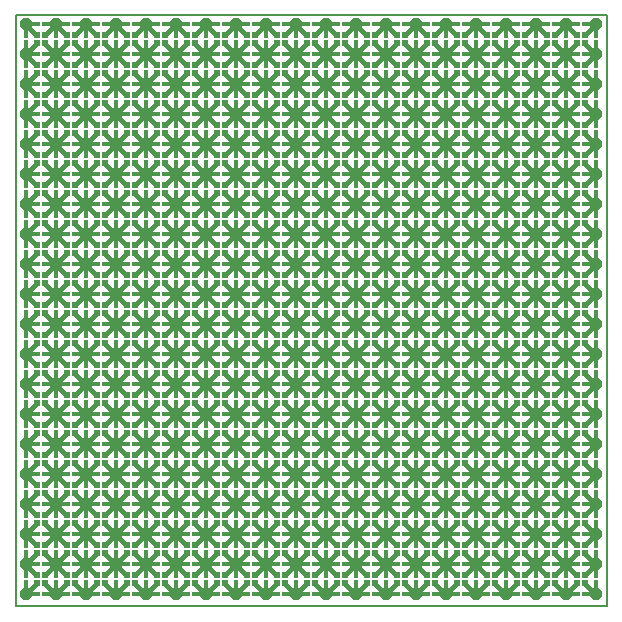
<source format=gtl>
G75*
%MOIN*%
%OFA0B0*%
%FSLAX24Y24*%
%IPPOS*%
%LPD*%
%AMOC8*
5,1,8,0,0,1.08239X$1,22.5*
%
%ADD10C,0.0079*%
%ADD11R,0.0472X0.0162*%
%ADD12R,0.0162X0.0472*%
%ADD13R,0.0195X0.0194*%
%ADD14R,0.0194X0.0195*%
%ADD15OC8,0.0396*%
D10*
X000179Y000139D02*
X000179Y019824D01*
X019864Y019824D01*
X019864Y000139D01*
X000179Y000139D01*
D11*
X000741Y000530D03*
G36*
X000896Y000806D02*
X000563Y000473D01*
X000448Y000588D01*
X000781Y000921D01*
X000896Y000806D01*
G37*
G36*
X001229Y000921D02*
X001562Y000588D01*
X001447Y000473D01*
X001114Y000806D01*
X001229Y000921D01*
G37*
X001269Y000530D03*
G36*
X001896Y000806D02*
X001563Y000473D01*
X001448Y000588D01*
X001781Y000921D01*
X001896Y000806D01*
G37*
X001741Y000530D03*
X002269Y000530D03*
G36*
X002229Y000921D02*
X002562Y000588D01*
X002447Y000473D01*
X002114Y000806D01*
X002229Y000921D01*
G37*
G36*
X002114Y001254D02*
X002447Y001587D01*
X002562Y001472D01*
X002229Y001139D01*
X002114Y001254D01*
G37*
X002269Y001530D03*
G36*
X002229Y001921D02*
X002562Y001588D01*
X002447Y001473D01*
X002114Y001806D01*
X002229Y001921D01*
G37*
G36*
X002114Y002254D02*
X002447Y002587D01*
X002562Y002472D01*
X002229Y002139D01*
X002114Y002254D01*
G37*
X002269Y002530D03*
G36*
X002229Y002921D02*
X002562Y002588D01*
X002447Y002473D01*
X002114Y002806D01*
X002229Y002921D01*
G37*
G36*
X002114Y003254D02*
X002447Y003587D01*
X002562Y003472D01*
X002229Y003139D01*
X002114Y003254D01*
G37*
X002269Y003530D03*
G36*
X002229Y003921D02*
X002562Y003588D01*
X002447Y003473D01*
X002114Y003806D01*
X002229Y003921D01*
G37*
G36*
X002114Y004254D02*
X002447Y004587D01*
X002562Y004472D01*
X002229Y004139D01*
X002114Y004254D01*
G37*
X002269Y004530D03*
G36*
X002229Y004921D02*
X002562Y004588D01*
X002447Y004473D01*
X002114Y004806D01*
X002229Y004921D01*
G37*
G36*
X002114Y005254D02*
X002447Y005587D01*
X002562Y005472D01*
X002229Y005139D01*
X002114Y005254D01*
G37*
X002269Y005530D03*
G36*
X002229Y005921D02*
X002562Y005588D01*
X002447Y005473D01*
X002114Y005806D01*
X002229Y005921D01*
G37*
G36*
X002114Y006254D02*
X002447Y006587D01*
X002562Y006472D01*
X002229Y006139D01*
X002114Y006254D01*
G37*
X002269Y006530D03*
G36*
X002229Y006921D02*
X002562Y006588D01*
X002447Y006473D01*
X002114Y006806D01*
X002229Y006921D01*
G37*
G36*
X002114Y007254D02*
X002447Y007587D01*
X002562Y007472D01*
X002229Y007139D01*
X002114Y007254D01*
G37*
X002269Y007530D03*
G36*
X002229Y007921D02*
X002562Y007588D01*
X002447Y007473D01*
X002114Y007806D01*
X002229Y007921D01*
G37*
G36*
X002114Y008254D02*
X002447Y008587D01*
X002562Y008472D01*
X002229Y008139D01*
X002114Y008254D01*
G37*
X002269Y008530D03*
G36*
X002229Y008921D02*
X002562Y008588D01*
X002447Y008473D01*
X002114Y008806D01*
X002229Y008921D01*
G37*
G36*
X002114Y009254D02*
X002447Y009587D01*
X002562Y009472D01*
X002229Y009139D01*
X002114Y009254D01*
G37*
X002269Y009530D03*
G36*
X002229Y009921D02*
X002562Y009588D01*
X002447Y009473D01*
X002114Y009806D01*
X002229Y009921D01*
G37*
G36*
X002114Y010254D02*
X002447Y010587D01*
X002562Y010472D01*
X002229Y010139D01*
X002114Y010254D01*
G37*
X002269Y010530D03*
G36*
X002229Y010921D02*
X002562Y010588D01*
X002447Y010473D01*
X002114Y010806D01*
X002229Y010921D01*
G37*
G36*
X002114Y011254D02*
X002447Y011587D01*
X002562Y011472D01*
X002229Y011139D01*
X002114Y011254D01*
G37*
X002269Y011530D03*
G36*
X002229Y011921D02*
X002562Y011588D01*
X002447Y011473D01*
X002114Y011806D01*
X002229Y011921D01*
G37*
G36*
X002114Y012254D02*
X002447Y012587D01*
X002562Y012472D01*
X002229Y012139D01*
X002114Y012254D01*
G37*
X002269Y012530D03*
G36*
X002229Y012921D02*
X002562Y012588D01*
X002447Y012473D01*
X002114Y012806D01*
X002229Y012921D01*
G37*
G36*
X002114Y013254D02*
X002447Y013587D01*
X002562Y013472D01*
X002229Y013139D01*
X002114Y013254D01*
G37*
X002269Y013530D03*
G36*
X002229Y013921D02*
X002562Y013588D01*
X002447Y013473D01*
X002114Y013806D01*
X002229Y013921D01*
G37*
G36*
X002114Y014254D02*
X002447Y014587D01*
X002562Y014472D01*
X002229Y014139D01*
X002114Y014254D01*
G37*
X002269Y014530D03*
G36*
X002229Y014921D02*
X002562Y014588D01*
X002447Y014473D01*
X002114Y014806D01*
X002229Y014921D01*
G37*
G36*
X002114Y015254D02*
X002447Y015587D01*
X002562Y015472D01*
X002229Y015139D01*
X002114Y015254D01*
G37*
X002269Y015530D03*
G36*
X002229Y015921D02*
X002562Y015588D01*
X002447Y015473D01*
X002114Y015806D01*
X002229Y015921D01*
G37*
G36*
X002114Y016254D02*
X002447Y016587D01*
X002562Y016472D01*
X002229Y016139D01*
X002114Y016254D01*
G37*
X002269Y016530D03*
G36*
X002229Y016921D02*
X002562Y016588D01*
X002447Y016473D01*
X002114Y016806D01*
X002229Y016921D01*
G37*
G36*
X002114Y017254D02*
X002447Y017587D01*
X002562Y017472D01*
X002229Y017139D01*
X002114Y017254D01*
G37*
X002269Y017530D03*
G36*
X002229Y017921D02*
X002562Y017588D01*
X002447Y017473D01*
X002114Y017806D01*
X002229Y017921D01*
G37*
G36*
X002114Y018254D02*
X002447Y018587D01*
X002562Y018472D01*
X002229Y018139D01*
X002114Y018254D01*
G37*
X002269Y018530D03*
G36*
X002229Y018921D02*
X002562Y018588D01*
X002447Y018473D01*
X002114Y018806D01*
X002229Y018921D01*
G37*
G36*
X002114Y019254D02*
X002447Y019587D01*
X002562Y019472D01*
X002229Y019139D01*
X002114Y019254D01*
G37*
X002269Y019530D03*
G36*
X002781Y019140D02*
X002448Y019473D01*
X002563Y019588D01*
X002896Y019255D01*
X002781Y019140D01*
G37*
X002741Y019530D03*
X003269Y019530D03*
G36*
X003114Y019254D02*
X003447Y019587D01*
X003562Y019472D01*
X003229Y019139D01*
X003114Y019254D01*
G37*
G36*
X003781Y019140D02*
X003448Y019473D01*
X003563Y019588D01*
X003896Y019255D01*
X003781Y019140D01*
G37*
X003741Y019530D03*
X004269Y019530D03*
G36*
X004114Y019254D02*
X004447Y019587D01*
X004562Y019472D01*
X004229Y019139D01*
X004114Y019254D01*
G37*
G36*
X004781Y019140D02*
X004448Y019473D01*
X004563Y019588D01*
X004896Y019255D01*
X004781Y019140D01*
G37*
X004741Y019530D03*
X005269Y019530D03*
G36*
X005114Y019254D02*
X005447Y019587D01*
X005562Y019472D01*
X005229Y019139D01*
X005114Y019254D01*
G37*
G36*
X005781Y019140D02*
X005448Y019473D01*
X005563Y019588D01*
X005896Y019255D01*
X005781Y019140D01*
G37*
X005741Y019530D03*
X006269Y019530D03*
G36*
X006114Y019254D02*
X006447Y019587D01*
X006562Y019472D01*
X006229Y019139D01*
X006114Y019254D01*
G37*
G36*
X006781Y019140D02*
X006448Y019473D01*
X006563Y019588D01*
X006896Y019255D01*
X006781Y019140D01*
G37*
X006741Y019530D03*
X007269Y019530D03*
G36*
X007114Y019254D02*
X007447Y019587D01*
X007562Y019472D01*
X007229Y019139D01*
X007114Y019254D01*
G37*
G36*
X007781Y019140D02*
X007448Y019473D01*
X007563Y019588D01*
X007896Y019255D01*
X007781Y019140D01*
G37*
X007741Y019530D03*
X008269Y019530D03*
G36*
X008114Y019254D02*
X008447Y019587D01*
X008562Y019472D01*
X008229Y019139D01*
X008114Y019254D01*
G37*
G36*
X008781Y019140D02*
X008448Y019473D01*
X008563Y019588D01*
X008896Y019255D01*
X008781Y019140D01*
G37*
X008741Y019530D03*
X009269Y019530D03*
G36*
X009114Y019254D02*
X009447Y019587D01*
X009562Y019472D01*
X009229Y019139D01*
X009114Y019254D01*
G37*
G36*
X009781Y019140D02*
X009448Y019473D01*
X009563Y019588D01*
X009896Y019255D01*
X009781Y019140D01*
G37*
X009741Y019530D03*
X010269Y019530D03*
G36*
X010114Y019254D02*
X010447Y019587D01*
X010562Y019472D01*
X010229Y019139D01*
X010114Y019254D01*
G37*
G36*
X010781Y019140D02*
X010448Y019473D01*
X010563Y019588D01*
X010896Y019255D01*
X010781Y019140D01*
G37*
X010741Y019530D03*
X011269Y019530D03*
G36*
X011114Y019254D02*
X011447Y019587D01*
X011562Y019472D01*
X011229Y019139D01*
X011114Y019254D01*
G37*
G36*
X011781Y019140D02*
X011448Y019473D01*
X011563Y019588D01*
X011896Y019255D01*
X011781Y019140D01*
G37*
X011741Y019530D03*
X012269Y019530D03*
G36*
X012114Y019254D02*
X012447Y019587D01*
X012562Y019472D01*
X012229Y019139D01*
X012114Y019254D01*
G37*
G36*
X012781Y019140D02*
X012448Y019473D01*
X012563Y019588D01*
X012896Y019255D01*
X012781Y019140D01*
G37*
X012741Y019530D03*
X013269Y019530D03*
G36*
X013114Y019254D02*
X013447Y019587D01*
X013562Y019472D01*
X013229Y019139D01*
X013114Y019254D01*
G37*
G36*
X013781Y019140D02*
X013448Y019473D01*
X013563Y019588D01*
X013896Y019255D01*
X013781Y019140D01*
G37*
X013741Y019530D03*
X014269Y019530D03*
G36*
X014114Y019254D02*
X014447Y019587D01*
X014562Y019472D01*
X014229Y019139D01*
X014114Y019254D01*
G37*
G36*
X014781Y019140D02*
X014448Y019473D01*
X014563Y019588D01*
X014896Y019255D01*
X014781Y019140D01*
G37*
X014741Y019530D03*
X015269Y019530D03*
G36*
X015114Y019254D02*
X015447Y019587D01*
X015562Y019472D01*
X015229Y019139D01*
X015114Y019254D01*
G37*
G36*
X015781Y019140D02*
X015448Y019473D01*
X015563Y019588D01*
X015896Y019255D01*
X015781Y019140D01*
G37*
X015741Y019530D03*
X016269Y019530D03*
G36*
X016114Y019254D02*
X016447Y019587D01*
X016562Y019472D01*
X016229Y019139D01*
X016114Y019254D01*
G37*
G36*
X016781Y019140D02*
X016448Y019473D01*
X016563Y019588D01*
X016896Y019255D01*
X016781Y019140D01*
G37*
X016741Y019530D03*
X017269Y019530D03*
G36*
X017114Y019254D02*
X017447Y019587D01*
X017562Y019472D01*
X017229Y019139D01*
X017114Y019254D01*
G37*
G36*
X017781Y019140D02*
X017448Y019473D01*
X017563Y019588D01*
X017896Y019255D01*
X017781Y019140D01*
G37*
X017741Y019530D03*
X018269Y019530D03*
G36*
X018114Y019254D02*
X018447Y019587D01*
X018562Y019472D01*
X018229Y019139D01*
X018114Y019254D01*
G37*
G36*
X018781Y019140D02*
X018448Y019473D01*
X018563Y019588D01*
X018896Y019255D01*
X018781Y019140D01*
G37*
X018741Y019530D03*
X019269Y019530D03*
G36*
X019114Y019254D02*
X019447Y019587D01*
X019562Y019472D01*
X019229Y019139D01*
X019114Y019254D01*
G37*
G36*
X019229Y018921D02*
X019562Y018588D01*
X019447Y018473D01*
X019114Y018806D01*
X019229Y018921D01*
G37*
X019269Y018530D03*
G36*
X019114Y018254D02*
X019447Y018587D01*
X019562Y018472D01*
X019229Y018139D01*
X019114Y018254D01*
G37*
G36*
X018781Y018140D02*
X018448Y018473D01*
X018563Y018588D01*
X018896Y018255D01*
X018781Y018140D01*
G37*
X018741Y018530D03*
G36*
X018896Y018806D02*
X018563Y018473D01*
X018448Y018588D01*
X018781Y018921D01*
X018896Y018806D01*
G37*
G36*
X018229Y018921D02*
X018562Y018588D01*
X018447Y018473D01*
X018114Y018806D01*
X018229Y018921D01*
G37*
X018269Y018530D03*
G36*
X018114Y018254D02*
X018447Y018587D01*
X018562Y018472D01*
X018229Y018139D01*
X018114Y018254D01*
G37*
G36*
X017781Y018140D02*
X017448Y018473D01*
X017563Y018588D01*
X017896Y018255D01*
X017781Y018140D01*
G37*
X017741Y018530D03*
G36*
X017896Y018806D02*
X017563Y018473D01*
X017448Y018588D01*
X017781Y018921D01*
X017896Y018806D01*
G37*
G36*
X017229Y018921D02*
X017562Y018588D01*
X017447Y018473D01*
X017114Y018806D01*
X017229Y018921D01*
G37*
X017269Y018530D03*
G36*
X017114Y018254D02*
X017447Y018587D01*
X017562Y018472D01*
X017229Y018139D01*
X017114Y018254D01*
G37*
G36*
X016781Y018140D02*
X016448Y018473D01*
X016563Y018588D01*
X016896Y018255D01*
X016781Y018140D01*
G37*
X016741Y018530D03*
G36*
X016896Y018806D02*
X016563Y018473D01*
X016448Y018588D01*
X016781Y018921D01*
X016896Y018806D01*
G37*
G36*
X016229Y018921D02*
X016562Y018588D01*
X016447Y018473D01*
X016114Y018806D01*
X016229Y018921D01*
G37*
X016269Y018530D03*
G36*
X016114Y018254D02*
X016447Y018587D01*
X016562Y018472D01*
X016229Y018139D01*
X016114Y018254D01*
G37*
G36*
X015781Y018140D02*
X015448Y018473D01*
X015563Y018588D01*
X015896Y018255D01*
X015781Y018140D01*
G37*
X015741Y018530D03*
G36*
X015896Y018806D02*
X015563Y018473D01*
X015448Y018588D01*
X015781Y018921D01*
X015896Y018806D01*
G37*
G36*
X015229Y018921D02*
X015562Y018588D01*
X015447Y018473D01*
X015114Y018806D01*
X015229Y018921D01*
G37*
X015269Y018530D03*
G36*
X015114Y018254D02*
X015447Y018587D01*
X015562Y018472D01*
X015229Y018139D01*
X015114Y018254D01*
G37*
G36*
X014781Y018140D02*
X014448Y018473D01*
X014563Y018588D01*
X014896Y018255D01*
X014781Y018140D01*
G37*
X014741Y018530D03*
G36*
X014896Y018806D02*
X014563Y018473D01*
X014448Y018588D01*
X014781Y018921D01*
X014896Y018806D01*
G37*
G36*
X014229Y018921D02*
X014562Y018588D01*
X014447Y018473D01*
X014114Y018806D01*
X014229Y018921D01*
G37*
X014269Y018530D03*
G36*
X014114Y018254D02*
X014447Y018587D01*
X014562Y018472D01*
X014229Y018139D01*
X014114Y018254D01*
G37*
G36*
X013781Y018140D02*
X013448Y018473D01*
X013563Y018588D01*
X013896Y018255D01*
X013781Y018140D01*
G37*
X013741Y018530D03*
G36*
X013896Y018806D02*
X013563Y018473D01*
X013448Y018588D01*
X013781Y018921D01*
X013896Y018806D01*
G37*
G36*
X013229Y018921D02*
X013562Y018588D01*
X013447Y018473D01*
X013114Y018806D01*
X013229Y018921D01*
G37*
X013269Y018530D03*
G36*
X013114Y018254D02*
X013447Y018587D01*
X013562Y018472D01*
X013229Y018139D01*
X013114Y018254D01*
G37*
G36*
X012781Y018140D02*
X012448Y018473D01*
X012563Y018588D01*
X012896Y018255D01*
X012781Y018140D01*
G37*
X012741Y018530D03*
G36*
X012896Y018806D02*
X012563Y018473D01*
X012448Y018588D01*
X012781Y018921D01*
X012896Y018806D01*
G37*
G36*
X012229Y018921D02*
X012562Y018588D01*
X012447Y018473D01*
X012114Y018806D01*
X012229Y018921D01*
G37*
X012269Y018530D03*
G36*
X012114Y018254D02*
X012447Y018587D01*
X012562Y018472D01*
X012229Y018139D01*
X012114Y018254D01*
G37*
G36*
X011781Y018140D02*
X011448Y018473D01*
X011563Y018588D01*
X011896Y018255D01*
X011781Y018140D01*
G37*
X011741Y018530D03*
G36*
X011896Y018806D02*
X011563Y018473D01*
X011448Y018588D01*
X011781Y018921D01*
X011896Y018806D01*
G37*
G36*
X011229Y018921D02*
X011562Y018588D01*
X011447Y018473D01*
X011114Y018806D01*
X011229Y018921D01*
G37*
X011269Y018530D03*
G36*
X011114Y018254D02*
X011447Y018587D01*
X011562Y018472D01*
X011229Y018139D01*
X011114Y018254D01*
G37*
G36*
X010781Y018140D02*
X010448Y018473D01*
X010563Y018588D01*
X010896Y018255D01*
X010781Y018140D01*
G37*
X010741Y018530D03*
G36*
X010896Y018806D02*
X010563Y018473D01*
X010448Y018588D01*
X010781Y018921D01*
X010896Y018806D01*
G37*
G36*
X010229Y018921D02*
X010562Y018588D01*
X010447Y018473D01*
X010114Y018806D01*
X010229Y018921D01*
G37*
X010269Y018530D03*
G36*
X010114Y018254D02*
X010447Y018587D01*
X010562Y018472D01*
X010229Y018139D01*
X010114Y018254D01*
G37*
G36*
X009781Y018140D02*
X009448Y018473D01*
X009563Y018588D01*
X009896Y018255D01*
X009781Y018140D01*
G37*
X009741Y018530D03*
G36*
X009896Y018806D02*
X009563Y018473D01*
X009448Y018588D01*
X009781Y018921D01*
X009896Y018806D01*
G37*
G36*
X009229Y018921D02*
X009562Y018588D01*
X009447Y018473D01*
X009114Y018806D01*
X009229Y018921D01*
G37*
X009269Y018530D03*
G36*
X009114Y018254D02*
X009447Y018587D01*
X009562Y018472D01*
X009229Y018139D01*
X009114Y018254D01*
G37*
G36*
X008781Y018140D02*
X008448Y018473D01*
X008563Y018588D01*
X008896Y018255D01*
X008781Y018140D01*
G37*
X008741Y018530D03*
G36*
X008896Y018806D02*
X008563Y018473D01*
X008448Y018588D01*
X008781Y018921D01*
X008896Y018806D01*
G37*
G36*
X008229Y018921D02*
X008562Y018588D01*
X008447Y018473D01*
X008114Y018806D01*
X008229Y018921D01*
G37*
X008269Y018530D03*
G36*
X008114Y018254D02*
X008447Y018587D01*
X008562Y018472D01*
X008229Y018139D01*
X008114Y018254D01*
G37*
G36*
X007781Y018140D02*
X007448Y018473D01*
X007563Y018588D01*
X007896Y018255D01*
X007781Y018140D01*
G37*
X007741Y018530D03*
G36*
X007896Y018806D02*
X007563Y018473D01*
X007448Y018588D01*
X007781Y018921D01*
X007896Y018806D01*
G37*
G36*
X007229Y018921D02*
X007562Y018588D01*
X007447Y018473D01*
X007114Y018806D01*
X007229Y018921D01*
G37*
X007269Y018530D03*
G36*
X007114Y018254D02*
X007447Y018587D01*
X007562Y018472D01*
X007229Y018139D01*
X007114Y018254D01*
G37*
G36*
X006781Y018140D02*
X006448Y018473D01*
X006563Y018588D01*
X006896Y018255D01*
X006781Y018140D01*
G37*
X006741Y018530D03*
G36*
X006896Y018806D02*
X006563Y018473D01*
X006448Y018588D01*
X006781Y018921D01*
X006896Y018806D01*
G37*
G36*
X006229Y018921D02*
X006562Y018588D01*
X006447Y018473D01*
X006114Y018806D01*
X006229Y018921D01*
G37*
X006269Y018530D03*
G36*
X006114Y018254D02*
X006447Y018587D01*
X006562Y018472D01*
X006229Y018139D01*
X006114Y018254D01*
G37*
G36*
X005781Y018140D02*
X005448Y018473D01*
X005563Y018588D01*
X005896Y018255D01*
X005781Y018140D01*
G37*
X005741Y018530D03*
G36*
X005896Y018806D02*
X005563Y018473D01*
X005448Y018588D01*
X005781Y018921D01*
X005896Y018806D01*
G37*
G36*
X005229Y018921D02*
X005562Y018588D01*
X005447Y018473D01*
X005114Y018806D01*
X005229Y018921D01*
G37*
X005269Y018530D03*
G36*
X005114Y018254D02*
X005447Y018587D01*
X005562Y018472D01*
X005229Y018139D01*
X005114Y018254D01*
G37*
G36*
X004781Y018140D02*
X004448Y018473D01*
X004563Y018588D01*
X004896Y018255D01*
X004781Y018140D01*
G37*
X004741Y018530D03*
G36*
X004896Y018806D02*
X004563Y018473D01*
X004448Y018588D01*
X004781Y018921D01*
X004896Y018806D01*
G37*
G36*
X004229Y018921D02*
X004562Y018588D01*
X004447Y018473D01*
X004114Y018806D01*
X004229Y018921D01*
G37*
X004269Y018530D03*
G36*
X004114Y018254D02*
X004447Y018587D01*
X004562Y018472D01*
X004229Y018139D01*
X004114Y018254D01*
G37*
G36*
X003781Y018140D02*
X003448Y018473D01*
X003563Y018588D01*
X003896Y018255D01*
X003781Y018140D01*
G37*
X003741Y018530D03*
G36*
X003896Y018806D02*
X003563Y018473D01*
X003448Y018588D01*
X003781Y018921D01*
X003896Y018806D01*
G37*
G36*
X003229Y018921D02*
X003562Y018588D01*
X003447Y018473D01*
X003114Y018806D01*
X003229Y018921D01*
G37*
X003269Y018530D03*
G36*
X003114Y018254D02*
X003447Y018587D01*
X003562Y018472D01*
X003229Y018139D01*
X003114Y018254D01*
G37*
G36*
X002781Y018140D02*
X002448Y018473D01*
X002563Y018588D01*
X002896Y018255D01*
X002781Y018140D01*
G37*
X002741Y018530D03*
G36*
X002896Y018806D02*
X002563Y018473D01*
X002448Y018588D01*
X002781Y018921D01*
X002896Y018806D01*
G37*
G36*
X002896Y017806D02*
X002563Y017473D01*
X002448Y017588D01*
X002781Y017921D01*
X002896Y017806D01*
G37*
X002741Y017530D03*
G36*
X002781Y017140D02*
X002448Y017473D01*
X002563Y017588D01*
X002896Y017255D01*
X002781Y017140D01*
G37*
G36*
X002896Y016806D02*
X002563Y016473D01*
X002448Y016588D01*
X002781Y016921D01*
X002896Y016806D01*
G37*
X002741Y016530D03*
G36*
X002781Y016140D02*
X002448Y016473D01*
X002563Y016588D01*
X002896Y016255D01*
X002781Y016140D01*
G37*
G36*
X002896Y015806D02*
X002563Y015473D01*
X002448Y015588D01*
X002781Y015921D01*
X002896Y015806D01*
G37*
X002741Y015530D03*
G36*
X002781Y015140D02*
X002448Y015473D01*
X002563Y015588D01*
X002896Y015255D01*
X002781Y015140D01*
G37*
G36*
X002896Y014806D02*
X002563Y014473D01*
X002448Y014588D01*
X002781Y014921D01*
X002896Y014806D01*
G37*
X002741Y014530D03*
G36*
X002781Y014140D02*
X002448Y014473D01*
X002563Y014588D01*
X002896Y014255D01*
X002781Y014140D01*
G37*
G36*
X002896Y013806D02*
X002563Y013473D01*
X002448Y013588D01*
X002781Y013921D01*
X002896Y013806D01*
G37*
X002741Y013530D03*
G36*
X002781Y013140D02*
X002448Y013473D01*
X002563Y013588D01*
X002896Y013255D01*
X002781Y013140D01*
G37*
G36*
X002896Y012806D02*
X002563Y012473D01*
X002448Y012588D01*
X002781Y012921D01*
X002896Y012806D01*
G37*
X002741Y012530D03*
G36*
X002781Y012140D02*
X002448Y012473D01*
X002563Y012588D01*
X002896Y012255D01*
X002781Y012140D01*
G37*
G36*
X002896Y011806D02*
X002563Y011473D01*
X002448Y011588D01*
X002781Y011921D01*
X002896Y011806D01*
G37*
X002741Y011530D03*
G36*
X002781Y011140D02*
X002448Y011473D01*
X002563Y011588D01*
X002896Y011255D01*
X002781Y011140D01*
G37*
G36*
X002896Y010806D02*
X002563Y010473D01*
X002448Y010588D01*
X002781Y010921D01*
X002896Y010806D01*
G37*
X002741Y010530D03*
G36*
X002781Y010140D02*
X002448Y010473D01*
X002563Y010588D01*
X002896Y010255D01*
X002781Y010140D01*
G37*
G36*
X002896Y009806D02*
X002563Y009473D01*
X002448Y009588D01*
X002781Y009921D01*
X002896Y009806D01*
G37*
X002741Y009530D03*
G36*
X002781Y009140D02*
X002448Y009473D01*
X002563Y009588D01*
X002896Y009255D01*
X002781Y009140D01*
G37*
G36*
X002896Y008806D02*
X002563Y008473D01*
X002448Y008588D01*
X002781Y008921D01*
X002896Y008806D01*
G37*
X002741Y008530D03*
G36*
X002781Y008140D02*
X002448Y008473D01*
X002563Y008588D01*
X002896Y008255D01*
X002781Y008140D01*
G37*
G36*
X002896Y007806D02*
X002563Y007473D01*
X002448Y007588D01*
X002781Y007921D01*
X002896Y007806D01*
G37*
X002741Y007530D03*
G36*
X002781Y007140D02*
X002448Y007473D01*
X002563Y007588D01*
X002896Y007255D01*
X002781Y007140D01*
G37*
G36*
X002896Y006806D02*
X002563Y006473D01*
X002448Y006588D01*
X002781Y006921D01*
X002896Y006806D01*
G37*
X002741Y006530D03*
G36*
X002781Y006140D02*
X002448Y006473D01*
X002563Y006588D01*
X002896Y006255D01*
X002781Y006140D01*
G37*
G36*
X002896Y005806D02*
X002563Y005473D01*
X002448Y005588D01*
X002781Y005921D01*
X002896Y005806D01*
G37*
X002741Y005530D03*
G36*
X002781Y005140D02*
X002448Y005473D01*
X002563Y005588D01*
X002896Y005255D01*
X002781Y005140D01*
G37*
G36*
X002896Y004806D02*
X002563Y004473D01*
X002448Y004588D01*
X002781Y004921D01*
X002896Y004806D01*
G37*
X002741Y004530D03*
G36*
X002781Y004140D02*
X002448Y004473D01*
X002563Y004588D01*
X002896Y004255D01*
X002781Y004140D01*
G37*
G36*
X002896Y003806D02*
X002563Y003473D01*
X002448Y003588D01*
X002781Y003921D01*
X002896Y003806D01*
G37*
X002741Y003530D03*
G36*
X002781Y003140D02*
X002448Y003473D01*
X002563Y003588D01*
X002896Y003255D01*
X002781Y003140D01*
G37*
G36*
X002896Y002806D02*
X002563Y002473D01*
X002448Y002588D01*
X002781Y002921D01*
X002896Y002806D01*
G37*
X002741Y002530D03*
G36*
X002781Y002140D02*
X002448Y002473D01*
X002563Y002588D01*
X002896Y002255D01*
X002781Y002140D01*
G37*
G36*
X002896Y001806D02*
X002563Y001473D01*
X002448Y001588D01*
X002781Y001921D01*
X002896Y001806D01*
G37*
X002741Y001530D03*
G36*
X002781Y001140D02*
X002448Y001473D01*
X002563Y001588D01*
X002896Y001255D01*
X002781Y001140D01*
G37*
G36*
X002896Y000806D02*
X002563Y000473D01*
X002448Y000588D01*
X002781Y000921D01*
X002896Y000806D01*
G37*
X002741Y000530D03*
X003269Y000530D03*
G36*
X003229Y000921D02*
X003562Y000588D01*
X003447Y000473D01*
X003114Y000806D01*
X003229Y000921D01*
G37*
G36*
X003114Y001254D02*
X003447Y001587D01*
X003562Y001472D01*
X003229Y001139D01*
X003114Y001254D01*
G37*
X003269Y001530D03*
G36*
X003229Y001921D02*
X003562Y001588D01*
X003447Y001473D01*
X003114Y001806D01*
X003229Y001921D01*
G37*
G36*
X003114Y002254D02*
X003447Y002587D01*
X003562Y002472D01*
X003229Y002139D01*
X003114Y002254D01*
G37*
X003269Y002530D03*
G36*
X003229Y002921D02*
X003562Y002588D01*
X003447Y002473D01*
X003114Y002806D01*
X003229Y002921D01*
G37*
G36*
X003114Y003254D02*
X003447Y003587D01*
X003562Y003472D01*
X003229Y003139D01*
X003114Y003254D01*
G37*
X003269Y003530D03*
G36*
X003229Y003921D02*
X003562Y003588D01*
X003447Y003473D01*
X003114Y003806D01*
X003229Y003921D01*
G37*
G36*
X003114Y004254D02*
X003447Y004587D01*
X003562Y004472D01*
X003229Y004139D01*
X003114Y004254D01*
G37*
X003269Y004530D03*
G36*
X003229Y004921D02*
X003562Y004588D01*
X003447Y004473D01*
X003114Y004806D01*
X003229Y004921D01*
G37*
G36*
X003114Y005254D02*
X003447Y005587D01*
X003562Y005472D01*
X003229Y005139D01*
X003114Y005254D01*
G37*
X003269Y005530D03*
G36*
X003229Y005921D02*
X003562Y005588D01*
X003447Y005473D01*
X003114Y005806D01*
X003229Y005921D01*
G37*
G36*
X003114Y006254D02*
X003447Y006587D01*
X003562Y006472D01*
X003229Y006139D01*
X003114Y006254D01*
G37*
X003269Y006530D03*
G36*
X003229Y006921D02*
X003562Y006588D01*
X003447Y006473D01*
X003114Y006806D01*
X003229Y006921D01*
G37*
G36*
X003114Y007254D02*
X003447Y007587D01*
X003562Y007472D01*
X003229Y007139D01*
X003114Y007254D01*
G37*
X003269Y007530D03*
G36*
X003229Y007921D02*
X003562Y007588D01*
X003447Y007473D01*
X003114Y007806D01*
X003229Y007921D01*
G37*
G36*
X003114Y008254D02*
X003447Y008587D01*
X003562Y008472D01*
X003229Y008139D01*
X003114Y008254D01*
G37*
X003269Y008530D03*
G36*
X003229Y008921D02*
X003562Y008588D01*
X003447Y008473D01*
X003114Y008806D01*
X003229Y008921D01*
G37*
G36*
X003114Y009254D02*
X003447Y009587D01*
X003562Y009472D01*
X003229Y009139D01*
X003114Y009254D01*
G37*
X003269Y009530D03*
G36*
X003229Y009921D02*
X003562Y009588D01*
X003447Y009473D01*
X003114Y009806D01*
X003229Y009921D01*
G37*
G36*
X003114Y010254D02*
X003447Y010587D01*
X003562Y010472D01*
X003229Y010139D01*
X003114Y010254D01*
G37*
X003269Y010530D03*
G36*
X003229Y010921D02*
X003562Y010588D01*
X003447Y010473D01*
X003114Y010806D01*
X003229Y010921D01*
G37*
G36*
X003114Y011254D02*
X003447Y011587D01*
X003562Y011472D01*
X003229Y011139D01*
X003114Y011254D01*
G37*
X003269Y011530D03*
G36*
X003229Y011921D02*
X003562Y011588D01*
X003447Y011473D01*
X003114Y011806D01*
X003229Y011921D01*
G37*
G36*
X003114Y012254D02*
X003447Y012587D01*
X003562Y012472D01*
X003229Y012139D01*
X003114Y012254D01*
G37*
X003269Y012530D03*
G36*
X003229Y012921D02*
X003562Y012588D01*
X003447Y012473D01*
X003114Y012806D01*
X003229Y012921D01*
G37*
G36*
X003114Y013254D02*
X003447Y013587D01*
X003562Y013472D01*
X003229Y013139D01*
X003114Y013254D01*
G37*
X003269Y013530D03*
G36*
X003229Y013921D02*
X003562Y013588D01*
X003447Y013473D01*
X003114Y013806D01*
X003229Y013921D01*
G37*
G36*
X003114Y014254D02*
X003447Y014587D01*
X003562Y014472D01*
X003229Y014139D01*
X003114Y014254D01*
G37*
X003269Y014530D03*
G36*
X003229Y014921D02*
X003562Y014588D01*
X003447Y014473D01*
X003114Y014806D01*
X003229Y014921D01*
G37*
G36*
X003114Y015254D02*
X003447Y015587D01*
X003562Y015472D01*
X003229Y015139D01*
X003114Y015254D01*
G37*
X003269Y015530D03*
G36*
X003229Y015921D02*
X003562Y015588D01*
X003447Y015473D01*
X003114Y015806D01*
X003229Y015921D01*
G37*
G36*
X003114Y016254D02*
X003447Y016587D01*
X003562Y016472D01*
X003229Y016139D01*
X003114Y016254D01*
G37*
X003269Y016530D03*
G36*
X003229Y016921D02*
X003562Y016588D01*
X003447Y016473D01*
X003114Y016806D01*
X003229Y016921D01*
G37*
G36*
X003114Y017254D02*
X003447Y017587D01*
X003562Y017472D01*
X003229Y017139D01*
X003114Y017254D01*
G37*
X003269Y017530D03*
G36*
X003229Y017921D02*
X003562Y017588D01*
X003447Y017473D01*
X003114Y017806D01*
X003229Y017921D01*
G37*
G36*
X003896Y017806D02*
X003563Y017473D01*
X003448Y017588D01*
X003781Y017921D01*
X003896Y017806D01*
G37*
X003741Y017530D03*
G36*
X003781Y017140D02*
X003448Y017473D01*
X003563Y017588D01*
X003896Y017255D01*
X003781Y017140D01*
G37*
G36*
X003896Y016806D02*
X003563Y016473D01*
X003448Y016588D01*
X003781Y016921D01*
X003896Y016806D01*
G37*
X003741Y016530D03*
G36*
X003781Y016140D02*
X003448Y016473D01*
X003563Y016588D01*
X003896Y016255D01*
X003781Y016140D01*
G37*
G36*
X003896Y015806D02*
X003563Y015473D01*
X003448Y015588D01*
X003781Y015921D01*
X003896Y015806D01*
G37*
X003741Y015530D03*
G36*
X003781Y015140D02*
X003448Y015473D01*
X003563Y015588D01*
X003896Y015255D01*
X003781Y015140D01*
G37*
G36*
X003896Y014806D02*
X003563Y014473D01*
X003448Y014588D01*
X003781Y014921D01*
X003896Y014806D01*
G37*
X003741Y014530D03*
G36*
X003781Y014140D02*
X003448Y014473D01*
X003563Y014588D01*
X003896Y014255D01*
X003781Y014140D01*
G37*
G36*
X003896Y013806D02*
X003563Y013473D01*
X003448Y013588D01*
X003781Y013921D01*
X003896Y013806D01*
G37*
X003741Y013530D03*
G36*
X003781Y013140D02*
X003448Y013473D01*
X003563Y013588D01*
X003896Y013255D01*
X003781Y013140D01*
G37*
G36*
X003896Y012806D02*
X003563Y012473D01*
X003448Y012588D01*
X003781Y012921D01*
X003896Y012806D01*
G37*
X003741Y012530D03*
G36*
X003781Y012140D02*
X003448Y012473D01*
X003563Y012588D01*
X003896Y012255D01*
X003781Y012140D01*
G37*
G36*
X003896Y011806D02*
X003563Y011473D01*
X003448Y011588D01*
X003781Y011921D01*
X003896Y011806D01*
G37*
X003741Y011530D03*
G36*
X003781Y011140D02*
X003448Y011473D01*
X003563Y011588D01*
X003896Y011255D01*
X003781Y011140D01*
G37*
G36*
X003896Y010806D02*
X003563Y010473D01*
X003448Y010588D01*
X003781Y010921D01*
X003896Y010806D01*
G37*
X003741Y010530D03*
G36*
X003781Y010140D02*
X003448Y010473D01*
X003563Y010588D01*
X003896Y010255D01*
X003781Y010140D01*
G37*
G36*
X003896Y009806D02*
X003563Y009473D01*
X003448Y009588D01*
X003781Y009921D01*
X003896Y009806D01*
G37*
X003741Y009530D03*
G36*
X003781Y009140D02*
X003448Y009473D01*
X003563Y009588D01*
X003896Y009255D01*
X003781Y009140D01*
G37*
G36*
X003896Y008806D02*
X003563Y008473D01*
X003448Y008588D01*
X003781Y008921D01*
X003896Y008806D01*
G37*
X003741Y008530D03*
G36*
X003781Y008140D02*
X003448Y008473D01*
X003563Y008588D01*
X003896Y008255D01*
X003781Y008140D01*
G37*
G36*
X003896Y007806D02*
X003563Y007473D01*
X003448Y007588D01*
X003781Y007921D01*
X003896Y007806D01*
G37*
X003741Y007530D03*
G36*
X003781Y007140D02*
X003448Y007473D01*
X003563Y007588D01*
X003896Y007255D01*
X003781Y007140D01*
G37*
G36*
X003896Y006806D02*
X003563Y006473D01*
X003448Y006588D01*
X003781Y006921D01*
X003896Y006806D01*
G37*
X003741Y006530D03*
G36*
X003781Y006140D02*
X003448Y006473D01*
X003563Y006588D01*
X003896Y006255D01*
X003781Y006140D01*
G37*
G36*
X003896Y005806D02*
X003563Y005473D01*
X003448Y005588D01*
X003781Y005921D01*
X003896Y005806D01*
G37*
X003741Y005530D03*
G36*
X003781Y005140D02*
X003448Y005473D01*
X003563Y005588D01*
X003896Y005255D01*
X003781Y005140D01*
G37*
G36*
X003896Y004806D02*
X003563Y004473D01*
X003448Y004588D01*
X003781Y004921D01*
X003896Y004806D01*
G37*
X003741Y004530D03*
G36*
X003781Y004140D02*
X003448Y004473D01*
X003563Y004588D01*
X003896Y004255D01*
X003781Y004140D01*
G37*
G36*
X003896Y003806D02*
X003563Y003473D01*
X003448Y003588D01*
X003781Y003921D01*
X003896Y003806D01*
G37*
X003741Y003530D03*
G36*
X003781Y003140D02*
X003448Y003473D01*
X003563Y003588D01*
X003896Y003255D01*
X003781Y003140D01*
G37*
G36*
X003896Y002806D02*
X003563Y002473D01*
X003448Y002588D01*
X003781Y002921D01*
X003896Y002806D01*
G37*
X003741Y002530D03*
G36*
X003781Y002140D02*
X003448Y002473D01*
X003563Y002588D01*
X003896Y002255D01*
X003781Y002140D01*
G37*
G36*
X003896Y001806D02*
X003563Y001473D01*
X003448Y001588D01*
X003781Y001921D01*
X003896Y001806D01*
G37*
X003741Y001530D03*
G36*
X003781Y001140D02*
X003448Y001473D01*
X003563Y001588D01*
X003896Y001255D01*
X003781Y001140D01*
G37*
G36*
X003896Y000806D02*
X003563Y000473D01*
X003448Y000588D01*
X003781Y000921D01*
X003896Y000806D01*
G37*
X003741Y000530D03*
X004269Y000530D03*
G36*
X004229Y000921D02*
X004562Y000588D01*
X004447Y000473D01*
X004114Y000806D01*
X004229Y000921D01*
G37*
G36*
X004114Y001254D02*
X004447Y001587D01*
X004562Y001472D01*
X004229Y001139D01*
X004114Y001254D01*
G37*
X004269Y001530D03*
G36*
X004229Y001921D02*
X004562Y001588D01*
X004447Y001473D01*
X004114Y001806D01*
X004229Y001921D01*
G37*
G36*
X004114Y002254D02*
X004447Y002587D01*
X004562Y002472D01*
X004229Y002139D01*
X004114Y002254D01*
G37*
X004269Y002530D03*
G36*
X004229Y002921D02*
X004562Y002588D01*
X004447Y002473D01*
X004114Y002806D01*
X004229Y002921D01*
G37*
G36*
X004114Y003254D02*
X004447Y003587D01*
X004562Y003472D01*
X004229Y003139D01*
X004114Y003254D01*
G37*
X004269Y003530D03*
G36*
X004229Y003921D02*
X004562Y003588D01*
X004447Y003473D01*
X004114Y003806D01*
X004229Y003921D01*
G37*
G36*
X004114Y004254D02*
X004447Y004587D01*
X004562Y004472D01*
X004229Y004139D01*
X004114Y004254D01*
G37*
X004269Y004530D03*
G36*
X004229Y004921D02*
X004562Y004588D01*
X004447Y004473D01*
X004114Y004806D01*
X004229Y004921D01*
G37*
G36*
X004114Y005254D02*
X004447Y005587D01*
X004562Y005472D01*
X004229Y005139D01*
X004114Y005254D01*
G37*
X004269Y005530D03*
G36*
X004229Y005921D02*
X004562Y005588D01*
X004447Y005473D01*
X004114Y005806D01*
X004229Y005921D01*
G37*
G36*
X004114Y006254D02*
X004447Y006587D01*
X004562Y006472D01*
X004229Y006139D01*
X004114Y006254D01*
G37*
X004269Y006530D03*
G36*
X004229Y006921D02*
X004562Y006588D01*
X004447Y006473D01*
X004114Y006806D01*
X004229Y006921D01*
G37*
G36*
X004114Y007254D02*
X004447Y007587D01*
X004562Y007472D01*
X004229Y007139D01*
X004114Y007254D01*
G37*
X004269Y007530D03*
G36*
X004229Y007921D02*
X004562Y007588D01*
X004447Y007473D01*
X004114Y007806D01*
X004229Y007921D01*
G37*
G36*
X004114Y008254D02*
X004447Y008587D01*
X004562Y008472D01*
X004229Y008139D01*
X004114Y008254D01*
G37*
X004269Y008530D03*
G36*
X004229Y008921D02*
X004562Y008588D01*
X004447Y008473D01*
X004114Y008806D01*
X004229Y008921D01*
G37*
G36*
X004114Y009254D02*
X004447Y009587D01*
X004562Y009472D01*
X004229Y009139D01*
X004114Y009254D01*
G37*
X004269Y009530D03*
G36*
X004229Y009921D02*
X004562Y009588D01*
X004447Y009473D01*
X004114Y009806D01*
X004229Y009921D01*
G37*
G36*
X004114Y010254D02*
X004447Y010587D01*
X004562Y010472D01*
X004229Y010139D01*
X004114Y010254D01*
G37*
X004269Y010530D03*
G36*
X004229Y010921D02*
X004562Y010588D01*
X004447Y010473D01*
X004114Y010806D01*
X004229Y010921D01*
G37*
G36*
X004114Y011254D02*
X004447Y011587D01*
X004562Y011472D01*
X004229Y011139D01*
X004114Y011254D01*
G37*
X004269Y011530D03*
G36*
X004229Y011921D02*
X004562Y011588D01*
X004447Y011473D01*
X004114Y011806D01*
X004229Y011921D01*
G37*
G36*
X004114Y012254D02*
X004447Y012587D01*
X004562Y012472D01*
X004229Y012139D01*
X004114Y012254D01*
G37*
X004269Y012530D03*
G36*
X004229Y012921D02*
X004562Y012588D01*
X004447Y012473D01*
X004114Y012806D01*
X004229Y012921D01*
G37*
G36*
X004114Y013254D02*
X004447Y013587D01*
X004562Y013472D01*
X004229Y013139D01*
X004114Y013254D01*
G37*
X004269Y013530D03*
G36*
X004229Y013921D02*
X004562Y013588D01*
X004447Y013473D01*
X004114Y013806D01*
X004229Y013921D01*
G37*
G36*
X004114Y014254D02*
X004447Y014587D01*
X004562Y014472D01*
X004229Y014139D01*
X004114Y014254D01*
G37*
X004269Y014530D03*
G36*
X004229Y014921D02*
X004562Y014588D01*
X004447Y014473D01*
X004114Y014806D01*
X004229Y014921D01*
G37*
G36*
X004114Y015254D02*
X004447Y015587D01*
X004562Y015472D01*
X004229Y015139D01*
X004114Y015254D01*
G37*
X004269Y015530D03*
G36*
X004229Y015921D02*
X004562Y015588D01*
X004447Y015473D01*
X004114Y015806D01*
X004229Y015921D01*
G37*
G36*
X004114Y016254D02*
X004447Y016587D01*
X004562Y016472D01*
X004229Y016139D01*
X004114Y016254D01*
G37*
X004269Y016530D03*
G36*
X004229Y016921D02*
X004562Y016588D01*
X004447Y016473D01*
X004114Y016806D01*
X004229Y016921D01*
G37*
G36*
X004114Y017254D02*
X004447Y017587D01*
X004562Y017472D01*
X004229Y017139D01*
X004114Y017254D01*
G37*
X004269Y017530D03*
G36*
X004229Y017921D02*
X004562Y017588D01*
X004447Y017473D01*
X004114Y017806D01*
X004229Y017921D01*
G37*
G36*
X004896Y017806D02*
X004563Y017473D01*
X004448Y017588D01*
X004781Y017921D01*
X004896Y017806D01*
G37*
X004741Y017530D03*
G36*
X004781Y017140D02*
X004448Y017473D01*
X004563Y017588D01*
X004896Y017255D01*
X004781Y017140D01*
G37*
G36*
X004896Y016806D02*
X004563Y016473D01*
X004448Y016588D01*
X004781Y016921D01*
X004896Y016806D01*
G37*
X004741Y016530D03*
G36*
X004781Y016140D02*
X004448Y016473D01*
X004563Y016588D01*
X004896Y016255D01*
X004781Y016140D01*
G37*
G36*
X004896Y015806D02*
X004563Y015473D01*
X004448Y015588D01*
X004781Y015921D01*
X004896Y015806D01*
G37*
X004741Y015530D03*
G36*
X004781Y015140D02*
X004448Y015473D01*
X004563Y015588D01*
X004896Y015255D01*
X004781Y015140D01*
G37*
G36*
X004896Y014806D02*
X004563Y014473D01*
X004448Y014588D01*
X004781Y014921D01*
X004896Y014806D01*
G37*
X004741Y014530D03*
G36*
X004781Y014140D02*
X004448Y014473D01*
X004563Y014588D01*
X004896Y014255D01*
X004781Y014140D01*
G37*
G36*
X004896Y013806D02*
X004563Y013473D01*
X004448Y013588D01*
X004781Y013921D01*
X004896Y013806D01*
G37*
X004741Y013530D03*
G36*
X004781Y013140D02*
X004448Y013473D01*
X004563Y013588D01*
X004896Y013255D01*
X004781Y013140D01*
G37*
G36*
X004896Y012806D02*
X004563Y012473D01*
X004448Y012588D01*
X004781Y012921D01*
X004896Y012806D01*
G37*
X004741Y012530D03*
G36*
X004781Y012140D02*
X004448Y012473D01*
X004563Y012588D01*
X004896Y012255D01*
X004781Y012140D01*
G37*
G36*
X004896Y011806D02*
X004563Y011473D01*
X004448Y011588D01*
X004781Y011921D01*
X004896Y011806D01*
G37*
X004741Y011530D03*
G36*
X004781Y011140D02*
X004448Y011473D01*
X004563Y011588D01*
X004896Y011255D01*
X004781Y011140D01*
G37*
G36*
X004896Y010806D02*
X004563Y010473D01*
X004448Y010588D01*
X004781Y010921D01*
X004896Y010806D01*
G37*
X004741Y010530D03*
G36*
X004781Y010140D02*
X004448Y010473D01*
X004563Y010588D01*
X004896Y010255D01*
X004781Y010140D01*
G37*
G36*
X004896Y009806D02*
X004563Y009473D01*
X004448Y009588D01*
X004781Y009921D01*
X004896Y009806D01*
G37*
X004741Y009530D03*
G36*
X004781Y009140D02*
X004448Y009473D01*
X004563Y009588D01*
X004896Y009255D01*
X004781Y009140D01*
G37*
G36*
X004896Y008806D02*
X004563Y008473D01*
X004448Y008588D01*
X004781Y008921D01*
X004896Y008806D01*
G37*
X004741Y008530D03*
G36*
X004781Y008140D02*
X004448Y008473D01*
X004563Y008588D01*
X004896Y008255D01*
X004781Y008140D01*
G37*
G36*
X004896Y007806D02*
X004563Y007473D01*
X004448Y007588D01*
X004781Y007921D01*
X004896Y007806D01*
G37*
X004741Y007530D03*
G36*
X004781Y007140D02*
X004448Y007473D01*
X004563Y007588D01*
X004896Y007255D01*
X004781Y007140D01*
G37*
G36*
X004896Y006806D02*
X004563Y006473D01*
X004448Y006588D01*
X004781Y006921D01*
X004896Y006806D01*
G37*
X004741Y006530D03*
G36*
X004781Y006140D02*
X004448Y006473D01*
X004563Y006588D01*
X004896Y006255D01*
X004781Y006140D01*
G37*
G36*
X004896Y005806D02*
X004563Y005473D01*
X004448Y005588D01*
X004781Y005921D01*
X004896Y005806D01*
G37*
X004741Y005530D03*
G36*
X004781Y005140D02*
X004448Y005473D01*
X004563Y005588D01*
X004896Y005255D01*
X004781Y005140D01*
G37*
G36*
X004896Y004806D02*
X004563Y004473D01*
X004448Y004588D01*
X004781Y004921D01*
X004896Y004806D01*
G37*
X004741Y004530D03*
G36*
X004781Y004140D02*
X004448Y004473D01*
X004563Y004588D01*
X004896Y004255D01*
X004781Y004140D01*
G37*
G36*
X004896Y003806D02*
X004563Y003473D01*
X004448Y003588D01*
X004781Y003921D01*
X004896Y003806D01*
G37*
X004741Y003530D03*
G36*
X004781Y003140D02*
X004448Y003473D01*
X004563Y003588D01*
X004896Y003255D01*
X004781Y003140D01*
G37*
G36*
X004896Y002806D02*
X004563Y002473D01*
X004448Y002588D01*
X004781Y002921D01*
X004896Y002806D01*
G37*
X004741Y002530D03*
G36*
X004781Y002140D02*
X004448Y002473D01*
X004563Y002588D01*
X004896Y002255D01*
X004781Y002140D01*
G37*
G36*
X004896Y001806D02*
X004563Y001473D01*
X004448Y001588D01*
X004781Y001921D01*
X004896Y001806D01*
G37*
X004741Y001530D03*
G36*
X004781Y001140D02*
X004448Y001473D01*
X004563Y001588D01*
X004896Y001255D01*
X004781Y001140D01*
G37*
G36*
X004896Y000806D02*
X004563Y000473D01*
X004448Y000588D01*
X004781Y000921D01*
X004896Y000806D01*
G37*
X004741Y000530D03*
X005269Y000530D03*
G36*
X005229Y000921D02*
X005562Y000588D01*
X005447Y000473D01*
X005114Y000806D01*
X005229Y000921D01*
G37*
G36*
X005114Y001254D02*
X005447Y001587D01*
X005562Y001472D01*
X005229Y001139D01*
X005114Y001254D01*
G37*
X005269Y001530D03*
G36*
X005229Y001921D02*
X005562Y001588D01*
X005447Y001473D01*
X005114Y001806D01*
X005229Y001921D01*
G37*
G36*
X005114Y002254D02*
X005447Y002587D01*
X005562Y002472D01*
X005229Y002139D01*
X005114Y002254D01*
G37*
X005269Y002530D03*
G36*
X005229Y002921D02*
X005562Y002588D01*
X005447Y002473D01*
X005114Y002806D01*
X005229Y002921D01*
G37*
G36*
X005114Y003254D02*
X005447Y003587D01*
X005562Y003472D01*
X005229Y003139D01*
X005114Y003254D01*
G37*
X005269Y003530D03*
G36*
X005229Y003921D02*
X005562Y003588D01*
X005447Y003473D01*
X005114Y003806D01*
X005229Y003921D01*
G37*
G36*
X005114Y004254D02*
X005447Y004587D01*
X005562Y004472D01*
X005229Y004139D01*
X005114Y004254D01*
G37*
X005269Y004530D03*
G36*
X005229Y004921D02*
X005562Y004588D01*
X005447Y004473D01*
X005114Y004806D01*
X005229Y004921D01*
G37*
G36*
X005114Y005254D02*
X005447Y005587D01*
X005562Y005472D01*
X005229Y005139D01*
X005114Y005254D01*
G37*
X005269Y005530D03*
G36*
X005229Y005921D02*
X005562Y005588D01*
X005447Y005473D01*
X005114Y005806D01*
X005229Y005921D01*
G37*
G36*
X005114Y006254D02*
X005447Y006587D01*
X005562Y006472D01*
X005229Y006139D01*
X005114Y006254D01*
G37*
X005269Y006530D03*
G36*
X005229Y006921D02*
X005562Y006588D01*
X005447Y006473D01*
X005114Y006806D01*
X005229Y006921D01*
G37*
G36*
X005114Y007254D02*
X005447Y007587D01*
X005562Y007472D01*
X005229Y007139D01*
X005114Y007254D01*
G37*
X005269Y007530D03*
G36*
X005229Y007921D02*
X005562Y007588D01*
X005447Y007473D01*
X005114Y007806D01*
X005229Y007921D01*
G37*
G36*
X005114Y008254D02*
X005447Y008587D01*
X005562Y008472D01*
X005229Y008139D01*
X005114Y008254D01*
G37*
X005269Y008530D03*
G36*
X005229Y008921D02*
X005562Y008588D01*
X005447Y008473D01*
X005114Y008806D01*
X005229Y008921D01*
G37*
G36*
X005114Y009254D02*
X005447Y009587D01*
X005562Y009472D01*
X005229Y009139D01*
X005114Y009254D01*
G37*
X005269Y009530D03*
G36*
X005229Y009921D02*
X005562Y009588D01*
X005447Y009473D01*
X005114Y009806D01*
X005229Y009921D01*
G37*
G36*
X005114Y010254D02*
X005447Y010587D01*
X005562Y010472D01*
X005229Y010139D01*
X005114Y010254D01*
G37*
X005269Y010530D03*
G36*
X005229Y010921D02*
X005562Y010588D01*
X005447Y010473D01*
X005114Y010806D01*
X005229Y010921D01*
G37*
G36*
X005114Y011254D02*
X005447Y011587D01*
X005562Y011472D01*
X005229Y011139D01*
X005114Y011254D01*
G37*
X005269Y011530D03*
G36*
X005229Y011921D02*
X005562Y011588D01*
X005447Y011473D01*
X005114Y011806D01*
X005229Y011921D01*
G37*
G36*
X005114Y012254D02*
X005447Y012587D01*
X005562Y012472D01*
X005229Y012139D01*
X005114Y012254D01*
G37*
X005269Y012530D03*
G36*
X005229Y012921D02*
X005562Y012588D01*
X005447Y012473D01*
X005114Y012806D01*
X005229Y012921D01*
G37*
G36*
X005114Y013254D02*
X005447Y013587D01*
X005562Y013472D01*
X005229Y013139D01*
X005114Y013254D01*
G37*
X005269Y013530D03*
G36*
X005229Y013921D02*
X005562Y013588D01*
X005447Y013473D01*
X005114Y013806D01*
X005229Y013921D01*
G37*
G36*
X005114Y014254D02*
X005447Y014587D01*
X005562Y014472D01*
X005229Y014139D01*
X005114Y014254D01*
G37*
X005269Y014530D03*
G36*
X005229Y014921D02*
X005562Y014588D01*
X005447Y014473D01*
X005114Y014806D01*
X005229Y014921D01*
G37*
G36*
X005114Y015254D02*
X005447Y015587D01*
X005562Y015472D01*
X005229Y015139D01*
X005114Y015254D01*
G37*
X005269Y015530D03*
G36*
X005229Y015921D02*
X005562Y015588D01*
X005447Y015473D01*
X005114Y015806D01*
X005229Y015921D01*
G37*
G36*
X005114Y016254D02*
X005447Y016587D01*
X005562Y016472D01*
X005229Y016139D01*
X005114Y016254D01*
G37*
X005269Y016530D03*
G36*
X005229Y016921D02*
X005562Y016588D01*
X005447Y016473D01*
X005114Y016806D01*
X005229Y016921D01*
G37*
G36*
X005114Y017254D02*
X005447Y017587D01*
X005562Y017472D01*
X005229Y017139D01*
X005114Y017254D01*
G37*
X005269Y017530D03*
G36*
X005229Y017921D02*
X005562Y017588D01*
X005447Y017473D01*
X005114Y017806D01*
X005229Y017921D01*
G37*
G36*
X005896Y017806D02*
X005563Y017473D01*
X005448Y017588D01*
X005781Y017921D01*
X005896Y017806D01*
G37*
X005741Y017530D03*
G36*
X005781Y017140D02*
X005448Y017473D01*
X005563Y017588D01*
X005896Y017255D01*
X005781Y017140D01*
G37*
G36*
X005896Y016806D02*
X005563Y016473D01*
X005448Y016588D01*
X005781Y016921D01*
X005896Y016806D01*
G37*
X005741Y016530D03*
G36*
X005781Y016140D02*
X005448Y016473D01*
X005563Y016588D01*
X005896Y016255D01*
X005781Y016140D01*
G37*
G36*
X005896Y015806D02*
X005563Y015473D01*
X005448Y015588D01*
X005781Y015921D01*
X005896Y015806D01*
G37*
X005741Y015530D03*
G36*
X005781Y015140D02*
X005448Y015473D01*
X005563Y015588D01*
X005896Y015255D01*
X005781Y015140D01*
G37*
G36*
X005896Y014806D02*
X005563Y014473D01*
X005448Y014588D01*
X005781Y014921D01*
X005896Y014806D01*
G37*
X005741Y014530D03*
G36*
X005781Y014140D02*
X005448Y014473D01*
X005563Y014588D01*
X005896Y014255D01*
X005781Y014140D01*
G37*
G36*
X005896Y013806D02*
X005563Y013473D01*
X005448Y013588D01*
X005781Y013921D01*
X005896Y013806D01*
G37*
X005741Y013530D03*
G36*
X005781Y013140D02*
X005448Y013473D01*
X005563Y013588D01*
X005896Y013255D01*
X005781Y013140D01*
G37*
G36*
X005896Y012806D02*
X005563Y012473D01*
X005448Y012588D01*
X005781Y012921D01*
X005896Y012806D01*
G37*
X005741Y012530D03*
G36*
X005781Y012140D02*
X005448Y012473D01*
X005563Y012588D01*
X005896Y012255D01*
X005781Y012140D01*
G37*
G36*
X005896Y011806D02*
X005563Y011473D01*
X005448Y011588D01*
X005781Y011921D01*
X005896Y011806D01*
G37*
X005741Y011530D03*
G36*
X005781Y011140D02*
X005448Y011473D01*
X005563Y011588D01*
X005896Y011255D01*
X005781Y011140D01*
G37*
G36*
X005896Y010806D02*
X005563Y010473D01*
X005448Y010588D01*
X005781Y010921D01*
X005896Y010806D01*
G37*
X005741Y010530D03*
G36*
X005781Y010140D02*
X005448Y010473D01*
X005563Y010588D01*
X005896Y010255D01*
X005781Y010140D01*
G37*
G36*
X005896Y009806D02*
X005563Y009473D01*
X005448Y009588D01*
X005781Y009921D01*
X005896Y009806D01*
G37*
X005741Y009530D03*
G36*
X005781Y009140D02*
X005448Y009473D01*
X005563Y009588D01*
X005896Y009255D01*
X005781Y009140D01*
G37*
G36*
X005896Y008806D02*
X005563Y008473D01*
X005448Y008588D01*
X005781Y008921D01*
X005896Y008806D01*
G37*
X005741Y008530D03*
G36*
X005781Y008140D02*
X005448Y008473D01*
X005563Y008588D01*
X005896Y008255D01*
X005781Y008140D01*
G37*
G36*
X005896Y007806D02*
X005563Y007473D01*
X005448Y007588D01*
X005781Y007921D01*
X005896Y007806D01*
G37*
X005741Y007530D03*
G36*
X005781Y007140D02*
X005448Y007473D01*
X005563Y007588D01*
X005896Y007255D01*
X005781Y007140D01*
G37*
G36*
X005896Y006806D02*
X005563Y006473D01*
X005448Y006588D01*
X005781Y006921D01*
X005896Y006806D01*
G37*
X005741Y006530D03*
G36*
X005781Y006140D02*
X005448Y006473D01*
X005563Y006588D01*
X005896Y006255D01*
X005781Y006140D01*
G37*
G36*
X005896Y005806D02*
X005563Y005473D01*
X005448Y005588D01*
X005781Y005921D01*
X005896Y005806D01*
G37*
X005741Y005530D03*
G36*
X005781Y005140D02*
X005448Y005473D01*
X005563Y005588D01*
X005896Y005255D01*
X005781Y005140D01*
G37*
G36*
X005896Y004806D02*
X005563Y004473D01*
X005448Y004588D01*
X005781Y004921D01*
X005896Y004806D01*
G37*
X005741Y004530D03*
G36*
X005781Y004140D02*
X005448Y004473D01*
X005563Y004588D01*
X005896Y004255D01*
X005781Y004140D01*
G37*
G36*
X005896Y003806D02*
X005563Y003473D01*
X005448Y003588D01*
X005781Y003921D01*
X005896Y003806D01*
G37*
X005741Y003530D03*
G36*
X005781Y003140D02*
X005448Y003473D01*
X005563Y003588D01*
X005896Y003255D01*
X005781Y003140D01*
G37*
G36*
X005896Y002806D02*
X005563Y002473D01*
X005448Y002588D01*
X005781Y002921D01*
X005896Y002806D01*
G37*
X005741Y002530D03*
G36*
X005781Y002140D02*
X005448Y002473D01*
X005563Y002588D01*
X005896Y002255D01*
X005781Y002140D01*
G37*
G36*
X005896Y001806D02*
X005563Y001473D01*
X005448Y001588D01*
X005781Y001921D01*
X005896Y001806D01*
G37*
X005741Y001530D03*
G36*
X005781Y001140D02*
X005448Y001473D01*
X005563Y001588D01*
X005896Y001255D01*
X005781Y001140D01*
G37*
G36*
X005896Y000806D02*
X005563Y000473D01*
X005448Y000588D01*
X005781Y000921D01*
X005896Y000806D01*
G37*
X005741Y000530D03*
X006269Y000530D03*
G36*
X006229Y000921D02*
X006562Y000588D01*
X006447Y000473D01*
X006114Y000806D01*
X006229Y000921D01*
G37*
G36*
X006114Y001254D02*
X006447Y001587D01*
X006562Y001472D01*
X006229Y001139D01*
X006114Y001254D01*
G37*
X006269Y001530D03*
G36*
X006229Y001921D02*
X006562Y001588D01*
X006447Y001473D01*
X006114Y001806D01*
X006229Y001921D01*
G37*
G36*
X006114Y002254D02*
X006447Y002587D01*
X006562Y002472D01*
X006229Y002139D01*
X006114Y002254D01*
G37*
X006269Y002530D03*
G36*
X006229Y002921D02*
X006562Y002588D01*
X006447Y002473D01*
X006114Y002806D01*
X006229Y002921D01*
G37*
G36*
X006114Y003254D02*
X006447Y003587D01*
X006562Y003472D01*
X006229Y003139D01*
X006114Y003254D01*
G37*
X006269Y003530D03*
G36*
X006229Y003921D02*
X006562Y003588D01*
X006447Y003473D01*
X006114Y003806D01*
X006229Y003921D01*
G37*
G36*
X006114Y004254D02*
X006447Y004587D01*
X006562Y004472D01*
X006229Y004139D01*
X006114Y004254D01*
G37*
X006269Y004530D03*
G36*
X006229Y004921D02*
X006562Y004588D01*
X006447Y004473D01*
X006114Y004806D01*
X006229Y004921D01*
G37*
G36*
X006114Y005254D02*
X006447Y005587D01*
X006562Y005472D01*
X006229Y005139D01*
X006114Y005254D01*
G37*
X006269Y005530D03*
G36*
X006229Y005921D02*
X006562Y005588D01*
X006447Y005473D01*
X006114Y005806D01*
X006229Y005921D01*
G37*
G36*
X006114Y006254D02*
X006447Y006587D01*
X006562Y006472D01*
X006229Y006139D01*
X006114Y006254D01*
G37*
X006269Y006530D03*
G36*
X006229Y006921D02*
X006562Y006588D01*
X006447Y006473D01*
X006114Y006806D01*
X006229Y006921D01*
G37*
G36*
X006114Y007254D02*
X006447Y007587D01*
X006562Y007472D01*
X006229Y007139D01*
X006114Y007254D01*
G37*
X006269Y007530D03*
G36*
X006229Y007921D02*
X006562Y007588D01*
X006447Y007473D01*
X006114Y007806D01*
X006229Y007921D01*
G37*
G36*
X006114Y008254D02*
X006447Y008587D01*
X006562Y008472D01*
X006229Y008139D01*
X006114Y008254D01*
G37*
X006269Y008530D03*
G36*
X006229Y008921D02*
X006562Y008588D01*
X006447Y008473D01*
X006114Y008806D01*
X006229Y008921D01*
G37*
G36*
X006114Y009254D02*
X006447Y009587D01*
X006562Y009472D01*
X006229Y009139D01*
X006114Y009254D01*
G37*
X006269Y009530D03*
G36*
X006229Y009921D02*
X006562Y009588D01*
X006447Y009473D01*
X006114Y009806D01*
X006229Y009921D01*
G37*
G36*
X006114Y010254D02*
X006447Y010587D01*
X006562Y010472D01*
X006229Y010139D01*
X006114Y010254D01*
G37*
X006269Y010530D03*
G36*
X006229Y010921D02*
X006562Y010588D01*
X006447Y010473D01*
X006114Y010806D01*
X006229Y010921D01*
G37*
G36*
X006114Y011254D02*
X006447Y011587D01*
X006562Y011472D01*
X006229Y011139D01*
X006114Y011254D01*
G37*
X006269Y011530D03*
G36*
X006229Y011921D02*
X006562Y011588D01*
X006447Y011473D01*
X006114Y011806D01*
X006229Y011921D01*
G37*
G36*
X006114Y012254D02*
X006447Y012587D01*
X006562Y012472D01*
X006229Y012139D01*
X006114Y012254D01*
G37*
X006269Y012530D03*
G36*
X006229Y012921D02*
X006562Y012588D01*
X006447Y012473D01*
X006114Y012806D01*
X006229Y012921D01*
G37*
G36*
X006114Y013254D02*
X006447Y013587D01*
X006562Y013472D01*
X006229Y013139D01*
X006114Y013254D01*
G37*
X006269Y013530D03*
G36*
X006229Y013921D02*
X006562Y013588D01*
X006447Y013473D01*
X006114Y013806D01*
X006229Y013921D01*
G37*
G36*
X006114Y014254D02*
X006447Y014587D01*
X006562Y014472D01*
X006229Y014139D01*
X006114Y014254D01*
G37*
X006269Y014530D03*
G36*
X006229Y014921D02*
X006562Y014588D01*
X006447Y014473D01*
X006114Y014806D01*
X006229Y014921D01*
G37*
G36*
X006114Y015254D02*
X006447Y015587D01*
X006562Y015472D01*
X006229Y015139D01*
X006114Y015254D01*
G37*
X006269Y015530D03*
G36*
X006229Y015921D02*
X006562Y015588D01*
X006447Y015473D01*
X006114Y015806D01*
X006229Y015921D01*
G37*
G36*
X006114Y016254D02*
X006447Y016587D01*
X006562Y016472D01*
X006229Y016139D01*
X006114Y016254D01*
G37*
X006269Y016530D03*
G36*
X006229Y016921D02*
X006562Y016588D01*
X006447Y016473D01*
X006114Y016806D01*
X006229Y016921D01*
G37*
G36*
X006114Y017254D02*
X006447Y017587D01*
X006562Y017472D01*
X006229Y017139D01*
X006114Y017254D01*
G37*
X006269Y017530D03*
G36*
X006229Y017921D02*
X006562Y017588D01*
X006447Y017473D01*
X006114Y017806D01*
X006229Y017921D01*
G37*
G36*
X006896Y017806D02*
X006563Y017473D01*
X006448Y017588D01*
X006781Y017921D01*
X006896Y017806D01*
G37*
X006741Y017530D03*
G36*
X006781Y017140D02*
X006448Y017473D01*
X006563Y017588D01*
X006896Y017255D01*
X006781Y017140D01*
G37*
G36*
X006896Y016806D02*
X006563Y016473D01*
X006448Y016588D01*
X006781Y016921D01*
X006896Y016806D01*
G37*
X006741Y016530D03*
G36*
X006781Y016140D02*
X006448Y016473D01*
X006563Y016588D01*
X006896Y016255D01*
X006781Y016140D01*
G37*
G36*
X006896Y015806D02*
X006563Y015473D01*
X006448Y015588D01*
X006781Y015921D01*
X006896Y015806D01*
G37*
X006741Y015530D03*
G36*
X006781Y015140D02*
X006448Y015473D01*
X006563Y015588D01*
X006896Y015255D01*
X006781Y015140D01*
G37*
G36*
X006896Y014806D02*
X006563Y014473D01*
X006448Y014588D01*
X006781Y014921D01*
X006896Y014806D01*
G37*
X006741Y014530D03*
G36*
X006781Y014140D02*
X006448Y014473D01*
X006563Y014588D01*
X006896Y014255D01*
X006781Y014140D01*
G37*
G36*
X006896Y013806D02*
X006563Y013473D01*
X006448Y013588D01*
X006781Y013921D01*
X006896Y013806D01*
G37*
X006741Y013530D03*
G36*
X006781Y013140D02*
X006448Y013473D01*
X006563Y013588D01*
X006896Y013255D01*
X006781Y013140D01*
G37*
G36*
X006896Y012806D02*
X006563Y012473D01*
X006448Y012588D01*
X006781Y012921D01*
X006896Y012806D01*
G37*
X006741Y012530D03*
G36*
X006781Y012140D02*
X006448Y012473D01*
X006563Y012588D01*
X006896Y012255D01*
X006781Y012140D01*
G37*
G36*
X006896Y011806D02*
X006563Y011473D01*
X006448Y011588D01*
X006781Y011921D01*
X006896Y011806D01*
G37*
X006741Y011530D03*
G36*
X006781Y011140D02*
X006448Y011473D01*
X006563Y011588D01*
X006896Y011255D01*
X006781Y011140D01*
G37*
G36*
X006896Y010806D02*
X006563Y010473D01*
X006448Y010588D01*
X006781Y010921D01*
X006896Y010806D01*
G37*
X006741Y010530D03*
G36*
X006781Y010140D02*
X006448Y010473D01*
X006563Y010588D01*
X006896Y010255D01*
X006781Y010140D01*
G37*
G36*
X006896Y009806D02*
X006563Y009473D01*
X006448Y009588D01*
X006781Y009921D01*
X006896Y009806D01*
G37*
X006741Y009530D03*
G36*
X006781Y009140D02*
X006448Y009473D01*
X006563Y009588D01*
X006896Y009255D01*
X006781Y009140D01*
G37*
G36*
X006896Y008806D02*
X006563Y008473D01*
X006448Y008588D01*
X006781Y008921D01*
X006896Y008806D01*
G37*
X006741Y008530D03*
G36*
X006781Y008140D02*
X006448Y008473D01*
X006563Y008588D01*
X006896Y008255D01*
X006781Y008140D01*
G37*
G36*
X006896Y007806D02*
X006563Y007473D01*
X006448Y007588D01*
X006781Y007921D01*
X006896Y007806D01*
G37*
X006741Y007530D03*
G36*
X006781Y007140D02*
X006448Y007473D01*
X006563Y007588D01*
X006896Y007255D01*
X006781Y007140D01*
G37*
G36*
X006896Y006806D02*
X006563Y006473D01*
X006448Y006588D01*
X006781Y006921D01*
X006896Y006806D01*
G37*
X006741Y006530D03*
G36*
X006781Y006140D02*
X006448Y006473D01*
X006563Y006588D01*
X006896Y006255D01*
X006781Y006140D01*
G37*
G36*
X006896Y005806D02*
X006563Y005473D01*
X006448Y005588D01*
X006781Y005921D01*
X006896Y005806D01*
G37*
X006741Y005530D03*
G36*
X006781Y005140D02*
X006448Y005473D01*
X006563Y005588D01*
X006896Y005255D01*
X006781Y005140D01*
G37*
G36*
X006896Y004806D02*
X006563Y004473D01*
X006448Y004588D01*
X006781Y004921D01*
X006896Y004806D01*
G37*
X006741Y004530D03*
G36*
X006781Y004140D02*
X006448Y004473D01*
X006563Y004588D01*
X006896Y004255D01*
X006781Y004140D01*
G37*
G36*
X006896Y003806D02*
X006563Y003473D01*
X006448Y003588D01*
X006781Y003921D01*
X006896Y003806D01*
G37*
X006741Y003530D03*
G36*
X006781Y003140D02*
X006448Y003473D01*
X006563Y003588D01*
X006896Y003255D01*
X006781Y003140D01*
G37*
G36*
X006896Y002806D02*
X006563Y002473D01*
X006448Y002588D01*
X006781Y002921D01*
X006896Y002806D01*
G37*
X006741Y002530D03*
G36*
X006781Y002140D02*
X006448Y002473D01*
X006563Y002588D01*
X006896Y002255D01*
X006781Y002140D01*
G37*
G36*
X006896Y001806D02*
X006563Y001473D01*
X006448Y001588D01*
X006781Y001921D01*
X006896Y001806D01*
G37*
X006741Y001530D03*
G36*
X006781Y001140D02*
X006448Y001473D01*
X006563Y001588D01*
X006896Y001255D01*
X006781Y001140D01*
G37*
G36*
X006896Y000806D02*
X006563Y000473D01*
X006448Y000588D01*
X006781Y000921D01*
X006896Y000806D01*
G37*
X006741Y000530D03*
X007269Y000530D03*
G36*
X007229Y000921D02*
X007562Y000588D01*
X007447Y000473D01*
X007114Y000806D01*
X007229Y000921D01*
G37*
G36*
X007114Y001254D02*
X007447Y001587D01*
X007562Y001472D01*
X007229Y001139D01*
X007114Y001254D01*
G37*
X007269Y001530D03*
G36*
X007229Y001921D02*
X007562Y001588D01*
X007447Y001473D01*
X007114Y001806D01*
X007229Y001921D01*
G37*
G36*
X007114Y002254D02*
X007447Y002587D01*
X007562Y002472D01*
X007229Y002139D01*
X007114Y002254D01*
G37*
X007269Y002530D03*
G36*
X007229Y002921D02*
X007562Y002588D01*
X007447Y002473D01*
X007114Y002806D01*
X007229Y002921D01*
G37*
G36*
X007114Y003254D02*
X007447Y003587D01*
X007562Y003472D01*
X007229Y003139D01*
X007114Y003254D01*
G37*
X007269Y003530D03*
G36*
X007229Y003921D02*
X007562Y003588D01*
X007447Y003473D01*
X007114Y003806D01*
X007229Y003921D01*
G37*
G36*
X007114Y004254D02*
X007447Y004587D01*
X007562Y004472D01*
X007229Y004139D01*
X007114Y004254D01*
G37*
X007269Y004530D03*
G36*
X007229Y004921D02*
X007562Y004588D01*
X007447Y004473D01*
X007114Y004806D01*
X007229Y004921D01*
G37*
G36*
X007114Y005254D02*
X007447Y005587D01*
X007562Y005472D01*
X007229Y005139D01*
X007114Y005254D01*
G37*
X007269Y005530D03*
G36*
X007229Y005921D02*
X007562Y005588D01*
X007447Y005473D01*
X007114Y005806D01*
X007229Y005921D01*
G37*
G36*
X007114Y006254D02*
X007447Y006587D01*
X007562Y006472D01*
X007229Y006139D01*
X007114Y006254D01*
G37*
X007269Y006530D03*
G36*
X007229Y006921D02*
X007562Y006588D01*
X007447Y006473D01*
X007114Y006806D01*
X007229Y006921D01*
G37*
G36*
X007114Y007254D02*
X007447Y007587D01*
X007562Y007472D01*
X007229Y007139D01*
X007114Y007254D01*
G37*
X007269Y007530D03*
G36*
X007229Y007921D02*
X007562Y007588D01*
X007447Y007473D01*
X007114Y007806D01*
X007229Y007921D01*
G37*
G36*
X007114Y008254D02*
X007447Y008587D01*
X007562Y008472D01*
X007229Y008139D01*
X007114Y008254D01*
G37*
X007269Y008530D03*
G36*
X007229Y008921D02*
X007562Y008588D01*
X007447Y008473D01*
X007114Y008806D01*
X007229Y008921D01*
G37*
G36*
X007114Y009254D02*
X007447Y009587D01*
X007562Y009472D01*
X007229Y009139D01*
X007114Y009254D01*
G37*
X007269Y009530D03*
G36*
X007229Y009921D02*
X007562Y009588D01*
X007447Y009473D01*
X007114Y009806D01*
X007229Y009921D01*
G37*
G36*
X007114Y010254D02*
X007447Y010587D01*
X007562Y010472D01*
X007229Y010139D01*
X007114Y010254D01*
G37*
X007269Y010530D03*
G36*
X007229Y010921D02*
X007562Y010588D01*
X007447Y010473D01*
X007114Y010806D01*
X007229Y010921D01*
G37*
G36*
X007114Y011254D02*
X007447Y011587D01*
X007562Y011472D01*
X007229Y011139D01*
X007114Y011254D01*
G37*
X007269Y011530D03*
G36*
X007229Y011921D02*
X007562Y011588D01*
X007447Y011473D01*
X007114Y011806D01*
X007229Y011921D01*
G37*
G36*
X007114Y012254D02*
X007447Y012587D01*
X007562Y012472D01*
X007229Y012139D01*
X007114Y012254D01*
G37*
X007269Y012530D03*
G36*
X007229Y012921D02*
X007562Y012588D01*
X007447Y012473D01*
X007114Y012806D01*
X007229Y012921D01*
G37*
G36*
X007114Y013254D02*
X007447Y013587D01*
X007562Y013472D01*
X007229Y013139D01*
X007114Y013254D01*
G37*
X007269Y013530D03*
G36*
X007229Y013921D02*
X007562Y013588D01*
X007447Y013473D01*
X007114Y013806D01*
X007229Y013921D01*
G37*
G36*
X007114Y014254D02*
X007447Y014587D01*
X007562Y014472D01*
X007229Y014139D01*
X007114Y014254D01*
G37*
X007269Y014530D03*
G36*
X007229Y014921D02*
X007562Y014588D01*
X007447Y014473D01*
X007114Y014806D01*
X007229Y014921D01*
G37*
G36*
X007114Y015254D02*
X007447Y015587D01*
X007562Y015472D01*
X007229Y015139D01*
X007114Y015254D01*
G37*
X007269Y015530D03*
G36*
X007229Y015921D02*
X007562Y015588D01*
X007447Y015473D01*
X007114Y015806D01*
X007229Y015921D01*
G37*
G36*
X007114Y016254D02*
X007447Y016587D01*
X007562Y016472D01*
X007229Y016139D01*
X007114Y016254D01*
G37*
X007269Y016530D03*
G36*
X007229Y016921D02*
X007562Y016588D01*
X007447Y016473D01*
X007114Y016806D01*
X007229Y016921D01*
G37*
G36*
X007114Y017254D02*
X007447Y017587D01*
X007562Y017472D01*
X007229Y017139D01*
X007114Y017254D01*
G37*
X007269Y017530D03*
G36*
X007229Y017921D02*
X007562Y017588D01*
X007447Y017473D01*
X007114Y017806D01*
X007229Y017921D01*
G37*
G36*
X007896Y017806D02*
X007563Y017473D01*
X007448Y017588D01*
X007781Y017921D01*
X007896Y017806D01*
G37*
X007741Y017530D03*
G36*
X007781Y017140D02*
X007448Y017473D01*
X007563Y017588D01*
X007896Y017255D01*
X007781Y017140D01*
G37*
G36*
X007896Y016806D02*
X007563Y016473D01*
X007448Y016588D01*
X007781Y016921D01*
X007896Y016806D01*
G37*
X007741Y016530D03*
G36*
X007781Y016140D02*
X007448Y016473D01*
X007563Y016588D01*
X007896Y016255D01*
X007781Y016140D01*
G37*
G36*
X007896Y015806D02*
X007563Y015473D01*
X007448Y015588D01*
X007781Y015921D01*
X007896Y015806D01*
G37*
X007741Y015530D03*
G36*
X007781Y015140D02*
X007448Y015473D01*
X007563Y015588D01*
X007896Y015255D01*
X007781Y015140D01*
G37*
G36*
X007896Y014806D02*
X007563Y014473D01*
X007448Y014588D01*
X007781Y014921D01*
X007896Y014806D01*
G37*
X007741Y014530D03*
G36*
X007781Y014140D02*
X007448Y014473D01*
X007563Y014588D01*
X007896Y014255D01*
X007781Y014140D01*
G37*
G36*
X007896Y013806D02*
X007563Y013473D01*
X007448Y013588D01*
X007781Y013921D01*
X007896Y013806D01*
G37*
X007741Y013530D03*
G36*
X007781Y013140D02*
X007448Y013473D01*
X007563Y013588D01*
X007896Y013255D01*
X007781Y013140D01*
G37*
G36*
X007896Y012806D02*
X007563Y012473D01*
X007448Y012588D01*
X007781Y012921D01*
X007896Y012806D01*
G37*
X007741Y012530D03*
G36*
X007781Y012140D02*
X007448Y012473D01*
X007563Y012588D01*
X007896Y012255D01*
X007781Y012140D01*
G37*
G36*
X007896Y011806D02*
X007563Y011473D01*
X007448Y011588D01*
X007781Y011921D01*
X007896Y011806D01*
G37*
X007741Y011530D03*
G36*
X007781Y011140D02*
X007448Y011473D01*
X007563Y011588D01*
X007896Y011255D01*
X007781Y011140D01*
G37*
G36*
X007896Y010806D02*
X007563Y010473D01*
X007448Y010588D01*
X007781Y010921D01*
X007896Y010806D01*
G37*
X007741Y010530D03*
G36*
X007781Y010140D02*
X007448Y010473D01*
X007563Y010588D01*
X007896Y010255D01*
X007781Y010140D01*
G37*
G36*
X007896Y009806D02*
X007563Y009473D01*
X007448Y009588D01*
X007781Y009921D01*
X007896Y009806D01*
G37*
X007741Y009530D03*
G36*
X007781Y009140D02*
X007448Y009473D01*
X007563Y009588D01*
X007896Y009255D01*
X007781Y009140D01*
G37*
G36*
X007896Y008806D02*
X007563Y008473D01*
X007448Y008588D01*
X007781Y008921D01*
X007896Y008806D01*
G37*
X007741Y008530D03*
G36*
X007781Y008140D02*
X007448Y008473D01*
X007563Y008588D01*
X007896Y008255D01*
X007781Y008140D01*
G37*
G36*
X007896Y007806D02*
X007563Y007473D01*
X007448Y007588D01*
X007781Y007921D01*
X007896Y007806D01*
G37*
X007741Y007530D03*
G36*
X007781Y007140D02*
X007448Y007473D01*
X007563Y007588D01*
X007896Y007255D01*
X007781Y007140D01*
G37*
G36*
X007896Y006806D02*
X007563Y006473D01*
X007448Y006588D01*
X007781Y006921D01*
X007896Y006806D01*
G37*
X007741Y006530D03*
G36*
X007781Y006140D02*
X007448Y006473D01*
X007563Y006588D01*
X007896Y006255D01*
X007781Y006140D01*
G37*
G36*
X007896Y005806D02*
X007563Y005473D01*
X007448Y005588D01*
X007781Y005921D01*
X007896Y005806D01*
G37*
X007741Y005530D03*
G36*
X007781Y005140D02*
X007448Y005473D01*
X007563Y005588D01*
X007896Y005255D01*
X007781Y005140D01*
G37*
G36*
X007896Y004806D02*
X007563Y004473D01*
X007448Y004588D01*
X007781Y004921D01*
X007896Y004806D01*
G37*
X007741Y004530D03*
G36*
X007781Y004140D02*
X007448Y004473D01*
X007563Y004588D01*
X007896Y004255D01*
X007781Y004140D01*
G37*
G36*
X007896Y003806D02*
X007563Y003473D01*
X007448Y003588D01*
X007781Y003921D01*
X007896Y003806D01*
G37*
X007741Y003530D03*
G36*
X007781Y003140D02*
X007448Y003473D01*
X007563Y003588D01*
X007896Y003255D01*
X007781Y003140D01*
G37*
G36*
X007896Y002806D02*
X007563Y002473D01*
X007448Y002588D01*
X007781Y002921D01*
X007896Y002806D01*
G37*
X007741Y002530D03*
G36*
X007781Y002140D02*
X007448Y002473D01*
X007563Y002588D01*
X007896Y002255D01*
X007781Y002140D01*
G37*
G36*
X007896Y001806D02*
X007563Y001473D01*
X007448Y001588D01*
X007781Y001921D01*
X007896Y001806D01*
G37*
X007741Y001530D03*
G36*
X007781Y001140D02*
X007448Y001473D01*
X007563Y001588D01*
X007896Y001255D01*
X007781Y001140D01*
G37*
G36*
X007896Y000806D02*
X007563Y000473D01*
X007448Y000588D01*
X007781Y000921D01*
X007896Y000806D01*
G37*
X007741Y000530D03*
X008269Y000530D03*
G36*
X008229Y000921D02*
X008562Y000588D01*
X008447Y000473D01*
X008114Y000806D01*
X008229Y000921D01*
G37*
G36*
X008114Y001254D02*
X008447Y001587D01*
X008562Y001472D01*
X008229Y001139D01*
X008114Y001254D01*
G37*
X008269Y001530D03*
G36*
X008229Y001921D02*
X008562Y001588D01*
X008447Y001473D01*
X008114Y001806D01*
X008229Y001921D01*
G37*
G36*
X008114Y002254D02*
X008447Y002587D01*
X008562Y002472D01*
X008229Y002139D01*
X008114Y002254D01*
G37*
X008269Y002530D03*
G36*
X008229Y002921D02*
X008562Y002588D01*
X008447Y002473D01*
X008114Y002806D01*
X008229Y002921D01*
G37*
G36*
X008114Y003254D02*
X008447Y003587D01*
X008562Y003472D01*
X008229Y003139D01*
X008114Y003254D01*
G37*
X008269Y003530D03*
G36*
X008229Y003921D02*
X008562Y003588D01*
X008447Y003473D01*
X008114Y003806D01*
X008229Y003921D01*
G37*
G36*
X008114Y004254D02*
X008447Y004587D01*
X008562Y004472D01*
X008229Y004139D01*
X008114Y004254D01*
G37*
X008269Y004530D03*
G36*
X008229Y004921D02*
X008562Y004588D01*
X008447Y004473D01*
X008114Y004806D01*
X008229Y004921D01*
G37*
G36*
X008114Y005254D02*
X008447Y005587D01*
X008562Y005472D01*
X008229Y005139D01*
X008114Y005254D01*
G37*
X008269Y005530D03*
G36*
X008229Y005921D02*
X008562Y005588D01*
X008447Y005473D01*
X008114Y005806D01*
X008229Y005921D01*
G37*
G36*
X008114Y006254D02*
X008447Y006587D01*
X008562Y006472D01*
X008229Y006139D01*
X008114Y006254D01*
G37*
X008269Y006530D03*
G36*
X008229Y006921D02*
X008562Y006588D01*
X008447Y006473D01*
X008114Y006806D01*
X008229Y006921D01*
G37*
G36*
X008114Y007254D02*
X008447Y007587D01*
X008562Y007472D01*
X008229Y007139D01*
X008114Y007254D01*
G37*
X008269Y007530D03*
G36*
X008229Y007921D02*
X008562Y007588D01*
X008447Y007473D01*
X008114Y007806D01*
X008229Y007921D01*
G37*
G36*
X008114Y008254D02*
X008447Y008587D01*
X008562Y008472D01*
X008229Y008139D01*
X008114Y008254D01*
G37*
X008269Y008530D03*
G36*
X008229Y008921D02*
X008562Y008588D01*
X008447Y008473D01*
X008114Y008806D01*
X008229Y008921D01*
G37*
G36*
X008114Y009254D02*
X008447Y009587D01*
X008562Y009472D01*
X008229Y009139D01*
X008114Y009254D01*
G37*
X008269Y009530D03*
G36*
X008229Y009921D02*
X008562Y009588D01*
X008447Y009473D01*
X008114Y009806D01*
X008229Y009921D01*
G37*
G36*
X008114Y010254D02*
X008447Y010587D01*
X008562Y010472D01*
X008229Y010139D01*
X008114Y010254D01*
G37*
X008269Y010530D03*
G36*
X008229Y010921D02*
X008562Y010588D01*
X008447Y010473D01*
X008114Y010806D01*
X008229Y010921D01*
G37*
G36*
X008114Y011254D02*
X008447Y011587D01*
X008562Y011472D01*
X008229Y011139D01*
X008114Y011254D01*
G37*
X008269Y011530D03*
G36*
X008229Y011921D02*
X008562Y011588D01*
X008447Y011473D01*
X008114Y011806D01*
X008229Y011921D01*
G37*
G36*
X008114Y012254D02*
X008447Y012587D01*
X008562Y012472D01*
X008229Y012139D01*
X008114Y012254D01*
G37*
X008269Y012530D03*
G36*
X008229Y012921D02*
X008562Y012588D01*
X008447Y012473D01*
X008114Y012806D01*
X008229Y012921D01*
G37*
G36*
X008114Y013254D02*
X008447Y013587D01*
X008562Y013472D01*
X008229Y013139D01*
X008114Y013254D01*
G37*
X008269Y013530D03*
G36*
X008229Y013921D02*
X008562Y013588D01*
X008447Y013473D01*
X008114Y013806D01*
X008229Y013921D01*
G37*
G36*
X008114Y014254D02*
X008447Y014587D01*
X008562Y014472D01*
X008229Y014139D01*
X008114Y014254D01*
G37*
X008269Y014530D03*
G36*
X008229Y014921D02*
X008562Y014588D01*
X008447Y014473D01*
X008114Y014806D01*
X008229Y014921D01*
G37*
G36*
X008114Y015254D02*
X008447Y015587D01*
X008562Y015472D01*
X008229Y015139D01*
X008114Y015254D01*
G37*
X008269Y015530D03*
G36*
X008229Y015921D02*
X008562Y015588D01*
X008447Y015473D01*
X008114Y015806D01*
X008229Y015921D01*
G37*
G36*
X008114Y016254D02*
X008447Y016587D01*
X008562Y016472D01*
X008229Y016139D01*
X008114Y016254D01*
G37*
X008269Y016530D03*
G36*
X008229Y016921D02*
X008562Y016588D01*
X008447Y016473D01*
X008114Y016806D01*
X008229Y016921D01*
G37*
G36*
X008114Y017254D02*
X008447Y017587D01*
X008562Y017472D01*
X008229Y017139D01*
X008114Y017254D01*
G37*
X008269Y017530D03*
G36*
X008229Y017921D02*
X008562Y017588D01*
X008447Y017473D01*
X008114Y017806D01*
X008229Y017921D01*
G37*
G36*
X008896Y017806D02*
X008563Y017473D01*
X008448Y017588D01*
X008781Y017921D01*
X008896Y017806D01*
G37*
X008741Y017530D03*
G36*
X008781Y017140D02*
X008448Y017473D01*
X008563Y017588D01*
X008896Y017255D01*
X008781Y017140D01*
G37*
G36*
X008896Y016806D02*
X008563Y016473D01*
X008448Y016588D01*
X008781Y016921D01*
X008896Y016806D01*
G37*
X008741Y016530D03*
G36*
X008781Y016140D02*
X008448Y016473D01*
X008563Y016588D01*
X008896Y016255D01*
X008781Y016140D01*
G37*
G36*
X008896Y015806D02*
X008563Y015473D01*
X008448Y015588D01*
X008781Y015921D01*
X008896Y015806D01*
G37*
X008741Y015530D03*
G36*
X008781Y015140D02*
X008448Y015473D01*
X008563Y015588D01*
X008896Y015255D01*
X008781Y015140D01*
G37*
G36*
X008896Y014806D02*
X008563Y014473D01*
X008448Y014588D01*
X008781Y014921D01*
X008896Y014806D01*
G37*
X008741Y014530D03*
G36*
X008781Y014140D02*
X008448Y014473D01*
X008563Y014588D01*
X008896Y014255D01*
X008781Y014140D01*
G37*
G36*
X008896Y013806D02*
X008563Y013473D01*
X008448Y013588D01*
X008781Y013921D01*
X008896Y013806D01*
G37*
X008741Y013530D03*
G36*
X008781Y013140D02*
X008448Y013473D01*
X008563Y013588D01*
X008896Y013255D01*
X008781Y013140D01*
G37*
G36*
X008896Y012806D02*
X008563Y012473D01*
X008448Y012588D01*
X008781Y012921D01*
X008896Y012806D01*
G37*
X008741Y012530D03*
G36*
X008781Y012140D02*
X008448Y012473D01*
X008563Y012588D01*
X008896Y012255D01*
X008781Y012140D01*
G37*
G36*
X008896Y011806D02*
X008563Y011473D01*
X008448Y011588D01*
X008781Y011921D01*
X008896Y011806D01*
G37*
X008741Y011530D03*
G36*
X008781Y011140D02*
X008448Y011473D01*
X008563Y011588D01*
X008896Y011255D01*
X008781Y011140D01*
G37*
G36*
X008896Y010806D02*
X008563Y010473D01*
X008448Y010588D01*
X008781Y010921D01*
X008896Y010806D01*
G37*
X008741Y010530D03*
G36*
X008781Y010140D02*
X008448Y010473D01*
X008563Y010588D01*
X008896Y010255D01*
X008781Y010140D01*
G37*
G36*
X008896Y009806D02*
X008563Y009473D01*
X008448Y009588D01*
X008781Y009921D01*
X008896Y009806D01*
G37*
X008741Y009530D03*
G36*
X008781Y009140D02*
X008448Y009473D01*
X008563Y009588D01*
X008896Y009255D01*
X008781Y009140D01*
G37*
G36*
X008896Y008806D02*
X008563Y008473D01*
X008448Y008588D01*
X008781Y008921D01*
X008896Y008806D01*
G37*
X008741Y008530D03*
G36*
X008781Y008140D02*
X008448Y008473D01*
X008563Y008588D01*
X008896Y008255D01*
X008781Y008140D01*
G37*
G36*
X008896Y007806D02*
X008563Y007473D01*
X008448Y007588D01*
X008781Y007921D01*
X008896Y007806D01*
G37*
X008741Y007530D03*
G36*
X008781Y007140D02*
X008448Y007473D01*
X008563Y007588D01*
X008896Y007255D01*
X008781Y007140D01*
G37*
G36*
X008896Y006806D02*
X008563Y006473D01*
X008448Y006588D01*
X008781Y006921D01*
X008896Y006806D01*
G37*
X008741Y006530D03*
G36*
X008781Y006140D02*
X008448Y006473D01*
X008563Y006588D01*
X008896Y006255D01*
X008781Y006140D01*
G37*
G36*
X008896Y005806D02*
X008563Y005473D01*
X008448Y005588D01*
X008781Y005921D01*
X008896Y005806D01*
G37*
X008741Y005530D03*
G36*
X008781Y005140D02*
X008448Y005473D01*
X008563Y005588D01*
X008896Y005255D01*
X008781Y005140D01*
G37*
G36*
X008896Y004806D02*
X008563Y004473D01*
X008448Y004588D01*
X008781Y004921D01*
X008896Y004806D01*
G37*
X008741Y004530D03*
G36*
X008781Y004140D02*
X008448Y004473D01*
X008563Y004588D01*
X008896Y004255D01*
X008781Y004140D01*
G37*
G36*
X008896Y003806D02*
X008563Y003473D01*
X008448Y003588D01*
X008781Y003921D01*
X008896Y003806D01*
G37*
X008741Y003530D03*
G36*
X008781Y003140D02*
X008448Y003473D01*
X008563Y003588D01*
X008896Y003255D01*
X008781Y003140D01*
G37*
G36*
X008896Y002806D02*
X008563Y002473D01*
X008448Y002588D01*
X008781Y002921D01*
X008896Y002806D01*
G37*
X008741Y002530D03*
G36*
X008781Y002140D02*
X008448Y002473D01*
X008563Y002588D01*
X008896Y002255D01*
X008781Y002140D01*
G37*
G36*
X008896Y001806D02*
X008563Y001473D01*
X008448Y001588D01*
X008781Y001921D01*
X008896Y001806D01*
G37*
X008741Y001530D03*
G36*
X008781Y001140D02*
X008448Y001473D01*
X008563Y001588D01*
X008896Y001255D01*
X008781Y001140D01*
G37*
G36*
X008896Y000806D02*
X008563Y000473D01*
X008448Y000588D01*
X008781Y000921D01*
X008896Y000806D01*
G37*
X008741Y000530D03*
X009269Y000530D03*
G36*
X009229Y000921D02*
X009562Y000588D01*
X009447Y000473D01*
X009114Y000806D01*
X009229Y000921D01*
G37*
G36*
X009114Y001254D02*
X009447Y001587D01*
X009562Y001472D01*
X009229Y001139D01*
X009114Y001254D01*
G37*
X009269Y001530D03*
G36*
X009229Y001921D02*
X009562Y001588D01*
X009447Y001473D01*
X009114Y001806D01*
X009229Y001921D01*
G37*
G36*
X009114Y002254D02*
X009447Y002587D01*
X009562Y002472D01*
X009229Y002139D01*
X009114Y002254D01*
G37*
X009269Y002530D03*
G36*
X009229Y002921D02*
X009562Y002588D01*
X009447Y002473D01*
X009114Y002806D01*
X009229Y002921D01*
G37*
G36*
X009114Y003254D02*
X009447Y003587D01*
X009562Y003472D01*
X009229Y003139D01*
X009114Y003254D01*
G37*
X009269Y003530D03*
G36*
X009229Y003921D02*
X009562Y003588D01*
X009447Y003473D01*
X009114Y003806D01*
X009229Y003921D01*
G37*
G36*
X009114Y004254D02*
X009447Y004587D01*
X009562Y004472D01*
X009229Y004139D01*
X009114Y004254D01*
G37*
X009269Y004530D03*
G36*
X009229Y004921D02*
X009562Y004588D01*
X009447Y004473D01*
X009114Y004806D01*
X009229Y004921D01*
G37*
G36*
X009114Y005254D02*
X009447Y005587D01*
X009562Y005472D01*
X009229Y005139D01*
X009114Y005254D01*
G37*
X009269Y005530D03*
G36*
X009229Y005921D02*
X009562Y005588D01*
X009447Y005473D01*
X009114Y005806D01*
X009229Y005921D01*
G37*
G36*
X009114Y006254D02*
X009447Y006587D01*
X009562Y006472D01*
X009229Y006139D01*
X009114Y006254D01*
G37*
X009269Y006530D03*
G36*
X009229Y006921D02*
X009562Y006588D01*
X009447Y006473D01*
X009114Y006806D01*
X009229Y006921D01*
G37*
G36*
X009114Y007254D02*
X009447Y007587D01*
X009562Y007472D01*
X009229Y007139D01*
X009114Y007254D01*
G37*
X009269Y007530D03*
G36*
X009229Y007921D02*
X009562Y007588D01*
X009447Y007473D01*
X009114Y007806D01*
X009229Y007921D01*
G37*
G36*
X009114Y008254D02*
X009447Y008587D01*
X009562Y008472D01*
X009229Y008139D01*
X009114Y008254D01*
G37*
X009269Y008530D03*
G36*
X009229Y008921D02*
X009562Y008588D01*
X009447Y008473D01*
X009114Y008806D01*
X009229Y008921D01*
G37*
G36*
X009114Y009254D02*
X009447Y009587D01*
X009562Y009472D01*
X009229Y009139D01*
X009114Y009254D01*
G37*
X009269Y009530D03*
G36*
X009229Y009921D02*
X009562Y009588D01*
X009447Y009473D01*
X009114Y009806D01*
X009229Y009921D01*
G37*
G36*
X009114Y010254D02*
X009447Y010587D01*
X009562Y010472D01*
X009229Y010139D01*
X009114Y010254D01*
G37*
X009269Y010530D03*
G36*
X009229Y010921D02*
X009562Y010588D01*
X009447Y010473D01*
X009114Y010806D01*
X009229Y010921D01*
G37*
G36*
X009114Y011254D02*
X009447Y011587D01*
X009562Y011472D01*
X009229Y011139D01*
X009114Y011254D01*
G37*
X009269Y011530D03*
G36*
X009229Y011921D02*
X009562Y011588D01*
X009447Y011473D01*
X009114Y011806D01*
X009229Y011921D01*
G37*
G36*
X009114Y012254D02*
X009447Y012587D01*
X009562Y012472D01*
X009229Y012139D01*
X009114Y012254D01*
G37*
X009269Y012530D03*
G36*
X009229Y012921D02*
X009562Y012588D01*
X009447Y012473D01*
X009114Y012806D01*
X009229Y012921D01*
G37*
G36*
X009114Y013254D02*
X009447Y013587D01*
X009562Y013472D01*
X009229Y013139D01*
X009114Y013254D01*
G37*
X009269Y013530D03*
G36*
X009229Y013921D02*
X009562Y013588D01*
X009447Y013473D01*
X009114Y013806D01*
X009229Y013921D01*
G37*
G36*
X009114Y014254D02*
X009447Y014587D01*
X009562Y014472D01*
X009229Y014139D01*
X009114Y014254D01*
G37*
X009269Y014530D03*
G36*
X009229Y014921D02*
X009562Y014588D01*
X009447Y014473D01*
X009114Y014806D01*
X009229Y014921D01*
G37*
G36*
X009114Y015254D02*
X009447Y015587D01*
X009562Y015472D01*
X009229Y015139D01*
X009114Y015254D01*
G37*
X009269Y015530D03*
G36*
X009229Y015921D02*
X009562Y015588D01*
X009447Y015473D01*
X009114Y015806D01*
X009229Y015921D01*
G37*
G36*
X009114Y016254D02*
X009447Y016587D01*
X009562Y016472D01*
X009229Y016139D01*
X009114Y016254D01*
G37*
X009269Y016530D03*
G36*
X009229Y016921D02*
X009562Y016588D01*
X009447Y016473D01*
X009114Y016806D01*
X009229Y016921D01*
G37*
G36*
X009114Y017254D02*
X009447Y017587D01*
X009562Y017472D01*
X009229Y017139D01*
X009114Y017254D01*
G37*
X009269Y017530D03*
G36*
X009229Y017921D02*
X009562Y017588D01*
X009447Y017473D01*
X009114Y017806D01*
X009229Y017921D01*
G37*
G36*
X009896Y017806D02*
X009563Y017473D01*
X009448Y017588D01*
X009781Y017921D01*
X009896Y017806D01*
G37*
X009741Y017530D03*
G36*
X009781Y017140D02*
X009448Y017473D01*
X009563Y017588D01*
X009896Y017255D01*
X009781Y017140D01*
G37*
G36*
X009896Y016806D02*
X009563Y016473D01*
X009448Y016588D01*
X009781Y016921D01*
X009896Y016806D01*
G37*
X009741Y016530D03*
G36*
X009781Y016140D02*
X009448Y016473D01*
X009563Y016588D01*
X009896Y016255D01*
X009781Y016140D01*
G37*
G36*
X009896Y015806D02*
X009563Y015473D01*
X009448Y015588D01*
X009781Y015921D01*
X009896Y015806D01*
G37*
X009741Y015530D03*
G36*
X009781Y015140D02*
X009448Y015473D01*
X009563Y015588D01*
X009896Y015255D01*
X009781Y015140D01*
G37*
G36*
X009896Y014806D02*
X009563Y014473D01*
X009448Y014588D01*
X009781Y014921D01*
X009896Y014806D01*
G37*
X009741Y014530D03*
G36*
X009781Y014140D02*
X009448Y014473D01*
X009563Y014588D01*
X009896Y014255D01*
X009781Y014140D01*
G37*
G36*
X009896Y013806D02*
X009563Y013473D01*
X009448Y013588D01*
X009781Y013921D01*
X009896Y013806D01*
G37*
X009741Y013530D03*
G36*
X009781Y013140D02*
X009448Y013473D01*
X009563Y013588D01*
X009896Y013255D01*
X009781Y013140D01*
G37*
G36*
X009896Y012806D02*
X009563Y012473D01*
X009448Y012588D01*
X009781Y012921D01*
X009896Y012806D01*
G37*
X009741Y012530D03*
G36*
X009781Y012140D02*
X009448Y012473D01*
X009563Y012588D01*
X009896Y012255D01*
X009781Y012140D01*
G37*
G36*
X009896Y011806D02*
X009563Y011473D01*
X009448Y011588D01*
X009781Y011921D01*
X009896Y011806D01*
G37*
X009741Y011530D03*
G36*
X009781Y011140D02*
X009448Y011473D01*
X009563Y011588D01*
X009896Y011255D01*
X009781Y011140D01*
G37*
G36*
X009896Y010806D02*
X009563Y010473D01*
X009448Y010588D01*
X009781Y010921D01*
X009896Y010806D01*
G37*
X009741Y010530D03*
G36*
X009781Y010140D02*
X009448Y010473D01*
X009563Y010588D01*
X009896Y010255D01*
X009781Y010140D01*
G37*
G36*
X009896Y009806D02*
X009563Y009473D01*
X009448Y009588D01*
X009781Y009921D01*
X009896Y009806D01*
G37*
X009741Y009530D03*
G36*
X009781Y009140D02*
X009448Y009473D01*
X009563Y009588D01*
X009896Y009255D01*
X009781Y009140D01*
G37*
G36*
X009896Y008806D02*
X009563Y008473D01*
X009448Y008588D01*
X009781Y008921D01*
X009896Y008806D01*
G37*
X009741Y008530D03*
G36*
X009781Y008140D02*
X009448Y008473D01*
X009563Y008588D01*
X009896Y008255D01*
X009781Y008140D01*
G37*
G36*
X009896Y007806D02*
X009563Y007473D01*
X009448Y007588D01*
X009781Y007921D01*
X009896Y007806D01*
G37*
X009741Y007530D03*
G36*
X009781Y007140D02*
X009448Y007473D01*
X009563Y007588D01*
X009896Y007255D01*
X009781Y007140D01*
G37*
G36*
X009896Y006806D02*
X009563Y006473D01*
X009448Y006588D01*
X009781Y006921D01*
X009896Y006806D01*
G37*
X009741Y006530D03*
G36*
X009781Y006140D02*
X009448Y006473D01*
X009563Y006588D01*
X009896Y006255D01*
X009781Y006140D01*
G37*
G36*
X009896Y005806D02*
X009563Y005473D01*
X009448Y005588D01*
X009781Y005921D01*
X009896Y005806D01*
G37*
X009741Y005530D03*
G36*
X009781Y005140D02*
X009448Y005473D01*
X009563Y005588D01*
X009896Y005255D01*
X009781Y005140D01*
G37*
G36*
X009896Y004806D02*
X009563Y004473D01*
X009448Y004588D01*
X009781Y004921D01*
X009896Y004806D01*
G37*
X009741Y004530D03*
G36*
X009781Y004140D02*
X009448Y004473D01*
X009563Y004588D01*
X009896Y004255D01*
X009781Y004140D01*
G37*
G36*
X009896Y003806D02*
X009563Y003473D01*
X009448Y003588D01*
X009781Y003921D01*
X009896Y003806D01*
G37*
X009741Y003530D03*
G36*
X009781Y003140D02*
X009448Y003473D01*
X009563Y003588D01*
X009896Y003255D01*
X009781Y003140D01*
G37*
G36*
X009896Y002806D02*
X009563Y002473D01*
X009448Y002588D01*
X009781Y002921D01*
X009896Y002806D01*
G37*
X009741Y002530D03*
G36*
X009781Y002140D02*
X009448Y002473D01*
X009563Y002588D01*
X009896Y002255D01*
X009781Y002140D01*
G37*
G36*
X009896Y001806D02*
X009563Y001473D01*
X009448Y001588D01*
X009781Y001921D01*
X009896Y001806D01*
G37*
X009741Y001530D03*
G36*
X009781Y001140D02*
X009448Y001473D01*
X009563Y001588D01*
X009896Y001255D01*
X009781Y001140D01*
G37*
G36*
X009896Y000806D02*
X009563Y000473D01*
X009448Y000588D01*
X009781Y000921D01*
X009896Y000806D01*
G37*
X009741Y000530D03*
X010269Y000530D03*
G36*
X010229Y000921D02*
X010562Y000588D01*
X010447Y000473D01*
X010114Y000806D01*
X010229Y000921D01*
G37*
G36*
X010114Y001254D02*
X010447Y001587D01*
X010562Y001472D01*
X010229Y001139D01*
X010114Y001254D01*
G37*
X010269Y001530D03*
G36*
X010229Y001921D02*
X010562Y001588D01*
X010447Y001473D01*
X010114Y001806D01*
X010229Y001921D01*
G37*
G36*
X010114Y002254D02*
X010447Y002587D01*
X010562Y002472D01*
X010229Y002139D01*
X010114Y002254D01*
G37*
X010269Y002530D03*
G36*
X010229Y002921D02*
X010562Y002588D01*
X010447Y002473D01*
X010114Y002806D01*
X010229Y002921D01*
G37*
G36*
X010114Y003254D02*
X010447Y003587D01*
X010562Y003472D01*
X010229Y003139D01*
X010114Y003254D01*
G37*
X010269Y003530D03*
G36*
X010229Y003921D02*
X010562Y003588D01*
X010447Y003473D01*
X010114Y003806D01*
X010229Y003921D01*
G37*
G36*
X010114Y004254D02*
X010447Y004587D01*
X010562Y004472D01*
X010229Y004139D01*
X010114Y004254D01*
G37*
X010269Y004530D03*
G36*
X010229Y004921D02*
X010562Y004588D01*
X010447Y004473D01*
X010114Y004806D01*
X010229Y004921D01*
G37*
G36*
X010114Y005254D02*
X010447Y005587D01*
X010562Y005472D01*
X010229Y005139D01*
X010114Y005254D01*
G37*
X010269Y005530D03*
G36*
X010229Y005921D02*
X010562Y005588D01*
X010447Y005473D01*
X010114Y005806D01*
X010229Y005921D01*
G37*
G36*
X010114Y006254D02*
X010447Y006587D01*
X010562Y006472D01*
X010229Y006139D01*
X010114Y006254D01*
G37*
X010269Y006530D03*
G36*
X010229Y006921D02*
X010562Y006588D01*
X010447Y006473D01*
X010114Y006806D01*
X010229Y006921D01*
G37*
G36*
X010114Y007254D02*
X010447Y007587D01*
X010562Y007472D01*
X010229Y007139D01*
X010114Y007254D01*
G37*
X010269Y007530D03*
G36*
X010229Y007921D02*
X010562Y007588D01*
X010447Y007473D01*
X010114Y007806D01*
X010229Y007921D01*
G37*
G36*
X010114Y008254D02*
X010447Y008587D01*
X010562Y008472D01*
X010229Y008139D01*
X010114Y008254D01*
G37*
X010269Y008530D03*
G36*
X010229Y008921D02*
X010562Y008588D01*
X010447Y008473D01*
X010114Y008806D01*
X010229Y008921D01*
G37*
G36*
X010114Y009254D02*
X010447Y009587D01*
X010562Y009472D01*
X010229Y009139D01*
X010114Y009254D01*
G37*
X010269Y009530D03*
G36*
X010229Y009921D02*
X010562Y009588D01*
X010447Y009473D01*
X010114Y009806D01*
X010229Y009921D01*
G37*
G36*
X010114Y010254D02*
X010447Y010587D01*
X010562Y010472D01*
X010229Y010139D01*
X010114Y010254D01*
G37*
X010269Y010530D03*
G36*
X010229Y010921D02*
X010562Y010588D01*
X010447Y010473D01*
X010114Y010806D01*
X010229Y010921D01*
G37*
G36*
X010114Y011254D02*
X010447Y011587D01*
X010562Y011472D01*
X010229Y011139D01*
X010114Y011254D01*
G37*
X010269Y011530D03*
G36*
X010229Y011921D02*
X010562Y011588D01*
X010447Y011473D01*
X010114Y011806D01*
X010229Y011921D01*
G37*
G36*
X010114Y012254D02*
X010447Y012587D01*
X010562Y012472D01*
X010229Y012139D01*
X010114Y012254D01*
G37*
X010269Y012530D03*
G36*
X010229Y012921D02*
X010562Y012588D01*
X010447Y012473D01*
X010114Y012806D01*
X010229Y012921D01*
G37*
G36*
X010114Y013254D02*
X010447Y013587D01*
X010562Y013472D01*
X010229Y013139D01*
X010114Y013254D01*
G37*
X010269Y013530D03*
G36*
X010229Y013921D02*
X010562Y013588D01*
X010447Y013473D01*
X010114Y013806D01*
X010229Y013921D01*
G37*
G36*
X010114Y014254D02*
X010447Y014587D01*
X010562Y014472D01*
X010229Y014139D01*
X010114Y014254D01*
G37*
X010269Y014530D03*
G36*
X010229Y014921D02*
X010562Y014588D01*
X010447Y014473D01*
X010114Y014806D01*
X010229Y014921D01*
G37*
G36*
X010114Y015254D02*
X010447Y015587D01*
X010562Y015472D01*
X010229Y015139D01*
X010114Y015254D01*
G37*
X010269Y015530D03*
G36*
X010229Y015921D02*
X010562Y015588D01*
X010447Y015473D01*
X010114Y015806D01*
X010229Y015921D01*
G37*
G36*
X010114Y016254D02*
X010447Y016587D01*
X010562Y016472D01*
X010229Y016139D01*
X010114Y016254D01*
G37*
X010269Y016530D03*
G36*
X010229Y016921D02*
X010562Y016588D01*
X010447Y016473D01*
X010114Y016806D01*
X010229Y016921D01*
G37*
G36*
X010114Y017254D02*
X010447Y017587D01*
X010562Y017472D01*
X010229Y017139D01*
X010114Y017254D01*
G37*
X010269Y017530D03*
G36*
X010229Y017921D02*
X010562Y017588D01*
X010447Y017473D01*
X010114Y017806D01*
X010229Y017921D01*
G37*
G36*
X010896Y017806D02*
X010563Y017473D01*
X010448Y017588D01*
X010781Y017921D01*
X010896Y017806D01*
G37*
X010741Y017530D03*
G36*
X010781Y017140D02*
X010448Y017473D01*
X010563Y017588D01*
X010896Y017255D01*
X010781Y017140D01*
G37*
G36*
X010896Y016806D02*
X010563Y016473D01*
X010448Y016588D01*
X010781Y016921D01*
X010896Y016806D01*
G37*
X010741Y016530D03*
G36*
X010781Y016140D02*
X010448Y016473D01*
X010563Y016588D01*
X010896Y016255D01*
X010781Y016140D01*
G37*
G36*
X010896Y015806D02*
X010563Y015473D01*
X010448Y015588D01*
X010781Y015921D01*
X010896Y015806D01*
G37*
X010741Y015530D03*
G36*
X010781Y015140D02*
X010448Y015473D01*
X010563Y015588D01*
X010896Y015255D01*
X010781Y015140D01*
G37*
G36*
X010896Y014806D02*
X010563Y014473D01*
X010448Y014588D01*
X010781Y014921D01*
X010896Y014806D01*
G37*
X010741Y014530D03*
G36*
X010781Y014140D02*
X010448Y014473D01*
X010563Y014588D01*
X010896Y014255D01*
X010781Y014140D01*
G37*
G36*
X010896Y013806D02*
X010563Y013473D01*
X010448Y013588D01*
X010781Y013921D01*
X010896Y013806D01*
G37*
X010741Y013530D03*
G36*
X010781Y013140D02*
X010448Y013473D01*
X010563Y013588D01*
X010896Y013255D01*
X010781Y013140D01*
G37*
G36*
X010896Y012806D02*
X010563Y012473D01*
X010448Y012588D01*
X010781Y012921D01*
X010896Y012806D01*
G37*
X010741Y012530D03*
G36*
X010781Y012140D02*
X010448Y012473D01*
X010563Y012588D01*
X010896Y012255D01*
X010781Y012140D01*
G37*
G36*
X010896Y011806D02*
X010563Y011473D01*
X010448Y011588D01*
X010781Y011921D01*
X010896Y011806D01*
G37*
X010741Y011530D03*
G36*
X010781Y011140D02*
X010448Y011473D01*
X010563Y011588D01*
X010896Y011255D01*
X010781Y011140D01*
G37*
G36*
X010896Y010806D02*
X010563Y010473D01*
X010448Y010588D01*
X010781Y010921D01*
X010896Y010806D01*
G37*
X010741Y010530D03*
G36*
X010781Y010140D02*
X010448Y010473D01*
X010563Y010588D01*
X010896Y010255D01*
X010781Y010140D01*
G37*
G36*
X010896Y009806D02*
X010563Y009473D01*
X010448Y009588D01*
X010781Y009921D01*
X010896Y009806D01*
G37*
X010741Y009530D03*
G36*
X010781Y009140D02*
X010448Y009473D01*
X010563Y009588D01*
X010896Y009255D01*
X010781Y009140D01*
G37*
G36*
X010896Y008806D02*
X010563Y008473D01*
X010448Y008588D01*
X010781Y008921D01*
X010896Y008806D01*
G37*
X010741Y008530D03*
G36*
X010781Y008140D02*
X010448Y008473D01*
X010563Y008588D01*
X010896Y008255D01*
X010781Y008140D01*
G37*
G36*
X010896Y007806D02*
X010563Y007473D01*
X010448Y007588D01*
X010781Y007921D01*
X010896Y007806D01*
G37*
X010741Y007530D03*
G36*
X010781Y007140D02*
X010448Y007473D01*
X010563Y007588D01*
X010896Y007255D01*
X010781Y007140D01*
G37*
G36*
X010896Y006806D02*
X010563Y006473D01*
X010448Y006588D01*
X010781Y006921D01*
X010896Y006806D01*
G37*
X010741Y006530D03*
G36*
X010781Y006140D02*
X010448Y006473D01*
X010563Y006588D01*
X010896Y006255D01*
X010781Y006140D01*
G37*
G36*
X010896Y005806D02*
X010563Y005473D01*
X010448Y005588D01*
X010781Y005921D01*
X010896Y005806D01*
G37*
X010741Y005530D03*
G36*
X010781Y005140D02*
X010448Y005473D01*
X010563Y005588D01*
X010896Y005255D01*
X010781Y005140D01*
G37*
G36*
X010896Y004806D02*
X010563Y004473D01*
X010448Y004588D01*
X010781Y004921D01*
X010896Y004806D01*
G37*
X010741Y004530D03*
G36*
X010781Y004140D02*
X010448Y004473D01*
X010563Y004588D01*
X010896Y004255D01*
X010781Y004140D01*
G37*
G36*
X010896Y003806D02*
X010563Y003473D01*
X010448Y003588D01*
X010781Y003921D01*
X010896Y003806D01*
G37*
X010741Y003530D03*
G36*
X010781Y003140D02*
X010448Y003473D01*
X010563Y003588D01*
X010896Y003255D01*
X010781Y003140D01*
G37*
G36*
X010896Y002806D02*
X010563Y002473D01*
X010448Y002588D01*
X010781Y002921D01*
X010896Y002806D01*
G37*
X010741Y002530D03*
G36*
X010781Y002140D02*
X010448Y002473D01*
X010563Y002588D01*
X010896Y002255D01*
X010781Y002140D01*
G37*
G36*
X010896Y001806D02*
X010563Y001473D01*
X010448Y001588D01*
X010781Y001921D01*
X010896Y001806D01*
G37*
X010741Y001530D03*
G36*
X010781Y001140D02*
X010448Y001473D01*
X010563Y001588D01*
X010896Y001255D01*
X010781Y001140D01*
G37*
G36*
X010896Y000806D02*
X010563Y000473D01*
X010448Y000588D01*
X010781Y000921D01*
X010896Y000806D01*
G37*
X010741Y000530D03*
X011269Y000530D03*
G36*
X011229Y000921D02*
X011562Y000588D01*
X011447Y000473D01*
X011114Y000806D01*
X011229Y000921D01*
G37*
G36*
X011114Y001254D02*
X011447Y001587D01*
X011562Y001472D01*
X011229Y001139D01*
X011114Y001254D01*
G37*
X011269Y001530D03*
G36*
X011229Y001921D02*
X011562Y001588D01*
X011447Y001473D01*
X011114Y001806D01*
X011229Y001921D01*
G37*
G36*
X011114Y002254D02*
X011447Y002587D01*
X011562Y002472D01*
X011229Y002139D01*
X011114Y002254D01*
G37*
X011269Y002530D03*
G36*
X011229Y002921D02*
X011562Y002588D01*
X011447Y002473D01*
X011114Y002806D01*
X011229Y002921D01*
G37*
G36*
X011114Y003254D02*
X011447Y003587D01*
X011562Y003472D01*
X011229Y003139D01*
X011114Y003254D01*
G37*
X011269Y003530D03*
G36*
X011229Y003921D02*
X011562Y003588D01*
X011447Y003473D01*
X011114Y003806D01*
X011229Y003921D01*
G37*
G36*
X011114Y004254D02*
X011447Y004587D01*
X011562Y004472D01*
X011229Y004139D01*
X011114Y004254D01*
G37*
X011269Y004530D03*
G36*
X011229Y004921D02*
X011562Y004588D01*
X011447Y004473D01*
X011114Y004806D01*
X011229Y004921D01*
G37*
G36*
X011114Y005254D02*
X011447Y005587D01*
X011562Y005472D01*
X011229Y005139D01*
X011114Y005254D01*
G37*
X011269Y005530D03*
G36*
X011229Y005921D02*
X011562Y005588D01*
X011447Y005473D01*
X011114Y005806D01*
X011229Y005921D01*
G37*
G36*
X011114Y006254D02*
X011447Y006587D01*
X011562Y006472D01*
X011229Y006139D01*
X011114Y006254D01*
G37*
X011269Y006530D03*
G36*
X011229Y006921D02*
X011562Y006588D01*
X011447Y006473D01*
X011114Y006806D01*
X011229Y006921D01*
G37*
G36*
X011114Y007254D02*
X011447Y007587D01*
X011562Y007472D01*
X011229Y007139D01*
X011114Y007254D01*
G37*
X011269Y007530D03*
G36*
X011229Y007921D02*
X011562Y007588D01*
X011447Y007473D01*
X011114Y007806D01*
X011229Y007921D01*
G37*
G36*
X011114Y008254D02*
X011447Y008587D01*
X011562Y008472D01*
X011229Y008139D01*
X011114Y008254D01*
G37*
X011269Y008530D03*
G36*
X011229Y008921D02*
X011562Y008588D01*
X011447Y008473D01*
X011114Y008806D01*
X011229Y008921D01*
G37*
G36*
X011114Y009254D02*
X011447Y009587D01*
X011562Y009472D01*
X011229Y009139D01*
X011114Y009254D01*
G37*
X011269Y009530D03*
G36*
X011229Y009921D02*
X011562Y009588D01*
X011447Y009473D01*
X011114Y009806D01*
X011229Y009921D01*
G37*
G36*
X011114Y010254D02*
X011447Y010587D01*
X011562Y010472D01*
X011229Y010139D01*
X011114Y010254D01*
G37*
X011269Y010530D03*
G36*
X011229Y010921D02*
X011562Y010588D01*
X011447Y010473D01*
X011114Y010806D01*
X011229Y010921D01*
G37*
G36*
X011114Y011254D02*
X011447Y011587D01*
X011562Y011472D01*
X011229Y011139D01*
X011114Y011254D01*
G37*
X011269Y011530D03*
G36*
X011229Y011921D02*
X011562Y011588D01*
X011447Y011473D01*
X011114Y011806D01*
X011229Y011921D01*
G37*
G36*
X011114Y012254D02*
X011447Y012587D01*
X011562Y012472D01*
X011229Y012139D01*
X011114Y012254D01*
G37*
X011269Y012530D03*
G36*
X011229Y012921D02*
X011562Y012588D01*
X011447Y012473D01*
X011114Y012806D01*
X011229Y012921D01*
G37*
G36*
X011114Y013254D02*
X011447Y013587D01*
X011562Y013472D01*
X011229Y013139D01*
X011114Y013254D01*
G37*
X011269Y013530D03*
G36*
X011229Y013921D02*
X011562Y013588D01*
X011447Y013473D01*
X011114Y013806D01*
X011229Y013921D01*
G37*
G36*
X011114Y014254D02*
X011447Y014587D01*
X011562Y014472D01*
X011229Y014139D01*
X011114Y014254D01*
G37*
X011269Y014530D03*
G36*
X011229Y014921D02*
X011562Y014588D01*
X011447Y014473D01*
X011114Y014806D01*
X011229Y014921D01*
G37*
G36*
X011114Y015254D02*
X011447Y015587D01*
X011562Y015472D01*
X011229Y015139D01*
X011114Y015254D01*
G37*
X011269Y015530D03*
G36*
X011229Y015921D02*
X011562Y015588D01*
X011447Y015473D01*
X011114Y015806D01*
X011229Y015921D01*
G37*
G36*
X011114Y016254D02*
X011447Y016587D01*
X011562Y016472D01*
X011229Y016139D01*
X011114Y016254D01*
G37*
X011269Y016530D03*
G36*
X011229Y016921D02*
X011562Y016588D01*
X011447Y016473D01*
X011114Y016806D01*
X011229Y016921D01*
G37*
G36*
X011114Y017254D02*
X011447Y017587D01*
X011562Y017472D01*
X011229Y017139D01*
X011114Y017254D01*
G37*
X011269Y017530D03*
G36*
X011229Y017921D02*
X011562Y017588D01*
X011447Y017473D01*
X011114Y017806D01*
X011229Y017921D01*
G37*
G36*
X011896Y017806D02*
X011563Y017473D01*
X011448Y017588D01*
X011781Y017921D01*
X011896Y017806D01*
G37*
X011741Y017530D03*
G36*
X011781Y017140D02*
X011448Y017473D01*
X011563Y017588D01*
X011896Y017255D01*
X011781Y017140D01*
G37*
G36*
X011896Y016806D02*
X011563Y016473D01*
X011448Y016588D01*
X011781Y016921D01*
X011896Y016806D01*
G37*
X011741Y016530D03*
G36*
X011781Y016140D02*
X011448Y016473D01*
X011563Y016588D01*
X011896Y016255D01*
X011781Y016140D01*
G37*
G36*
X011896Y015806D02*
X011563Y015473D01*
X011448Y015588D01*
X011781Y015921D01*
X011896Y015806D01*
G37*
X011741Y015530D03*
G36*
X011781Y015140D02*
X011448Y015473D01*
X011563Y015588D01*
X011896Y015255D01*
X011781Y015140D01*
G37*
G36*
X011896Y014806D02*
X011563Y014473D01*
X011448Y014588D01*
X011781Y014921D01*
X011896Y014806D01*
G37*
X011741Y014530D03*
G36*
X011781Y014140D02*
X011448Y014473D01*
X011563Y014588D01*
X011896Y014255D01*
X011781Y014140D01*
G37*
G36*
X011896Y013806D02*
X011563Y013473D01*
X011448Y013588D01*
X011781Y013921D01*
X011896Y013806D01*
G37*
X011741Y013530D03*
G36*
X011781Y013140D02*
X011448Y013473D01*
X011563Y013588D01*
X011896Y013255D01*
X011781Y013140D01*
G37*
G36*
X011896Y012806D02*
X011563Y012473D01*
X011448Y012588D01*
X011781Y012921D01*
X011896Y012806D01*
G37*
X011741Y012530D03*
G36*
X011781Y012140D02*
X011448Y012473D01*
X011563Y012588D01*
X011896Y012255D01*
X011781Y012140D01*
G37*
G36*
X011896Y011806D02*
X011563Y011473D01*
X011448Y011588D01*
X011781Y011921D01*
X011896Y011806D01*
G37*
X011741Y011530D03*
G36*
X011781Y011140D02*
X011448Y011473D01*
X011563Y011588D01*
X011896Y011255D01*
X011781Y011140D01*
G37*
G36*
X011896Y010806D02*
X011563Y010473D01*
X011448Y010588D01*
X011781Y010921D01*
X011896Y010806D01*
G37*
X011741Y010530D03*
G36*
X011781Y010140D02*
X011448Y010473D01*
X011563Y010588D01*
X011896Y010255D01*
X011781Y010140D01*
G37*
G36*
X011896Y009806D02*
X011563Y009473D01*
X011448Y009588D01*
X011781Y009921D01*
X011896Y009806D01*
G37*
X011741Y009530D03*
G36*
X011781Y009140D02*
X011448Y009473D01*
X011563Y009588D01*
X011896Y009255D01*
X011781Y009140D01*
G37*
G36*
X011896Y008806D02*
X011563Y008473D01*
X011448Y008588D01*
X011781Y008921D01*
X011896Y008806D01*
G37*
X011741Y008530D03*
G36*
X011781Y008140D02*
X011448Y008473D01*
X011563Y008588D01*
X011896Y008255D01*
X011781Y008140D01*
G37*
G36*
X011896Y007806D02*
X011563Y007473D01*
X011448Y007588D01*
X011781Y007921D01*
X011896Y007806D01*
G37*
X011741Y007530D03*
G36*
X011781Y007140D02*
X011448Y007473D01*
X011563Y007588D01*
X011896Y007255D01*
X011781Y007140D01*
G37*
G36*
X011896Y006806D02*
X011563Y006473D01*
X011448Y006588D01*
X011781Y006921D01*
X011896Y006806D01*
G37*
X011741Y006530D03*
G36*
X011781Y006140D02*
X011448Y006473D01*
X011563Y006588D01*
X011896Y006255D01*
X011781Y006140D01*
G37*
G36*
X011896Y005806D02*
X011563Y005473D01*
X011448Y005588D01*
X011781Y005921D01*
X011896Y005806D01*
G37*
X011741Y005530D03*
G36*
X011781Y005140D02*
X011448Y005473D01*
X011563Y005588D01*
X011896Y005255D01*
X011781Y005140D01*
G37*
G36*
X011896Y004806D02*
X011563Y004473D01*
X011448Y004588D01*
X011781Y004921D01*
X011896Y004806D01*
G37*
X011741Y004530D03*
G36*
X011781Y004140D02*
X011448Y004473D01*
X011563Y004588D01*
X011896Y004255D01*
X011781Y004140D01*
G37*
G36*
X011896Y003806D02*
X011563Y003473D01*
X011448Y003588D01*
X011781Y003921D01*
X011896Y003806D01*
G37*
X011741Y003530D03*
G36*
X011781Y003140D02*
X011448Y003473D01*
X011563Y003588D01*
X011896Y003255D01*
X011781Y003140D01*
G37*
G36*
X011896Y002806D02*
X011563Y002473D01*
X011448Y002588D01*
X011781Y002921D01*
X011896Y002806D01*
G37*
X011741Y002530D03*
G36*
X011781Y002140D02*
X011448Y002473D01*
X011563Y002588D01*
X011896Y002255D01*
X011781Y002140D01*
G37*
G36*
X011896Y001806D02*
X011563Y001473D01*
X011448Y001588D01*
X011781Y001921D01*
X011896Y001806D01*
G37*
X011741Y001530D03*
G36*
X011781Y001140D02*
X011448Y001473D01*
X011563Y001588D01*
X011896Y001255D01*
X011781Y001140D01*
G37*
G36*
X011896Y000806D02*
X011563Y000473D01*
X011448Y000588D01*
X011781Y000921D01*
X011896Y000806D01*
G37*
X011741Y000530D03*
X012269Y000530D03*
G36*
X012229Y000921D02*
X012562Y000588D01*
X012447Y000473D01*
X012114Y000806D01*
X012229Y000921D01*
G37*
G36*
X012114Y001254D02*
X012447Y001587D01*
X012562Y001472D01*
X012229Y001139D01*
X012114Y001254D01*
G37*
X012269Y001530D03*
G36*
X012229Y001921D02*
X012562Y001588D01*
X012447Y001473D01*
X012114Y001806D01*
X012229Y001921D01*
G37*
G36*
X012114Y002254D02*
X012447Y002587D01*
X012562Y002472D01*
X012229Y002139D01*
X012114Y002254D01*
G37*
X012269Y002530D03*
G36*
X012229Y002921D02*
X012562Y002588D01*
X012447Y002473D01*
X012114Y002806D01*
X012229Y002921D01*
G37*
G36*
X012114Y003254D02*
X012447Y003587D01*
X012562Y003472D01*
X012229Y003139D01*
X012114Y003254D01*
G37*
X012269Y003530D03*
G36*
X012229Y003921D02*
X012562Y003588D01*
X012447Y003473D01*
X012114Y003806D01*
X012229Y003921D01*
G37*
G36*
X012114Y004254D02*
X012447Y004587D01*
X012562Y004472D01*
X012229Y004139D01*
X012114Y004254D01*
G37*
X012269Y004530D03*
G36*
X012229Y004921D02*
X012562Y004588D01*
X012447Y004473D01*
X012114Y004806D01*
X012229Y004921D01*
G37*
G36*
X012114Y005254D02*
X012447Y005587D01*
X012562Y005472D01*
X012229Y005139D01*
X012114Y005254D01*
G37*
X012269Y005530D03*
G36*
X012229Y005921D02*
X012562Y005588D01*
X012447Y005473D01*
X012114Y005806D01*
X012229Y005921D01*
G37*
G36*
X012114Y006254D02*
X012447Y006587D01*
X012562Y006472D01*
X012229Y006139D01*
X012114Y006254D01*
G37*
X012269Y006530D03*
G36*
X012229Y006921D02*
X012562Y006588D01*
X012447Y006473D01*
X012114Y006806D01*
X012229Y006921D01*
G37*
G36*
X012114Y007254D02*
X012447Y007587D01*
X012562Y007472D01*
X012229Y007139D01*
X012114Y007254D01*
G37*
X012269Y007530D03*
G36*
X012229Y007921D02*
X012562Y007588D01*
X012447Y007473D01*
X012114Y007806D01*
X012229Y007921D01*
G37*
G36*
X012114Y008254D02*
X012447Y008587D01*
X012562Y008472D01*
X012229Y008139D01*
X012114Y008254D01*
G37*
X012269Y008530D03*
G36*
X012229Y008921D02*
X012562Y008588D01*
X012447Y008473D01*
X012114Y008806D01*
X012229Y008921D01*
G37*
G36*
X012114Y009254D02*
X012447Y009587D01*
X012562Y009472D01*
X012229Y009139D01*
X012114Y009254D01*
G37*
X012269Y009530D03*
G36*
X012229Y009921D02*
X012562Y009588D01*
X012447Y009473D01*
X012114Y009806D01*
X012229Y009921D01*
G37*
G36*
X012114Y010254D02*
X012447Y010587D01*
X012562Y010472D01*
X012229Y010139D01*
X012114Y010254D01*
G37*
X012269Y010530D03*
G36*
X012229Y010921D02*
X012562Y010588D01*
X012447Y010473D01*
X012114Y010806D01*
X012229Y010921D01*
G37*
G36*
X012114Y011254D02*
X012447Y011587D01*
X012562Y011472D01*
X012229Y011139D01*
X012114Y011254D01*
G37*
X012269Y011530D03*
G36*
X012229Y011921D02*
X012562Y011588D01*
X012447Y011473D01*
X012114Y011806D01*
X012229Y011921D01*
G37*
G36*
X012114Y012254D02*
X012447Y012587D01*
X012562Y012472D01*
X012229Y012139D01*
X012114Y012254D01*
G37*
X012269Y012530D03*
G36*
X012229Y012921D02*
X012562Y012588D01*
X012447Y012473D01*
X012114Y012806D01*
X012229Y012921D01*
G37*
G36*
X012114Y013254D02*
X012447Y013587D01*
X012562Y013472D01*
X012229Y013139D01*
X012114Y013254D01*
G37*
X012269Y013530D03*
G36*
X012229Y013921D02*
X012562Y013588D01*
X012447Y013473D01*
X012114Y013806D01*
X012229Y013921D01*
G37*
G36*
X012114Y014254D02*
X012447Y014587D01*
X012562Y014472D01*
X012229Y014139D01*
X012114Y014254D01*
G37*
X012269Y014530D03*
G36*
X012229Y014921D02*
X012562Y014588D01*
X012447Y014473D01*
X012114Y014806D01*
X012229Y014921D01*
G37*
G36*
X012114Y015254D02*
X012447Y015587D01*
X012562Y015472D01*
X012229Y015139D01*
X012114Y015254D01*
G37*
X012269Y015530D03*
G36*
X012229Y015921D02*
X012562Y015588D01*
X012447Y015473D01*
X012114Y015806D01*
X012229Y015921D01*
G37*
G36*
X012114Y016254D02*
X012447Y016587D01*
X012562Y016472D01*
X012229Y016139D01*
X012114Y016254D01*
G37*
X012269Y016530D03*
G36*
X012229Y016921D02*
X012562Y016588D01*
X012447Y016473D01*
X012114Y016806D01*
X012229Y016921D01*
G37*
G36*
X012114Y017254D02*
X012447Y017587D01*
X012562Y017472D01*
X012229Y017139D01*
X012114Y017254D01*
G37*
X012269Y017530D03*
G36*
X012229Y017921D02*
X012562Y017588D01*
X012447Y017473D01*
X012114Y017806D01*
X012229Y017921D01*
G37*
G36*
X012896Y017806D02*
X012563Y017473D01*
X012448Y017588D01*
X012781Y017921D01*
X012896Y017806D01*
G37*
X012741Y017530D03*
G36*
X012781Y017140D02*
X012448Y017473D01*
X012563Y017588D01*
X012896Y017255D01*
X012781Y017140D01*
G37*
G36*
X012896Y016806D02*
X012563Y016473D01*
X012448Y016588D01*
X012781Y016921D01*
X012896Y016806D01*
G37*
X012741Y016530D03*
G36*
X012781Y016140D02*
X012448Y016473D01*
X012563Y016588D01*
X012896Y016255D01*
X012781Y016140D01*
G37*
G36*
X012896Y015806D02*
X012563Y015473D01*
X012448Y015588D01*
X012781Y015921D01*
X012896Y015806D01*
G37*
X012741Y015530D03*
G36*
X012781Y015140D02*
X012448Y015473D01*
X012563Y015588D01*
X012896Y015255D01*
X012781Y015140D01*
G37*
G36*
X012896Y014806D02*
X012563Y014473D01*
X012448Y014588D01*
X012781Y014921D01*
X012896Y014806D01*
G37*
X012741Y014530D03*
G36*
X012781Y014140D02*
X012448Y014473D01*
X012563Y014588D01*
X012896Y014255D01*
X012781Y014140D01*
G37*
G36*
X012896Y013806D02*
X012563Y013473D01*
X012448Y013588D01*
X012781Y013921D01*
X012896Y013806D01*
G37*
X012741Y013530D03*
G36*
X012781Y013140D02*
X012448Y013473D01*
X012563Y013588D01*
X012896Y013255D01*
X012781Y013140D01*
G37*
G36*
X012896Y012806D02*
X012563Y012473D01*
X012448Y012588D01*
X012781Y012921D01*
X012896Y012806D01*
G37*
X012741Y012530D03*
G36*
X012781Y012140D02*
X012448Y012473D01*
X012563Y012588D01*
X012896Y012255D01*
X012781Y012140D01*
G37*
G36*
X012896Y011806D02*
X012563Y011473D01*
X012448Y011588D01*
X012781Y011921D01*
X012896Y011806D01*
G37*
X012741Y011530D03*
G36*
X012781Y011140D02*
X012448Y011473D01*
X012563Y011588D01*
X012896Y011255D01*
X012781Y011140D01*
G37*
G36*
X012896Y010806D02*
X012563Y010473D01*
X012448Y010588D01*
X012781Y010921D01*
X012896Y010806D01*
G37*
X012741Y010530D03*
G36*
X012781Y010140D02*
X012448Y010473D01*
X012563Y010588D01*
X012896Y010255D01*
X012781Y010140D01*
G37*
G36*
X012896Y009806D02*
X012563Y009473D01*
X012448Y009588D01*
X012781Y009921D01*
X012896Y009806D01*
G37*
X012741Y009530D03*
G36*
X012781Y009140D02*
X012448Y009473D01*
X012563Y009588D01*
X012896Y009255D01*
X012781Y009140D01*
G37*
G36*
X012896Y008806D02*
X012563Y008473D01*
X012448Y008588D01*
X012781Y008921D01*
X012896Y008806D01*
G37*
X012741Y008530D03*
G36*
X012781Y008140D02*
X012448Y008473D01*
X012563Y008588D01*
X012896Y008255D01*
X012781Y008140D01*
G37*
G36*
X012896Y007806D02*
X012563Y007473D01*
X012448Y007588D01*
X012781Y007921D01*
X012896Y007806D01*
G37*
X012741Y007530D03*
G36*
X012781Y007140D02*
X012448Y007473D01*
X012563Y007588D01*
X012896Y007255D01*
X012781Y007140D01*
G37*
G36*
X012896Y006806D02*
X012563Y006473D01*
X012448Y006588D01*
X012781Y006921D01*
X012896Y006806D01*
G37*
X012741Y006530D03*
G36*
X012781Y006140D02*
X012448Y006473D01*
X012563Y006588D01*
X012896Y006255D01*
X012781Y006140D01*
G37*
G36*
X012896Y005806D02*
X012563Y005473D01*
X012448Y005588D01*
X012781Y005921D01*
X012896Y005806D01*
G37*
X012741Y005530D03*
G36*
X012781Y005140D02*
X012448Y005473D01*
X012563Y005588D01*
X012896Y005255D01*
X012781Y005140D01*
G37*
G36*
X012896Y004806D02*
X012563Y004473D01*
X012448Y004588D01*
X012781Y004921D01*
X012896Y004806D01*
G37*
X012741Y004530D03*
G36*
X012781Y004140D02*
X012448Y004473D01*
X012563Y004588D01*
X012896Y004255D01*
X012781Y004140D01*
G37*
G36*
X012896Y003806D02*
X012563Y003473D01*
X012448Y003588D01*
X012781Y003921D01*
X012896Y003806D01*
G37*
X012741Y003530D03*
G36*
X012781Y003140D02*
X012448Y003473D01*
X012563Y003588D01*
X012896Y003255D01*
X012781Y003140D01*
G37*
G36*
X012896Y002806D02*
X012563Y002473D01*
X012448Y002588D01*
X012781Y002921D01*
X012896Y002806D01*
G37*
X012741Y002530D03*
G36*
X012781Y002140D02*
X012448Y002473D01*
X012563Y002588D01*
X012896Y002255D01*
X012781Y002140D01*
G37*
G36*
X012896Y001806D02*
X012563Y001473D01*
X012448Y001588D01*
X012781Y001921D01*
X012896Y001806D01*
G37*
X012741Y001530D03*
G36*
X012781Y001140D02*
X012448Y001473D01*
X012563Y001588D01*
X012896Y001255D01*
X012781Y001140D01*
G37*
G36*
X012896Y000806D02*
X012563Y000473D01*
X012448Y000588D01*
X012781Y000921D01*
X012896Y000806D01*
G37*
X012741Y000530D03*
X013269Y000530D03*
G36*
X013229Y000921D02*
X013562Y000588D01*
X013447Y000473D01*
X013114Y000806D01*
X013229Y000921D01*
G37*
G36*
X013114Y001254D02*
X013447Y001587D01*
X013562Y001472D01*
X013229Y001139D01*
X013114Y001254D01*
G37*
X013269Y001530D03*
G36*
X013229Y001921D02*
X013562Y001588D01*
X013447Y001473D01*
X013114Y001806D01*
X013229Y001921D01*
G37*
G36*
X013114Y002254D02*
X013447Y002587D01*
X013562Y002472D01*
X013229Y002139D01*
X013114Y002254D01*
G37*
X013269Y002530D03*
G36*
X013229Y002921D02*
X013562Y002588D01*
X013447Y002473D01*
X013114Y002806D01*
X013229Y002921D01*
G37*
G36*
X013114Y003254D02*
X013447Y003587D01*
X013562Y003472D01*
X013229Y003139D01*
X013114Y003254D01*
G37*
X013269Y003530D03*
G36*
X013229Y003921D02*
X013562Y003588D01*
X013447Y003473D01*
X013114Y003806D01*
X013229Y003921D01*
G37*
G36*
X013114Y004254D02*
X013447Y004587D01*
X013562Y004472D01*
X013229Y004139D01*
X013114Y004254D01*
G37*
X013269Y004530D03*
G36*
X013229Y004921D02*
X013562Y004588D01*
X013447Y004473D01*
X013114Y004806D01*
X013229Y004921D01*
G37*
G36*
X013114Y005254D02*
X013447Y005587D01*
X013562Y005472D01*
X013229Y005139D01*
X013114Y005254D01*
G37*
X013269Y005530D03*
G36*
X013229Y005921D02*
X013562Y005588D01*
X013447Y005473D01*
X013114Y005806D01*
X013229Y005921D01*
G37*
G36*
X013114Y006254D02*
X013447Y006587D01*
X013562Y006472D01*
X013229Y006139D01*
X013114Y006254D01*
G37*
X013269Y006530D03*
G36*
X013229Y006921D02*
X013562Y006588D01*
X013447Y006473D01*
X013114Y006806D01*
X013229Y006921D01*
G37*
G36*
X013114Y007254D02*
X013447Y007587D01*
X013562Y007472D01*
X013229Y007139D01*
X013114Y007254D01*
G37*
X013269Y007530D03*
G36*
X013229Y007921D02*
X013562Y007588D01*
X013447Y007473D01*
X013114Y007806D01*
X013229Y007921D01*
G37*
G36*
X013114Y008254D02*
X013447Y008587D01*
X013562Y008472D01*
X013229Y008139D01*
X013114Y008254D01*
G37*
X013269Y008530D03*
G36*
X013229Y008921D02*
X013562Y008588D01*
X013447Y008473D01*
X013114Y008806D01*
X013229Y008921D01*
G37*
G36*
X013114Y009254D02*
X013447Y009587D01*
X013562Y009472D01*
X013229Y009139D01*
X013114Y009254D01*
G37*
X013269Y009530D03*
G36*
X013229Y009921D02*
X013562Y009588D01*
X013447Y009473D01*
X013114Y009806D01*
X013229Y009921D01*
G37*
G36*
X013114Y010254D02*
X013447Y010587D01*
X013562Y010472D01*
X013229Y010139D01*
X013114Y010254D01*
G37*
X013269Y010530D03*
G36*
X013229Y010921D02*
X013562Y010588D01*
X013447Y010473D01*
X013114Y010806D01*
X013229Y010921D01*
G37*
G36*
X013114Y011254D02*
X013447Y011587D01*
X013562Y011472D01*
X013229Y011139D01*
X013114Y011254D01*
G37*
X013269Y011530D03*
G36*
X013229Y011921D02*
X013562Y011588D01*
X013447Y011473D01*
X013114Y011806D01*
X013229Y011921D01*
G37*
G36*
X013114Y012254D02*
X013447Y012587D01*
X013562Y012472D01*
X013229Y012139D01*
X013114Y012254D01*
G37*
X013269Y012530D03*
G36*
X013229Y012921D02*
X013562Y012588D01*
X013447Y012473D01*
X013114Y012806D01*
X013229Y012921D01*
G37*
G36*
X013114Y013254D02*
X013447Y013587D01*
X013562Y013472D01*
X013229Y013139D01*
X013114Y013254D01*
G37*
X013269Y013530D03*
G36*
X013229Y013921D02*
X013562Y013588D01*
X013447Y013473D01*
X013114Y013806D01*
X013229Y013921D01*
G37*
G36*
X013114Y014254D02*
X013447Y014587D01*
X013562Y014472D01*
X013229Y014139D01*
X013114Y014254D01*
G37*
X013269Y014530D03*
G36*
X013229Y014921D02*
X013562Y014588D01*
X013447Y014473D01*
X013114Y014806D01*
X013229Y014921D01*
G37*
G36*
X013114Y015254D02*
X013447Y015587D01*
X013562Y015472D01*
X013229Y015139D01*
X013114Y015254D01*
G37*
X013269Y015530D03*
G36*
X013229Y015921D02*
X013562Y015588D01*
X013447Y015473D01*
X013114Y015806D01*
X013229Y015921D01*
G37*
G36*
X013114Y016254D02*
X013447Y016587D01*
X013562Y016472D01*
X013229Y016139D01*
X013114Y016254D01*
G37*
X013269Y016530D03*
G36*
X013229Y016921D02*
X013562Y016588D01*
X013447Y016473D01*
X013114Y016806D01*
X013229Y016921D01*
G37*
G36*
X013114Y017254D02*
X013447Y017587D01*
X013562Y017472D01*
X013229Y017139D01*
X013114Y017254D01*
G37*
X013269Y017530D03*
G36*
X013229Y017921D02*
X013562Y017588D01*
X013447Y017473D01*
X013114Y017806D01*
X013229Y017921D01*
G37*
G36*
X013896Y017806D02*
X013563Y017473D01*
X013448Y017588D01*
X013781Y017921D01*
X013896Y017806D01*
G37*
X013741Y017530D03*
G36*
X013781Y017140D02*
X013448Y017473D01*
X013563Y017588D01*
X013896Y017255D01*
X013781Y017140D01*
G37*
G36*
X013896Y016806D02*
X013563Y016473D01*
X013448Y016588D01*
X013781Y016921D01*
X013896Y016806D01*
G37*
X013741Y016530D03*
G36*
X013781Y016140D02*
X013448Y016473D01*
X013563Y016588D01*
X013896Y016255D01*
X013781Y016140D01*
G37*
G36*
X013896Y015806D02*
X013563Y015473D01*
X013448Y015588D01*
X013781Y015921D01*
X013896Y015806D01*
G37*
X013741Y015530D03*
G36*
X013781Y015140D02*
X013448Y015473D01*
X013563Y015588D01*
X013896Y015255D01*
X013781Y015140D01*
G37*
G36*
X013896Y014806D02*
X013563Y014473D01*
X013448Y014588D01*
X013781Y014921D01*
X013896Y014806D01*
G37*
X013741Y014530D03*
G36*
X013781Y014140D02*
X013448Y014473D01*
X013563Y014588D01*
X013896Y014255D01*
X013781Y014140D01*
G37*
G36*
X013896Y013806D02*
X013563Y013473D01*
X013448Y013588D01*
X013781Y013921D01*
X013896Y013806D01*
G37*
X013741Y013530D03*
G36*
X013781Y013140D02*
X013448Y013473D01*
X013563Y013588D01*
X013896Y013255D01*
X013781Y013140D01*
G37*
G36*
X013896Y012806D02*
X013563Y012473D01*
X013448Y012588D01*
X013781Y012921D01*
X013896Y012806D01*
G37*
X013741Y012530D03*
G36*
X013781Y012140D02*
X013448Y012473D01*
X013563Y012588D01*
X013896Y012255D01*
X013781Y012140D01*
G37*
G36*
X013896Y011806D02*
X013563Y011473D01*
X013448Y011588D01*
X013781Y011921D01*
X013896Y011806D01*
G37*
X013741Y011530D03*
G36*
X013781Y011140D02*
X013448Y011473D01*
X013563Y011588D01*
X013896Y011255D01*
X013781Y011140D01*
G37*
G36*
X013896Y010806D02*
X013563Y010473D01*
X013448Y010588D01*
X013781Y010921D01*
X013896Y010806D01*
G37*
X013741Y010530D03*
G36*
X013781Y010140D02*
X013448Y010473D01*
X013563Y010588D01*
X013896Y010255D01*
X013781Y010140D01*
G37*
G36*
X013896Y009806D02*
X013563Y009473D01*
X013448Y009588D01*
X013781Y009921D01*
X013896Y009806D01*
G37*
X013741Y009530D03*
G36*
X013781Y009140D02*
X013448Y009473D01*
X013563Y009588D01*
X013896Y009255D01*
X013781Y009140D01*
G37*
G36*
X013896Y008806D02*
X013563Y008473D01*
X013448Y008588D01*
X013781Y008921D01*
X013896Y008806D01*
G37*
X013741Y008530D03*
G36*
X013781Y008140D02*
X013448Y008473D01*
X013563Y008588D01*
X013896Y008255D01*
X013781Y008140D01*
G37*
G36*
X013896Y007806D02*
X013563Y007473D01*
X013448Y007588D01*
X013781Y007921D01*
X013896Y007806D01*
G37*
X013741Y007530D03*
G36*
X013781Y007140D02*
X013448Y007473D01*
X013563Y007588D01*
X013896Y007255D01*
X013781Y007140D01*
G37*
G36*
X013896Y006806D02*
X013563Y006473D01*
X013448Y006588D01*
X013781Y006921D01*
X013896Y006806D01*
G37*
X013741Y006530D03*
G36*
X013781Y006140D02*
X013448Y006473D01*
X013563Y006588D01*
X013896Y006255D01*
X013781Y006140D01*
G37*
G36*
X013896Y005806D02*
X013563Y005473D01*
X013448Y005588D01*
X013781Y005921D01*
X013896Y005806D01*
G37*
X013741Y005530D03*
G36*
X013781Y005140D02*
X013448Y005473D01*
X013563Y005588D01*
X013896Y005255D01*
X013781Y005140D01*
G37*
G36*
X013896Y004806D02*
X013563Y004473D01*
X013448Y004588D01*
X013781Y004921D01*
X013896Y004806D01*
G37*
X013741Y004530D03*
G36*
X013781Y004140D02*
X013448Y004473D01*
X013563Y004588D01*
X013896Y004255D01*
X013781Y004140D01*
G37*
G36*
X013896Y003806D02*
X013563Y003473D01*
X013448Y003588D01*
X013781Y003921D01*
X013896Y003806D01*
G37*
X013741Y003530D03*
G36*
X013781Y003140D02*
X013448Y003473D01*
X013563Y003588D01*
X013896Y003255D01*
X013781Y003140D01*
G37*
G36*
X013896Y002806D02*
X013563Y002473D01*
X013448Y002588D01*
X013781Y002921D01*
X013896Y002806D01*
G37*
X013741Y002530D03*
G36*
X013781Y002140D02*
X013448Y002473D01*
X013563Y002588D01*
X013896Y002255D01*
X013781Y002140D01*
G37*
G36*
X013896Y001806D02*
X013563Y001473D01*
X013448Y001588D01*
X013781Y001921D01*
X013896Y001806D01*
G37*
X013741Y001530D03*
G36*
X013781Y001140D02*
X013448Y001473D01*
X013563Y001588D01*
X013896Y001255D01*
X013781Y001140D01*
G37*
G36*
X013896Y000806D02*
X013563Y000473D01*
X013448Y000588D01*
X013781Y000921D01*
X013896Y000806D01*
G37*
X013741Y000530D03*
X014269Y000530D03*
G36*
X014229Y000921D02*
X014562Y000588D01*
X014447Y000473D01*
X014114Y000806D01*
X014229Y000921D01*
G37*
G36*
X014114Y001254D02*
X014447Y001587D01*
X014562Y001472D01*
X014229Y001139D01*
X014114Y001254D01*
G37*
X014269Y001530D03*
G36*
X014229Y001921D02*
X014562Y001588D01*
X014447Y001473D01*
X014114Y001806D01*
X014229Y001921D01*
G37*
G36*
X014114Y002254D02*
X014447Y002587D01*
X014562Y002472D01*
X014229Y002139D01*
X014114Y002254D01*
G37*
X014269Y002530D03*
G36*
X014229Y002921D02*
X014562Y002588D01*
X014447Y002473D01*
X014114Y002806D01*
X014229Y002921D01*
G37*
G36*
X014114Y003254D02*
X014447Y003587D01*
X014562Y003472D01*
X014229Y003139D01*
X014114Y003254D01*
G37*
X014269Y003530D03*
G36*
X014229Y003921D02*
X014562Y003588D01*
X014447Y003473D01*
X014114Y003806D01*
X014229Y003921D01*
G37*
G36*
X014114Y004254D02*
X014447Y004587D01*
X014562Y004472D01*
X014229Y004139D01*
X014114Y004254D01*
G37*
X014269Y004530D03*
G36*
X014229Y004921D02*
X014562Y004588D01*
X014447Y004473D01*
X014114Y004806D01*
X014229Y004921D01*
G37*
G36*
X014114Y005254D02*
X014447Y005587D01*
X014562Y005472D01*
X014229Y005139D01*
X014114Y005254D01*
G37*
X014269Y005530D03*
G36*
X014229Y005921D02*
X014562Y005588D01*
X014447Y005473D01*
X014114Y005806D01*
X014229Y005921D01*
G37*
G36*
X014114Y006254D02*
X014447Y006587D01*
X014562Y006472D01*
X014229Y006139D01*
X014114Y006254D01*
G37*
X014269Y006530D03*
G36*
X014229Y006921D02*
X014562Y006588D01*
X014447Y006473D01*
X014114Y006806D01*
X014229Y006921D01*
G37*
G36*
X014114Y007254D02*
X014447Y007587D01*
X014562Y007472D01*
X014229Y007139D01*
X014114Y007254D01*
G37*
X014269Y007530D03*
G36*
X014229Y007921D02*
X014562Y007588D01*
X014447Y007473D01*
X014114Y007806D01*
X014229Y007921D01*
G37*
G36*
X014114Y008254D02*
X014447Y008587D01*
X014562Y008472D01*
X014229Y008139D01*
X014114Y008254D01*
G37*
X014269Y008530D03*
G36*
X014229Y008921D02*
X014562Y008588D01*
X014447Y008473D01*
X014114Y008806D01*
X014229Y008921D01*
G37*
G36*
X014114Y009254D02*
X014447Y009587D01*
X014562Y009472D01*
X014229Y009139D01*
X014114Y009254D01*
G37*
X014269Y009530D03*
G36*
X014229Y009921D02*
X014562Y009588D01*
X014447Y009473D01*
X014114Y009806D01*
X014229Y009921D01*
G37*
G36*
X014114Y010254D02*
X014447Y010587D01*
X014562Y010472D01*
X014229Y010139D01*
X014114Y010254D01*
G37*
X014269Y010530D03*
G36*
X014229Y010921D02*
X014562Y010588D01*
X014447Y010473D01*
X014114Y010806D01*
X014229Y010921D01*
G37*
G36*
X014114Y011254D02*
X014447Y011587D01*
X014562Y011472D01*
X014229Y011139D01*
X014114Y011254D01*
G37*
X014269Y011530D03*
G36*
X014229Y011921D02*
X014562Y011588D01*
X014447Y011473D01*
X014114Y011806D01*
X014229Y011921D01*
G37*
G36*
X014114Y012254D02*
X014447Y012587D01*
X014562Y012472D01*
X014229Y012139D01*
X014114Y012254D01*
G37*
X014269Y012530D03*
G36*
X014229Y012921D02*
X014562Y012588D01*
X014447Y012473D01*
X014114Y012806D01*
X014229Y012921D01*
G37*
G36*
X014114Y013254D02*
X014447Y013587D01*
X014562Y013472D01*
X014229Y013139D01*
X014114Y013254D01*
G37*
X014269Y013530D03*
G36*
X014229Y013921D02*
X014562Y013588D01*
X014447Y013473D01*
X014114Y013806D01*
X014229Y013921D01*
G37*
G36*
X014114Y014254D02*
X014447Y014587D01*
X014562Y014472D01*
X014229Y014139D01*
X014114Y014254D01*
G37*
X014269Y014530D03*
G36*
X014229Y014921D02*
X014562Y014588D01*
X014447Y014473D01*
X014114Y014806D01*
X014229Y014921D01*
G37*
G36*
X014114Y015254D02*
X014447Y015587D01*
X014562Y015472D01*
X014229Y015139D01*
X014114Y015254D01*
G37*
X014269Y015530D03*
G36*
X014229Y015921D02*
X014562Y015588D01*
X014447Y015473D01*
X014114Y015806D01*
X014229Y015921D01*
G37*
G36*
X014114Y016254D02*
X014447Y016587D01*
X014562Y016472D01*
X014229Y016139D01*
X014114Y016254D01*
G37*
X014269Y016530D03*
G36*
X014229Y016921D02*
X014562Y016588D01*
X014447Y016473D01*
X014114Y016806D01*
X014229Y016921D01*
G37*
G36*
X014114Y017254D02*
X014447Y017587D01*
X014562Y017472D01*
X014229Y017139D01*
X014114Y017254D01*
G37*
X014269Y017530D03*
G36*
X014229Y017921D02*
X014562Y017588D01*
X014447Y017473D01*
X014114Y017806D01*
X014229Y017921D01*
G37*
G36*
X014896Y017806D02*
X014563Y017473D01*
X014448Y017588D01*
X014781Y017921D01*
X014896Y017806D01*
G37*
X014741Y017530D03*
G36*
X014781Y017140D02*
X014448Y017473D01*
X014563Y017588D01*
X014896Y017255D01*
X014781Y017140D01*
G37*
G36*
X014896Y016806D02*
X014563Y016473D01*
X014448Y016588D01*
X014781Y016921D01*
X014896Y016806D01*
G37*
X014741Y016530D03*
G36*
X014781Y016140D02*
X014448Y016473D01*
X014563Y016588D01*
X014896Y016255D01*
X014781Y016140D01*
G37*
G36*
X014896Y015806D02*
X014563Y015473D01*
X014448Y015588D01*
X014781Y015921D01*
X014896Y015806D01*
G37*
X014741Y015530D03*
G36*
X014781Y015140D02*
X014448Y015473D01*
X014563Y015588D01*
X014896Y015255D01*
X014781Y015140D01*
G37*
G36*
X014896Y014806D02*
X014563Y014473D01*
X014448Y014588D01*
X014781Y014921D01*
X014896Y014806D01*
G37*
X014741Y014530D03*
G36*
X014781Y014140D02*
X014448Y014473D01*
X014563Y014588D01*
X014896Y014255D01*
X014781Y014140D01*
G37*
G36*
X014896Y013806D02*
X014563Y013473D01*
X014448Y013588D01*
X014781Y013921D01*
X014896Y013806D01*
G37*
X014741Y013530D03*
G36*
X014781Y013140D02*
X014448Y013473D01*
X014563Y013588D01*
X014896Y013255D01*
X014781Y013140D01*
G37*
G36*
X014896Y012806D02*
X014563Y012473D01*
X014448Y012588D01*
X014781Y012921D01*
X014896Y012806D01*
G37*
X014741Y012530D03*
G36*
X014781Y012140D02*
X014448Y012473D01*
X014563Y012588D01*
X014896Y012255D01*
X014781Y012140D01*
G37*
G36*
X014896Y011806D02*
X014563Y011473D01*
X014448Y011588D01*
X014781Y011921D01*
X014896Y011806D01*
G37*
X014741Y011530D03*
G36*
X014781Y011140D02*
X014448Y011473D01*
X014563Y011588D01*
X014896Y011255D01*
X014781Y011140D01*
G37*
G36*
X014896Y010806D02*
X014563Y010473D01*
X014448Y010588D01*
X014781Y010921D01*
X014896Y010806D01*
G37*
X014741Y010530D03*
G36*
X014781Y010140D02*
X014448Y010473D01*
X014563Y010588D01*
X014896Y010255D01*
X014781Y010140D01*
G37*
G36*
X014896Y009806D02*
X014563Y009473D01*
X014448Y009588D01*
X014781Y009921D01*
X014896Y009806D01*
G37*
X014741Y009530D03*
G36*
X014781Y009140D02*
X014448Y009473D01*
X014563Y009588D01*
X014896Y009255D01*
X014781Y009140D01*
G37*
G36*
X014896Y008806D02*
X014563Y008473D01*
X014448Y008588D01*
X014781Y008921D01*
X014896Y008806D01*
G37*
X014741Y008530D03*
G36*
X014781Y008140D02*
X014448Y008473D01*
X014563Y008588D01*
X014896Y008255D01*
X014781Y008140D01*
G37*
G36*
X014896Y007806D02*
X014563Y007473D01*
X014448Y007588D01*
X014781Y007921D01*
X014896Y007806D01*
G37*
X014741Y007530D03*
G36*
X014781Y007140D02*
X014448Y007473D01*
X014563Y007588D01*
X014896Y007255D01*
X014781Y007140D01*
G37*
G36*
X014896Y006806D02*
X014563Y006473D01*
X014448Y006588D01*
X014781Y006921D01*
X014896Y006806D01*
G37*
X014741Y006530D03*
G36*
X014781Y006140D02*
X014448Y006473D01*
X014563Y006588D01*
X014896Y006255D01*
X014781Y006140D01*
G37*
G36*
X014896Y005806D02*
X014563Y005473D01*
X014448Y005588D01*
X014781Y005921D01*
X014896Y005806D01*
G37*
X014741Y005530D03*
G36*
X014781Y005140D02*
X014448Y005473D01*
X014563Y005588D01*
X014896Y005255D01*
X014781Y005140D01*
G37*
G36*
X014896Y004806D02*
X014563Y004473D01*
X014448Y004588D01*
X014781Y004921D01*
X014896Y004806D01*
G37*
X014741Y004530D03*
G36*
X014781Y004140D02*
X014448Y004473D01*
X014563Y004588D01*
X014896Y004255D01*
X014781Y004140D01*
G37*
G36*
X014896Y003806D02*
X014563Y003473D01*
X014448Y003588D01*
X014781Y003921D01*
X014896Y003806D01*
G37*
X014741Y003530D03*
G36*
X014781Y003140D02*
X014448Y003473D01*
X014563Y003588D01*
X014896Y003255D01*
X014781Y003140D01*
G37*
G36*
X014896Y002806D02*
X014563Y002473D01*
X014448Y002588D01*
X014781Y002921D01*
X014896Y002806D01*
G37*
X014741Y002530D03*
G36*
X014781Y002140D02*
X014448Y002473D01*
X014563Y002588D01*
X014896Y002255D01*
X014781Y002140D01*
G37*
G36*
X014896Y001806D02*
X014563Y001473D01*
X014448Y001588D01*
X014781Y001921D01*
X014896Y001806D01*
G37*
X014741Y001530D03*
G36*
X014781Y001140D02*
X014448Y001473D01*
X014563Y001588D01*
X014896Y001255D01*
X014781Y001140D01*
G37*
G36*
X014896Y000806D02*
X014563Y000473D01*
X014448Y000588D01*
X014781Y000921D01*
X014896Y000806D01*
G37*
X014741Y000530D03*
X015269Y000530D03*
G36*
X015229Y000921D02*
X015562Y000588D01*
X015447Y000473D01*
X015114Y000806D01*
X015229Y000921D01*
G37*
G36*
X015114Y001254D02*
X015447Y001587D01*
X015562Y001472D01*
X015229Y001139D01*
X015114Y001254D01*
G37*
X015269Y001530D03*
G36*
X015229Y001921D02*
X015562Y001588D01*
X015447Y001473D01*
X015114Y001806D01*
X015229Y001921D01*
G37*
G36*
X015114Y002254D02*
X015447Y002587D01*
X015562Y002472D01*
X015229Y002139D01*
X015114Y002254D01*
G37*
X015269Y002530D03*
G36*
X015229Y002921D02*
X015562Y002588D01*
X015447Y002473D01*
X015114Y002806D01*
X015229Y002921D01*
G37*
G36*
X015114Y003254D02*
X015447Y003587D01*
X015562Y003472D01*
X015229Y003139D01*
X015114Y003254D01*
G37*
X015269Y003530D03*
G36*
X015229Y003921D02*
X015562Y003588D01*
X015447Y003473D01*
X015114Y003806D01*
X015229Y003921D01*
G37*
G36*
X015114Y004254D02*
X015447Y004587D01*
X015562Y004472D01*
X015229Y004139D01*
X015114Y004254D01*
G37*
X015269Y004530D03*
G36*
X015229Y004921D02*
X015562Y004588D01*
X015447Y004473D01*
X015114Y004806D01*
X015229Y004921D01*
G37*
G36*
X015114Y005254D02*
X015447Y005587D01*
X015562Y005472D01*
X015229Y005139D01*
X015114Y005254D01*
G37*
X015269Y005530D03*
G36*
X015229Y005921D02*
X015562Y005588D01*
X015447Y005473D01*
X015114Y005806D01*
X015229Y005921D01*
G37*
G36*
X015114Y006254D02*
X015447Y006587D01*
X015562Y006472D01*
X015229Y006139D01*
X015114Y006254D01*
G37*
X015269Y006530D03*
G36*
X015229Y006921D02*
X015562Y006588D01*
X015447Y006473D01*
X015114Y006806D01*
X015229Y006921D01*
G37*
G36*
X015114Y007254D02*
X015447Y007587D01*
X015562Y007472D01*
X015229Y007139D01*
X015114Y007254D01*
G37*
X015269Y007530D03*
G36*
X015229Y007921D02*
X015562Y007588D01*
X015447Y007473D01*
X015114Y007806D01*
X015229Y007921D01*
G37*
G36*
X015114Y008254D02*
X015447Y008587D01*
X015562Y008472D01*
X015229Y008139D01*
X015114Y008254D01*
G37*
X015269Y008530D03*
G36*
X015229Y008921D02*
X015562Y008588D01*
X015447Y008473D01*
X015114Y008806D01*
X015229Y008921D01*
G37*
G36*
X015114Y009254D02*
X015447Y009587D01*
X015562Y009472D01*
X015229Y009139D01*
X015114Y009254D01*
G37*
X015269Y009530D03*
G36*
X015229Y009921D02*
X015562Y009588D01*
X015447Y009473D01*
X015114Y009806D01*
X015229Y009921D01*
G37*
G36*
X015114Y010254D02*
X015447Y010587D01*
X015562Y010472D01*
X015229Y010139D01*
X015114Y010254D01*
G37*
X015269Y010530D03*
G36*
X015229Y010921D02*
X015562Y010588D01*
X015447Y010473D01*
X015114Y010806D01*
X015229Y010921D01*
G37*
G36*
X015114Y011254D02*
X015447Y011587D01*
X015562Y011472D01*
X015229Y011139D01*
X015114Y011254D01*
G37*
X015269Y011530D03*
G36*
X015229Y011921D02*
X015562Y011588D01*
X015447Y011473D01*
X015114Y011806D01*
X015229Y011921D01*
G37*
G36*
X015114Y012254D02*
X015447Y012587D01*
X015562Y012472D01*
X015229Y012139D01*
X015114Y012254D01*
G37*
X015269Y012530D03*
G36*
X015229Y012921D02*
X015562Y012588D01*
X015447Y012473D01*
X015114Y012806D01*
X015229Y012921D01*
G37*
G36*
X015114Y013254D02*
X015447Y013587D01*
X015562Y013472D01*
X015229Y013139D01*
X015114Y013254D01*
G37*
X015269Y013530D03*
G36*
X015229Y013921D02*
X015562Y013588D01*
X015447Y013473D01*
X015114Y013806D01*
X015229Y013921D01*
G37*
G36*
X015114Y014254D02*
X015447Y014587D01*
X015562Y014472D01*
X015229Y014139D01*
X015114Y014254D01*
G37*
X015269Y014530D03*
G36*
X015229Y014921D02*
X015562Y014588D01*
X015447Y014473D01*
X015114Y014806D01*
X015229Y014921D01*
G37*
G36*
X015114Y015254D02*
X015447Y015587D01*
X015562Y015472D01*
X015229Y015139D01*
X015114Y015254D01*
G37*
X015269Y015530D03*
G36*
X015229Y015921D02*
X015562Y015588D01*
X015447Y015473D01*
X015114Y015806D01*
X015229Y015921D01*
G37*
G36*
X015114Y016254D02*
X015447Y016587D01*
X015562Y016472D01*
X015229Y016139D01*
X015114Y016254D01*
G37*
X015269Y016530D03*
G36*
X015229Y016921D02*
X015562Y016588D01*
X015447Y016473D01*
X015114Y016806D01*
X015229Y016921D01*
G37*
G36*
X015114Y017254D02*
X015447Y017587D01*
X015562Y017472D01*
X015229Y017139D01*
X015114Y017254D01*
G37*
X015269Y017530D03*
G36*
X015229Y017921D02*
X015562Y017588D01*
X015447Y017473D01*
X015114Y017806D01*
X015229Y017921D01*
G37*
G36*
X015896Y017806D02*
X015563Y017473D01*
X015448Y017588D01*
X015781Y017921D01*
X015896Y017806D01*
G37*
X015741Y017530D03*
G36*
X015781Y017140D02*
X015448Y017473D01*
X015563Y017588D01*
X015896Y017255D01*
X015781Y017140D01*
G37*
G36*
X015896Y016806D02*
X015563Y016473D01*
X015448Y016588D01*
X015781Y016921D01*
X015896Y016806D01*
G37*
X015741Y016530D03*
G36*
X015781Y016140D02*
X015448Y016473D01*
X015563Y016588D01*
X015896Y016255D01*
X015781Y016140D01*
G37*
G36*
X015896Y015806D02*
X015563Y015473D01*
X015448Y015588D01*
X015781Y015921D01*
X015896Y015806D01*
G37*
X015741Y015530D03*
G36*
X015781Y015140D02*
X015448Y015473D01*
X015563Y015588D01*
X015896Y015255D01*
X015781Y015140D01*
G37*
G36*
X015896Y014806D02*
X015563Y014473D01*
X015448Y014588D01*
X015781Y014921D01*
X015896Y014806D01*
G37*
X015741Y014530D03*
G36*
X015781Y014140D02*
X015448Y014473D01*
X015563Y014588D01*
X015896Y014255D01*
X015781Y014140D01*
G37*
G36*
X015896Y013806D02*
X015563Y013473D01*
X015448Y013588D01*
X015781Y013921D01*
X015896Y013806D01*
G37*
X015741Y013530D03*
G36*
X015781Y013140D02*
X015448Y013473D01*
X015563Y013588D01*
X015896Y013255D01*
X015781Y013140D01*
G37*
G36*
X015896Y012806D02*
X015563Y012473D01*
X015448Y012588D01*
X015781Y012921D01*
X015896Y012806D01*
G37*
X015741Y012530D03*
G36*
X015781Y012140D02*
X015448Y012473D01*
X015563Y012588D01*
X015896Y012255D01*
X015781Y012140D01*
G37*
G36*
X015896Y011806D02*
X015563Y011473D01*
X015448Y011588D01*
X015781Y011921D01*
X015896Y011806D01*
G37*
X015741Y011530D03*
G36*
X015781Y011140D02*
X015448Y011473D01*
X015563Y011588D01*
X015896Y011255D01*
X015781Y011140D01*
G37*
G36*
X015896Y010806D02*
X015563Y010473D01*
X015448Y010588D01*
X015781Y010921D01*
X015896Y010806D01*
G37*
X015741Y010530D03*
G36*
X015781Y010140D02*
X015448Y010473D01*
X015563Y010588D01*
X015896Y010255D01*
X015781Y010140D01*
G37*
G36*
X015896Y009806D02*
X015563Y009473D01*
X015448Y009588D01*
X015781Y009921D01*
X015896Y009806D01*
G37*
X015741Y009530D03*
G36*
X015781Y009140D02*
X015448Y009473D01*
X015563Y009588D01*
X015896Y009255D01*
X015781Y009140D01*
G37*
G36*
X015896Y008806D02*
X015563Y008473D01*
X015448Y008588D01*
X015781Y008921D01*
X015896Y008806D01*
G37*
X015741Y008530D03*
G36*
X015781Y008140D02*
X015448Y008473D01*
X015563Y008588D01*
X015896Y008255D01*
X015781Y008140D01*
G37*
G36*
X015896Y007806D02*
X015563Y007473D01*
X015448Y007588D01*
X015781Y007921D01*
X015896Y007806D01*
G37*
X015741Y007530D03*
G36*
X015781Y007140D02*
X015448Y007473D01*
X015563Y007588D01*
X015896Y007255D01*
X015781Y007140D01*
G37*
G36*
X015896Y006806D02*
X015563Y006473D01*
X015448Y006588D01*
X015781Y006921D01*
X015896Y006806D01*
G37*
X015741Y006530D03*
G36*
X015781Y006140D02*
X015448Y006473D01*
X015563Y006588D01*
X015896Y006255D01*
X015781Y006140D01*
G37*
G36*
X015896Y005806D02*
X015563Y005473D01*
X015448Y005588D01*
X015781Y005921D01*
X015896Y005806D01*
G37*
X015741Y005530D03*
G36*
X015781Y005140D02*
X015448Y005473D01*
X015563Y005588D01*
X015896Y005255D01*
X015781Y005140D01*
G37*
G36*
X015896Y004806D02*
X015563Y004473D01*
X015448Y004588D01*
X015781Y004921D01*
X015896Y004806D01*
G37*
X015741Y004530D03*
G36*
X015781Y004140D02*
X015448Y004473D01*
X015563Y004588D01*
X015896Y004255D01*
X015781Y004140D01*
G37*
G36*
X015896Y003806D02*
X015563Y003473D01*
X015448Y003588D01*
X015781Y003921D01*
X015896Y003806D01*
G37*
X015741Y003530D03*
G36*
X015781Y003140D02*
X015448Y003473D01*
X015563Y003588D01*
X015896Y003255D01*
X015781Y003140D01*
G37*
G36*
X015896Y002806D02*
X015563Y002473D01*
X015448Y002588D01*
X015781Y002921D01*
X015896Y002806D01*
G37*
X015741Y002530D03*
G36*
X015781Y002140D02*
X015448Y002473D01*
X015563Y002588D01*
X015896Y002255D01*
X015781Y002140D01*
G37*
G36*
X015896Y001806D02*
X015563Y001473D01*
X015448Y001588D01*
X015781Y001921D01*
X015896Y001806D01*
G37*
X015741Y001530D03*
G36*
X015781Y001140D02*
X015448Y001473D01*
X015563Y001588D01*
X015896Y001255D01*
X015781Y001140D01*
G37*
G36*
X015896Y000806D02*
X015563Y000473D01*
X015448Y000588D01*
X015781Y000921D01*
X015896Y000806D01*
G37*
X015741Y000530D03*
X016269Y000530D03*
G36*
X016229Y000921D02*
X016562Y000588D01*
X016447Y000473D01*
X016114Y000806D01*
X016229Y000921D01*
G37*
G36*
X016114Y001254D02*
X016447Y001587D01*
X016562Y001472D01*
X016229Y001139D01*
X016114Y001254D01*
G37*
X016269Y001530D03*
G36*
X016229Y001921D02*
X016562Y001588D01*
X016447Y001473D01*
X016114Y001806D01*
X016229Y001921D01*
G37*
G36*
X016114Y002254D02*
X016447Y002587D01*
X016562Y002472D01*
X016229Y002139D01*
X016114Y002254D01*
G37*
X016269Y002530D03*
G36*
X016229Y002921D02*
X016562Y002588D01*
X016447Y002473D01*
X016114Y002806D01*
X016229Y002921D01*
G37*
G36*
X016114Y003254D02*
X016447Y003587D01*
X016562Y003472D01*
X016229Y003139D01*
X016114Y003254D01*
G37*
X016269Y003530D03*
G36*
X016229Y003921D02*
X016562Y003588D01*
X016447Y003473D01*
X016114Y003806D01*
X016229Y003921D01*
G37*
G36*
X016114Y004254D02*
X016447Y004587D01*
X016562Y004472D01*
X016229Y004139D01*
X016114Y004254D01*
G37*
X016269Y004530D03*
G36*
X016229Y004921D02*
X016562Y004588D01*
X016447Y004473D01*
X016114Y004806D01*
X016229Y004921D01*
G37*
G36*
X016114Y005254D02*
X016447Y005587D01*
X016562Y005472D01*
X016229Y005139D01*
X016114Y005254D01*
G37*
X016269Y005530D03*
G36*
X016229Y005921D02*
X016562Y005588D01*
X016447Y005473D01*
X016114Y005806D01*
X016229Y005921D01*
G37*
G36*
X016114Y006254D02*
X016447Y006587D01*
X016562Y006472D01*
X016229Y006139D01*
X016114Y006254D01*
G37*
X016269Y006530D03*
G36*
X016229Y006921D02*
X016562Y006588D01*
X016447Y006473D01*
X016114Y006806D01*
X016229Y006921D01*
G37*
G36*
X016114Y007254D02*
X016447Y007587D01*
X016562Y007472D01*
X016229Y007139D01*
X016114Y007254D01*
G37*
X016269Y007530D03*
G36*
X016229Y007921D02*
X016562Y007588D01*
X016447Y007473D01*
X016114Y007806D01*
X016229Y007921D01*
G37*
G36*
X016114Y008254D02*
X016447Y008587D01*
X016562Y008472D01*
X016229Y008139D01*
X016114Y008254D01*
G37*
X016269Y008530D03*
G36*
X016229Y008921D02*
X016562Y008588D01*
X016447Y008473D01*
X016114Y008806D01*
X016229Y008921D01*
G37*
G36*
X016114Y009254D02*
X016447Y009587D01*
X016562Y009472D01*
X016229Y009139D01*
X016114Y009254D01*
G37*
X016269Y009530D03*
G36*
X016229Y009921D02*
X016562Y009588D01*
X016447Y009473D01*
X016114Y009806D01*
X016229Y009921D01*
G37*
G36*
X016114Y010254D02*
X016447Y010587D01*
X016562Y010472D01*
X016229Y010139D01*
X016114Y010254D01*
G37*
X016269Y010530D03*
G36*
X016229Y010921D02*
X016562Y010588D01*
X016447Y010473D01*
X016114Y010806D01*
X016229Y010921D01*
G37*
G36*
X016114Y011254D02*
X016447Y011587D01*
X016562Y011472D01*
X016229Y011139D01*
X016114Y011254D01*
G37*
X016269Y011530D03*
G36*
X016229Y011921D02*
X016562Y011588D01*
X016447Y011473D01*
X016114Y011806D01*
X016229Y011921D01*
G37*
G36*
X016114Y012254D02*
X016447Y012587D01*
X016562Y012472D01*
X016229Y012139D01*
X016114Y012254D01*
G37*
X016269Y012530D03*
G36*
X016229Y012921D02*
X016562Y012588D01*
X016447Y012473D01*
X016114Y012806D01*
X016229Y012921D01*
G37*
G36*
X016114Y013254D02*
X016447Y013587D01*
X016562Y013472D01*
X016229Y013139D01*
X016114Y013254D01*
G37*
X016269Y013530D03*
G36*
X016229Y013921D02*
X016562Y013588D01*
X016447Y013473D01*
X016114Y013806D01*
X016229Y013921D01*
G37*
G36*
X016114Y014254D02*
X016447Y014587D01*
X016562Y014472D01*
X016229Y014139D01*
X016114Y014254D01*
G37*
X016269Y014530D03*
G36*
X016229Y014921D02*
X016562Y014588D01*
X016447Y014473D01*
X016114Y014806D01*
X016229Y014921D01*
G37*
G36*
X016114Y015254D02*
X016447Y015587D01*
X016562Y015472D01*
X016229Y015139D01*
X016114Y015254D01*
G37*
X016269Y015530D03*
G36*
X016229Y015921D02*
X016562Y015588D01*
X016447Y015473D01*
X016114Y015806D01*
X016229Y015921D01*
G37*
G36*
X016114Y016254D02*
X016447Y016587D01*
X016562Y016472D01*
X016229Y016139D01*
X016114Y016254D01*
G37*
X016269Y016530D03*
G36*
X016229Y016921D02*
X016562Y016588D01*
X016447Y016473D01*
X016114Y016806D01*
X016229Y016921D01*
G37*
G36*
X016114Y017254D02*
X016447Y017587D01*
X016562Y017472D01*
X016229Y017139D01*
X016114Y017254D01*
G37*
X016269Y017530D03*
G36*
X016229Y017921D02*
X016562Y017588D01*
X016447Y017473D01*
X016114Y017806D01*
X016229Y017921D01*
G37*
G36*
X016896Y017806D02*
X016563Y017473D01*
X016448Y017588D01*
X016781Y017921D01*
X016896Y017806D01*
G37*
X016741Y017530D03*
G36*
X016781Y017140D02*
X016448Y017473D01*
X016563Y017588D01*
X016896Y017255D01*
X016781Y017140D01*
G37*
G36*
X016896Y016806D02*
X016563Y016473D01*
X016448Y016588D01*
X016781Y016921D01*
X016896Y016806D01*
G37*
X016741Y016530D03*
G36*
X016781Y016140D02*
X016448Y016473D01*
X016563Y016588D01*
X016896Y016255D01*
X016781Y016140D01*
G37*
G36*
X016896Y015806D02*
X016563Y015473D01*
X016448Y015588D01*
X016781Y015921D01*
X016896Y015806D01*
G37*
X016741Y015530D03*
G36*
X016781Y015140D02*
X016448Y015473D01*
X016563Y015588D01*
X016896Y015255D01*
X016781Y015140D01*
G37*
G36*
X016896Y014806D02*
X016563Y014473D01*
X016448Y014588D01*
X016781Y014921D01*
X016896Y014806D01*
G37*
X016741Y014530D03*
G36*
X016781Y014140D02*
X016448Y014473D01*
X016563Y014588D01*
X016896Y014255D01*
X016781Y014140D01*
G37*
G36*
X016896Y013806D02*
X016563Y013473D01*
X016448Y013588D01*
X016781Y013921D01*
X016896Y013806D01*
G37*
X016741Y013530D03*
G36*
X016781Y013140D02*
X016448Y013473D01*
X016563Y013588D01*
X016896Y013255D01*
X016781Y013140D01*
G37*
G36*
X016896Y012806D02*
X016563Y012473D01*
X016448Y012588D01*
X016781Y012921D01*
X016896Y012806D01*
G37*
X016741Y012530D03*
G36*
X016781Y012140D02*
X016448Y012473D01*
X016563Y012588D01*
X016896Y012255D01*
X016781Y012140D01*
G37*
G36*
X016896Y011806D02*
X016563Y011473D01*
X016448Y011588D01*
X016781Y011921D01*
X016896Y011806D01*
G37*
X016741Y011530D03*
G36*
X016781Y011140D02*
X016448Y011473D01*
X016563Y011588D01*
X016896Y011255D01*
X016781Y011140D01*
G37*
G36*
X016896Y010806D02*
X016563Y010473D01*
X016448Y010588D01*
X016781Y010921D01*
X016896Y010806D01*
G37*
X016741Y010530D03*
G36*
X016781Y010140D02*
X016448Y010473D01*
X016563Y010588D01*
X016896Y010255D01*
X016781Y010140D01*
G37*
G36*
X016896Y009806D02*
X016563Y009473D01*
X016448Y009588D01*
X016781Y009921D01*
X016896Y009806D01*
G37*
X016741Y009530D03*
G36*
X016781Y009140D02*
X016448Y009473D01*
X016563Y009588D01*
X016896Y009255D01*
X016781Y009140D01*
G37*
G36*
X016896Y008806D02*
X016563Y008473D01*
X016448Y008588D01*
X016781Y008921D01*
X016896Y008806D01*
G37*
X016741Y008530D03*
G36*
X016781Y008140D02*
X016448Y008473D01*
X016563Y008588D01*
X016896Y008255D01*
X016781Y008140D01*
G37*
G36*
X016896Y007806D02*
X016563Y007473D01*
X016448Y007588D01*
X016781Y007921D01*
X016896Y007806D01*
G37*
X016741Y007530D03*
G36*
X016781Y007140D02*
X016448Y007473D01*
X016563Y007588D01*
X016896Y007255D01*
X016781Y007140D01*
G37*
G36*
X016896Y006806D02*
X016563Y006473D01*
X016448Y006588D01*
X016781Y006921D01*
X016896Y006806D01*
G37*
X016741Y006530D03*
G36*
X016781Y006140D02*
X016448Y006473D01*
X016563Y006588D01*
X016896Y006255D01*
X016781Y006140D01*
G37*
G36*
X016896Y005806D02*
X016563Y005473D01*
X016448Y005588D01*
X016781Y005921D01*
X016896Y005806D01*
G37*
X016741Y005530D03*
G36*
X016781Y005140D02*
X016448Y005473D01*
X016563Y005588D01*
X016896Y005255D01*
X016781Y005140D01*
G37*
G36*
X016896Y004806D02*
X016563Y004473D01*
X016448Y004588D01*
X016781Y004921D01*
X016896Y004806D01*
G37*
X016741Y004530D03*
G36*
X016781Y004140D02*
X016448Y004473D01*
X016563Y004588D01*
X016896Y004255D01*
X016781Y004140D01*
G37*
G36*
X016896Y003806D02*
X016563Y003473D01*
X016448Y003588D01*
X016781Y003921D01*
X016896Y003806D01*
G37*
X016741Y003530D03*
G36*
X016781Y003140D02*
X016448Y003473D01*
X016563Y003588D01*
X016896Y003255D01*
X016781Y003140D01*
G37*
G36*
X016896Y002806D02*
X016563Y002473D01*
X016448Y002588D01*
X016781Y002921D01*
X016896Y002806D01*
G37*
X016741Y002530D03*
G36*
X016781Y002140D02*
X016448Y002473D01*
X016563Y002588D01*
X016896Y002255D01*
X016781Y002140D01*
G37*
G36*
X016896Y001806D02*
X016563Y001473D01*
X016448Y001588D01*
X016781Y001921D01*
X016896Y001806D01*
G37*
X016741Y001530D03*
G36*
X016781Y001140D02*
X016448Y001473D01*
X016563Y001588D01*
X016896Y001255D01*
X016781Y001140D01*
G37*
G36*
X016896Y000806D02*
X016563Y000473D01*
X016448Y000588D01*
X016781Y000921D01*
X016896Y000806D01*
G37*
X016741Y000530D03*
X017269Y000530D03*
G36*
X017229Y000921D02*
X017562Y000588D01*
X017447Y000473D01*
X017114Y000806D01*
X017229Y000921D01*
G37*
G36*
X017114Y001254D02*
X017447Y001587D01*
X017562Y001472D01*
X017229Y001139D01*
X017114Y001254D01*
G37*
X017269Y001530D03*
G36*
X017229Y001921D02*
X017562Y001588D01*
X017447Y001473D01*
X017114Y001806D01*
X017229Y001921D01*
G37*
G36*
X017114Y002254D02*
X017447Y002587D01*
X017562Y002472D01*
X017229Y002139D01*
X017114Y002254D01*
G37*
X017269Y002530D03*
G36*
X017229Y002921D02*
X017562Y002588D01*
X017447Y002473D01*
X017114Y002806D01*
X017229Y002921D01*
G37*
G36*
X017114Y003254D02*
X017447Y003587D01*
X017562Y003472D01*
X017229Y003139D01*
X017114Y003254D01*
G37*
X017269Y003530D03*
G36*
X017229Y003921D02*
X017562Y003588D01*
X017447Y003473D01*
X017114Y003806D01*
X017229Y003921D01*
G37*
G36*
X017114Y004254D02*
X017447Y004587D01*
X017562Y004472D01*
X017229Y004139D01*
X017114Y004254D01*
G37*
X017269Y004530D03*
G36*
X017229Y004921D02*
X017562Y004588D01*
X017447Y004473D01*
X017114Y004806D01*
X017229Y004921D01*
G37*
G36*
X017114Y005254D02*
X017447Y005587D01*
X017562Y005472D01*
X017229Y005139D01*
X017114Y005254D01*
G37*
X017269Y005530D03*
G36*
X017229Y005921D02*
X017562Y005588D01*
X017447Y005473D01*
X017114Y005806D01*
X017229Y005921D01*
G37*
G36*
X017114Y006254D02*
X017447Y006587D01*
X017562Y006472D01*
X017229Y006139D01*
X017114Y006254D01*
G37*
X017269Y006530D03*
G36*
X017229Y006921D02*
X017562Y006588D01*
X017447Y006473D01*
X017114Y006806D01*
X017229Y006921D01*
G37*
G36*
X017114Y007254D02*
X017447Y007587D01*
X017562Y007472D01*
X017229Y007139D01*
X017114Y007254D01*
G37*
X017269Y007530D03*
G36*
X017229Y007921D02*
X017562Y007588D01*
X017447Y007473D01*
X017114Y007806D01*
X017229Y007921D01*
G37*
G36*
X017114Y008254D02*
X017447Y008587D01*
X017562Y008472D01*
X017229Y008139D01*
X017114Y008254D01*
G37*
X017269Y008530D03*
G36*
X017229Y008921D02*
X017562Y008588D01*
X017447Y008473D01*
X017114Y008806D01*
X017229Y008921D01*
G37*
G36*
X017114Y009254D02*
X017447Y009587D01*
X017562Y009472D01*
X017229Y009139D01*
X017114Y009254D01*
G37*
X017269Y009530D03*
G36*
X017229Y009921D02*
X017562Y009588D01*
X017447Y009473D01*
X017114Y009806D01*
X017229Y009921D01*
G37*
G36*
X017114Y010254D02*
X017447Y010587D01*
X017562Y010472D01*
X017229Y010139D01*
X017114Y010254D01*
G37*
X017269Y010530D03*
G36*
X017229Y010921D02*
X017562Y010588D01*
X017447Y010473D01*
X017114Y010806D01*
X017229Y010921D01*
G37*
G36*
X017114Y011254D02*
X017447Y011587D01*
X017562Y011472D01*
X017229Y011139D01*
X017114Y011254D01*
G37*
X017269Y011530D03*
G36*
X017229Y011921D02*
X017562Y011588D01*
X017447Y011473D01*
X017114Y011806D01*
X017229Y011921D01*
G37*
G36*
X017114Y012254D02*
X017447Y012587D01*
X017562Y012472D01*
X017229Y012139D01*
X017114Y012254D01*
G37*
X017269Y012530D03*
G36*
X017229Y012921D02*
X017562Y012588D01*
X017447Y012473D01*
X017114Y012806D01*
X017229Y012921D01*
G37*
G36*
X017114Y013254D02*
X017447Y013587D01*
X017562Y013472D01*
X017229Y013139D01*
X017114Y013254D01*
G37*
X017269Y013530D03*
G36*
X017229Y013921D02*
X017562Y013588D01*
X017447Y013473D01*
X017114Y013806D01*
X017229Y013921D01*
G37*
G36*
X017114Y014254D02*
X017447Y014587D01*
X017562Y014472D01*
X017229Y014139D01*
X017114Y014254D01*
G37*
X017269Y014530D03*
G36*
X017229Y014921D02*
X017562Y014588D01*
X017447Y014473D01*
X017114Y014806D01*
X017229Y014921D01*
G37*
G36*
X017114Y015254D02*
X017447Y015587D01*
X017562Y015472D01*
X017229Y015139D01*
X017114Y015254D01*
G37*
X017269Y015530D03*
G36*
X017229Y015921D02*
X017562Y015588D01*
X017447Y015473D01*
X017114Y015806D01*
X017229Y015921D01*
G37*
G36*
X017114Y016254D02*
X017447Y016587D01*
X017562Y016472D01*
X017229Y016139D01*
X017114Y016254D01*
G37*
X017269Y016530D03*
G36*
X017229Y016921D02*
X017562Y016588D01*
X017447Y016473D01*
X017114Y016806D01*
X017229Y016921D01*
G37*
G36*
X017114Y017254D02*
X017447Y017587D01*
X017562Y017472D01*
X017229Y017139D01*
X017114Y017254D01*
G37*
X017269Y017530D03*
G36*
X017229Y017921D02*
X017562Y017588D01*
X017447Y017473D01*
X017114Y017806D01*
X017229Y017921D01*
G37*
G36*
X017896Y017806D02*
X017563Y017473D01*
X017448Y017588D01*
X017781Y017921D01*
X017896Y017806D01*
G37*
X017741Y017530D03*
G36*
X017781Y017140D02*
X017448Y017473D01*
X017563Y017588D01*
X017896Y017255D01*
X017781Y017140D01*
G37*
G36*
X017896Y016806D02*
X017563Y016473D01*
X017448Y016588D01*
X017781Y016921D01*
X017896Y016806D01*
G37*
X017741Y016530D03*
G36*
X017781Y016140D02*
X017448Y016473D01*
X017563Y016588D01*
X017896Y016255D01*
X017781Y016140D01*
G37*
G36*
X017896Y015806D02*
X017563Y015473D01*
X017448Y015588D01*
X017781Y015921D01*
X017896Y015806D01*
G37*
X017741Y015530D03*
G36*
X017781Y015140D02*
X017448Y015473D01*
X017563Y015588D01*
X017896Y015255D01*
X017781Y015140D01*
G37*
G36*
X017896Y014806D02*
X017563Y014473D01*
X017448Y014588D01*
X017781Y014921D01*
X017896Y014806D01*
G37*
X017741Y014530D03*
G36*
X017781Y014140D02*
X017448Y014473D01*
X017563Y014588D01*
X017896Y014255D01*
X017781Y014140D01*
G37*
G36*
X017896Y013806D02*
X017563Y013473D01*
X017448Y013588D01*
X017781Y013921D01*
X017896Y013806D01*
G37*
X017741Y013530D03*
G36*
X017781Y013140D02*
X017448Y013473D01*
X017563Y013588D01*
X017896Y013255D01*
X017781Y013140D01*
G37*
G36*
X017896Y012806D02*
X017563Y012473D01*
X017448Y012588D01*
X017781Y012921D01*
X017896Y012806D01*
G37*
X017741Y012530D03*
G36*
X017781Y012140D02*
X017448Y012473D01*
X017563Y012588D01*
X017896Y012255D01*
X017781Y012140D01*
G37*
G36*
X017896Y011806D02*
X017563Y011473D01*
X017448Y011588D01*
X017781Y011921D01*
X017896Y011806D01*
G37*
X017741Y011530D03*
G36*
X017781Y011140D02*
X017448Y011473D01*
X017563Y011588D01*
X017896Y011255D01*
X017781Y011140D01*
G37*
G36*
X017896Y010806D02*
X017563Y010473D01*
X017448Y010588D01*
X017781Y010921D01*
X017896Y010806D01*
G37*
X017741Y010530D03*
G36*
X017781Y010140D02*
X017448Y010473D01*
X017563Y010588D01*
X017896Y010255D01*
X017781Y010140D01*
G37*
G36*
X017896Y009806D02*
X017563Y009473D01*
X017448Y009588D01*
X017781Y009921D01*
X017896Y009806D01*
G37*
X017741Y009530D03*
G36*
X017781Y009140D02*
X017448Y009473D01*
X017563Y009588D01*
X017896Y009255D01*
X017781Y009140D01*
G37*
G36*
X017896Y008806D02*
X017563Y008473D01*
X017448Y008588D01*
X017781Y008921D01*
X017896Y008806D01*
G37*
X017741Y008530D03*
G36*
X017781Y008140D02*
X017448Y008473D01*
X017563Y008588D01*
X017896Y008255D01*
X017781Y008140D01*
G37*
G36*
X017896Y007806D02*
X017563Y007473D01*
X017448Y007588D01*
X017781Y007921D01*
X017896Y007806D01*
G37*
X017741Y007530D03*
G36*
X017781Y007140D02*
X017448Y007473D01*
X017563Y007588D01*
X017896Y007255D01*
X017781Y007140D01*
G37*
G36*
X017896Y006806D02*
X017563Y006473D01*
X017448Y006588D01*
X017781Y006921D01*
X017896Y006806D01*
G37*
X017741Y006530D03*
G36*
X017781Y006140D02*
X017448Y006473D01*
X017563Y006588D01*
X017896Y006255D01*
X017781Y006140D01*
G37*
G36*
X017896Y005806D02*
X017563Y005473D01*
X017448Y005588D01*
X017781Y005921D01*
X017896Y005806D01*
G37*
X017741Y005530D03*
G36*
X017781Y005140D02*
X017448Y005473D01*
X017563Y005588D01*
X017896Y005255D01*
X017781Y005140D01*
G37*
G36*
X017896Y004806D02*
X017563Y004473D01*
X017448Y004588D01*
X017781Y004921D01*
X017896Y004806D01*
G37*
X017741Y004530D03*
G36*
X017781Y004140D02*
X017448Y004473D01*
X017563Y004588D01*
X017896Y004255D01*
X017781Y004140D01*
G37*
G36*
X017896Y003806D02*
X017563Y003473D01*
X017448Y003588D01*
X017781Y003921D01*
X017896Y003806D01*
G37*
X017741Y003530D03*
G36*
X017781Y003140D02*
X017448Y003473D01*
X017563Y003588D01*
X017896Y003255D01*
X017781Y003140D01*
G37*
G36*
X017896Y002806D02*
X017563Y002473D01*
X017448Y002588D01*
X017781Y002921D01*
X017896Y002806D01*
G37*
X017741Y002530D03*
G36*
X017781Y002140D02*
X017448Y002473D01*
X017563Y002588D01*
X017896Y002255D01*
X017781Y002140D01*
G37*
G36*
X017896Y001806D02*
X017563Y001473D01*
X017448Y001588D01*
X017781Y001921D01*
X017896Y001806D01*
G37*
X017741Y001530D03*
G36*
X017781Y001140D02*
X017448Y001473D01*
X017563Y001588D01*
X017896Y001255D01*
X017781Y001140D01*
G37*
G36*
X017896Y000806D02*
X017563Y000473D01*
X017448Y000588D01*
X017781Y000921D01*
X017896Y000806D01*
G37*
X017741Y000530D03*
X018269Y000530D03*
G36*
X018229Y000921D02*
X018562Y000588D01*
X018447Y000473D01*
X018114Y000806D01*
X018229Y000921D01*
G37*
G36*
X018114Y001254D02*
X018447Y001587D01*
X018562Y001472D01*
X018229Y001139D01*
X018114Y001254D01*
G37*
X018269Y001530D03*
G36*
X018229Y001921D02*
X018562Y001588D01*
X018447Y001473D01*
X018114Y001806D01*
X018229Y001921D01*
G37*
G36*
X018114Y002254D02*
X018447Y002587D01*
X018562Y002472D01*
X018229Y002139D01*
X018114Y002254D01*
G37*
X018269Y002530D03*
G36*
X018229Y002921D02*
X018562Y002588D01*
X018447Y002473D01*
X018114Y002806D01*
X018229Y002921D01*
G37*
G36*
X018114Y003254D02*
X018447Y003587D01*
X018562Y003472D01*
X018229Y003139D01*
X018114Y003254D01*
G37*
X018269Y003530D03*
G36*
X018229Y003921D02*
X018562Y003588D01*
X018447Y003473D01*
X018114Y003806D01*
X018229Y003921D01*
G37*
G36*
X018114Y004254D02*
X018447Y004587D01*
X018562Y004472D01*
X018229Y004139D01*
X018114Y004254D01*
G37*
X018269Y004530D03*
G36*
X018229Y004921D02*
X018562Y004588D01*
X018447Y004473D01*
X018114Y004806D01*
X018229Y004921D01*
G37*
G36*
X018114Y005254D02*
X018447Y005587D01*
X018562Y005472D01*
X018229Y005139D01*
X018114Y005254D01*
G37*
X018269Y005530D03*
G36*
X018229Y005921D02*
X018562Y005588D01*
X018447Y005473D01*
X018114Y005806D01*
X018229Y005921D01*
G37*
G36*
X018114Y006254D02*
X018447Y006587D01*
X018562Y006472D01*
X018229Y006139D01*
X018114Y006254D01*
G37*
X018269Y006530D03*
G36*
X018229Y006921D02*
X018562Y006588D01*
X018447Y006473D01*
X018114Y006806D01*
X018229Y006921D01*
G37*
G36*
X018114Y007254D02*
X018447Y007587D01*
X018562Y007472D01*
X018229Y007139D01*
X018114Y007254D01*
G37*
X018269Y007530D03*
G36*
X018229Y007921D02*
X018562Y007588D01*
X018447Y007473D01*
X018114Y007806D01*
X018229Y007921D01*
G37*
G36*
X018114Y008254D02*
X018447Y008587D01*
X018562Y008472D01*
X018229Y008139D01*
X018114Y008254D01*
G37*
X018269Y008530D03*
G36*
X018229Y008921D02*
X018562Y008588D01*
X018447Y008473D01*
X018114Y008806D01*
X018229Y008921D01*
G37*
G36*
X018114Y009254D02*
X018447Y009587D01*
X018562Y009472D01*
X018229Y009139D01*
X018114Y009254D01*
G37*
X018269Y009530D03*
G36*
X018229Y009921D02*
X018562Y009588D01*
X018447Y009473D01*
X018114Y009806D01*
X018229Y009921D01*
G37*
G36*
X018114Y010254D02*
X018447Y010587D01*
X018562Y010472D01*
X018229Y010139D01*
X018114Y010254D01*
G37*
X018269Y010530D03*
G36*
X018229Y010921D02*
X018562Y010588D01*
X018447Y010473D01*
X018114Y010806D01*
X018229Y010921D01*
G37*
G36*
X018114Y011254D02*
X018447Y011587D01*
X018562Y011472D01*
X018229Y011139D01*
X018114Y011254D01*
G37*
X018269Y011530D03*
G36*
X018229Y011921D02*
X018562Y011588D01*
X018447Y011473D01*
X018114Y011806D01*
X018229Y011921D01*
G37*
G36*
X018114Y012254D02*
X018447Y012587D01*
X018562Y012472D01*
X018229Y012139D01*
X018114Y012254D01*
G37*
X018269Y012530D03*
G36*
X018229Y012921D02*
X018562Y012588D01*
X018447Y012473D01*
X018114Y012806D01*
X018229Y012921D01*
G37*
G36*
X018114Y013254D02*
X018447Y013587D01*
X018562Y013472D01*
X018229Y013139D01*
X018114Y013254D01*
G37*
X018269Y013530D03*
G36*
X018229Y013921D02*
X018562Y013588D01*
X018447Y013473D01*
X018114Y013806D01*
X018229Y013921D01*
G37*
G36*
X018114Y014254D02*
X018447Y014587D01*
X018562Y014472D01*
X018229Y014139D01*
X018114Y014254D01*
G37*
X018269Y014530D03*
G36*
X018229Y014921D02*
X018562Y014588D01*
X018447Y014473D01*
X018114Y014806D01*
X018229Y014921D01*
G37*
G36*
X018114Y015254D02*
X018447Y015587D01*
X018562Y015472D01*
X018229Y015139D01*
X018114Y015254D01*
G37*
X018269Y015530D03*
G36*
X018229Y015921D02*
X018562Y015588D01*
X018447Y015473D01*
X018114Y015806D01*
X018229Y015921D01*
G37*
G36*
X018114Y016254D02*
X018447Y016587D01*
X018562Y016472D01*
X018229Y016139D01*
X018114Y016254D01*
G37*
X018269Y016530D03*
G36*
X018229Y016921D02*
X018562Y016588D01*
X018447Y016473D01*
X018114Y016806D01*
X018229Y016921D01*
G37*
G36*
X018114Y017254D02*
X018447Y017587D01*
X018562Y017472D01*
X018229Y017139D01*
X018114Y017254D01*
G37*
X018269Y017530D03*
G36*
X018229Y017921D02*
X018562Y017588D01*
X018447Y017473D01*
X018114Y017806D01*
X018229Y017921D01*
G37*
G36*
X018896Y017806D02*
X018563Y017473D01*
X018448Y017588D01*
X018781Y017921D01*
X018896Y017806D01*
G37*
X018741Y017530D03*
G36*
X018781Y017140D02*
X018448Y017473D01*
X018563Y017588D01*
X018896Y017255D01*
X018781Y017140D01*
G37*
G36*
X018896Y016806D02*
X018563Y016473D01*
X018448Y016588D01*
X018781Y016921D01*
X018896Y016806D01*
G37*
X018741Y016530D03*
G36*
X018781Y016140D02*
X018448Y016473D01*
X018563Y016588D01*
X018896Y016255D01*
X018781Y016140D01*
G37*
G36*
X018896Y015806D02*
X018563Y015473D01*
X018448Y015588D01*
X018781Y015921D01*
X018896Y015806D01*
G37*
X018741Y015530D03*
G36*
X018781Y015140D02*
X018448Y015473D01*
X018563Y015588D01*
X018896Y015255D01*
X018781Y015140D01*
G37*
G36*
X018896Y014806D02*
X018563Y014473D01*
X018448Y014588D01*
X018781Y014921D01*
X018896Y014806D01*
G37*
X018741Y014530D03*
G36*
X018781Y014140D02*
X018448Y014473D01*
X018563Y014588D01*
X018896Y014255D01*
X018781Y014140D01*
G37*
G36*
X018896Y013806D02*
X018563Y013473D01*
X018448Y013588D01*
X018781Y013921D01*
X018896Y013806D01*
G37*
X018741Y013530D03*
G36*
X018781Y013140D02*
X018448Y013473D01*
X018563Y013588D01*
X018896Y013255D01*
X018781Y013140D01*
G37*
G36*
X018896Y012806D02*
X018563Y012473D01*
X018448Y012588D01*
X018781Y012921D01*
X018896Y012806D01*
G37*
X018741Y012530D03*
G36*
X018781Y012140D02*
X018448Y012473D01*
X018563Y012588D01*
X018896Y012255D01*
X018781Y012140D01*
G37*
G36*
X018896Y011806D02*
X018563Y011473D01*
X018448Y011588D01*
X018781Y011921D01*
X018896Y011806D01*
G37*
X018741Y011530D03*
G36*
X018781Y011140D02*
X018448Y011473D01*
X018563Y011588D01*
X018896Y011255D01*
X018781Y011140D01*
G37*
G36*
X018896Y010806D02*
X018563Y010473D01*
X018448Y010588D01*
X018781Y010921D01*
X018896Y010806D01*
G37*
X018741Y010530D03*
G36*
X018781Y010140D02*
X018448Y010473D01*
X018563Y010588D01*
X018896Y010255D01*
X018781Y010140D01*
G37*
G36*
X018896Y009806D02*
X018563Y009473D01*
X018448Y009588D01*
X018781Y009921D01*
X018896Y009806D01*
G37*
X018741Y009530D03*
G36*
X018781Y009140D02*
X018448Y009473D01*
X018563Y009588D01*
X018896Y009255D01*
X018781Y009140D01*
G37*
G36*
X018896Y008806D02*
X018563Y008473D01*
X018448Y008588D01*
X018781Y008921D01*
X018896Y008806D01*
G37*
X018741Y008530D03*
G36*
X018781Y008140D02*
X018448Y008473D01*
X018563Y008588D01*
X018896Y008255D01*
X018781Y008140D01*
G37*
G36*
X018896Y007806D02*
X018563Y007473D01*
X018448Y007588D01*
X018781Y007921D01*
X018896Y007806D01*
G37*
X018741Y007530D03*
G36*
X018781Y007140D02*
X018448Y007473D01*
X018563Y007588D01*
X018896Y007255D01*
X018781Y007140D01*
G37*
G36*
X018896Y006806D02*
X018563Y006473D01*
X018448Y006588D01*
X018781Y006921D01*
X018896Y006806D01*
G37*
X018741Y006530D03*
G36*
X018781Y006140D02*
X018448Y006473D01*
X018563Y006588D01*
X018896Y006255D01*
X018781Y006140D01*
G37*
G36*
X018896Y005806D02*
X018563Y005473D01*
X018448Y005588D01*
X018781Y005921D01*
X018896Y005806D01*
G37*
X018741Y005530D03*
G36*
X018781Y005140D02*
X018448Y005473D01*
X018563Y005588D01*
X018896Y005255D01*
X018781Y005140D01*
G37*
G36*
X018896Y004806D02*
X018563Y004473D01*
X018448Y004588D01*
X018781Y004921D01*
X018896Y004806D01*
G37*
X018741Y004530D03*
G36*
X018781Y004140D02*
X018448Y004473D01*
X018563Y004588D01*
X018896Y004255D01*
X018781Y004140D01*
G37*
G36*
X018896Y003806D02*
X018563Y003473D01*
X018448Y003588D01*
X018781Y003921D01*
X018896Y003806D01*
G37*
X018741Y003530D03*
G36*
X018781Y003140D02*
X018448Y003473D01*
X018563Y003588D01*
X018896Y003255D01*
X018781Y003140D01*
G37*
G36*
X018896Y002806D02*
X018563Y002473D01*
X018448Y002588D01*
X018781Y002921D01*
X018896Y002806D01*
G37*
X018741Y002530D03*
G36*
X018781Y002140D02*
X018448Y002473D01*
X018563Y002588D01*
X018896Y002255D01*
X018781Y002140D01*
G37*
G36*
X018896Y001806D02*
X018563Y001473D01*
X018448Y001588D01*
X018781Y001921D01*
X018896Y001806D01*
G37*
X018741Y001530D03*
G36*
X018781Y001140D02*
X018448Y001473D01*
X018563Y001588D01*
X018896Y001255D01*
X018781Y001140D01*
G37*
G36*
X018896Y000806D02*
X018563Y000473D01*
X018448Y000588D01*
X018781Y000921D01*
X018896Y000806D01*
G37*
X018741Y000530D03*
X019269Y000530D03*
G36*
X019229Y000921D02*
X019562Y000588D01*
X019447Y000473D01*
X019114Y000806D01*
X019229Y000921D01*
G37*
G36*
X019114Y001254D02*
X019447Y001587D01*
X019562Y001472D01*
X019229Y001139D01*
X019114Y001254D01*
G37*
X019269Y001530D03*
G36*
X019229Y001921D02*
X019562Y001588D01*
X019447Y001473D01*
X019114Y001806D01*
X019229Y001921D01*
G37*
G36*
X019114Y002254D02*
X019447Y002587D01*
X019562Y002472D01*
X019229Y002139D01*
X019114Y002254D01*
G37*
X019269Y002530D03*
G36*
X019229Y002921D02*
X019562Y002588D01*
X019447Y002473D01*
X019114Y002806D01*
X019229Y002921D01*
G37*
G36*
X019114Y003254D02*
X019447Y003587D01*
X019562Y003472D01*
X019229Y003139D01*
X019114Y003254D01*
G37*
X019269Y003530D03*
G36*
X019229Y003921D02*
X019562Y003588D01*
X019447Y003473D01*
X019114Y003806D01*
X019229Y003921D01*
G37*
G36*
X019114Y004254D02*
X019447Y004587D01*
X019562Y004472D01*
X019229Y004139D01*
X019114Y004254D01*
G37*
X019269Y004530D03*
G36*
X019229Y004921D02*
X019562Y004588D01*
X019447Y004473D01*
X019114Y004806D01*
X019229Y004921D01*
G37*
G36*
X019114Y005254D02*
X019447Y005587D01*
X019562Y005472D01*
X019229Y005139D01*
X019114Y005254D01*
G37*
X019269Y005530D03*
G36*
X019229Y005921D02*
X019562Y005588D01*
X019447Y005473D01*
X019114Y005806D01*
X019229Y005921D01*
G37*
G36*
X019114Y006254D02*
X019447Y006587D01*
X019562Y006472D01*
X019229Y006139D01*
X019114Y006254D01*
G37*
X019269Y006530D03*
G36*
X019229Y006921D02*
X019562Y006588D01*
X019447Y006473D01*
X019114Y006806D01*
X019229Y006921D01*
G37*
G36*
X019114Y007254D02*
X019447Y007587D01*
X019562Y007472D01*
X019229Y007139D01*
X019114Y007254D01*
G37*
X019269Y007530D03*
G36*
X019229Y007921D02*
X019562Y007588D01*
X019447Y007473D01*
X019114Y007806D01*
X019229Y007921D01*
G37*
G36*
X019114Y008254D02*
X019447Y008587D01*
X019562Y008472D01*
X019229Y008139D01*
X019114Y008254D01*
G37*
X019269Y008530D03*
G36*
X019229Y008921D02*
X019562Y008588D01*
X019447Y008473D01*
X019114Y008806D01*
X019229Y008921D01*
G37*
G36*
X019114Y009254D02*
X019447Y009587D01*
X019562Y009472D01*
X019229Y009139D01*
X019114Y009254D01*
G37*
X019269Y009530D03*
G36*
X019229Y009921D02*
X019562Y009588D01*
X019447Y009473D01*
X019114Y009806D01*
X019229Y009921D01*
G37*
G36*
X019114Y010254D02*
X019447Y010587D01*
X019562Y010472D01*
X019229Y010139D01*
X019114Y010254D01*
G37*
X019269Y010530D03*
G36*
X019229Y010921D02*
X019562Y010588D01*
X019447Y010473D01*
X019114Y010806D01*
X019229Y010921D01*
G37*
G36*
X019114Y011254D02*
X019447Y011587D01*
X019562Y011472D01*
X019229Y011139D01*
X019114Y011254D01*
G37*
X019269Y011530D03*
G36*
X019229Y011921D02*
X019562Y011588D01*
X019447Y011473D01*
X019114Y011806D01*
X019229Y011921D01*
G37*
G36*
X019114Y012254D02*
X019447Y012587D01*
X019562Y012472D01*
X019229Y012139D01*
X019114Y012254D01*
G37*
X019269Y012530D03*
G36*
X019229Y012921D02*
X019562Y012588D01*
X019447Y012473D01*
X019114Y012806D01*
X019229Y012921D01*
G37*
G36*
X019114Y013254D02*
X019447Y013587D01*
X019562Y013472D01*
X019229Y013139D01*
X019114Y013254D01*
G37*
X019269Y013530D03*
G36*
X019229Y013921D02*
X019562Y013588D01*
X019447Y013473D01*
X019114Y013806D01*
X019229Y013921D01*
G37*
G36*
X019114Y014254D02*
X019447Y014587D01*
X019562Y014472D01*
X019229Y014139D01*
X019114Y014254D01*
G37*
X019269Y014530D03*
G36*
X019229Y014921D02*
X019562Y014588D01*
X019447Y014473D01*
X019114Y014806D01*
X019229Y014921D01*
G37*
G36*
X019114Y015254D02*
X019447Y015587D01*
X019562Y015472D01*
X019229Y015139D01*
X019114Y015254D01*
G37*
X019269Y015530D03*
G36*
X019229Y015921D02*
X019562Y015588D01*
X019447Y015473D01*
X019114Y015806D01*
X019229Y015921D01*
G37*
G36*
X019114Y016254D02*
X019447Y016587D01*
X019562Y016472D01*
X019229Y016139D01*
X019114Y016254D01*
G37*
X019269Y016530D03*
G36*
X019229Y016921D02*
X019562Y016588D01*
X019447Y016473D01*
X019114Y016806D01*
X019229Y016921D01*
G37*
G36*
X019114Y017254D02*
X019447Y017587D01*
X019562Y017472D01*
X019229Y017139D01*
X019114Y017254D01*
G37*
X019269Y017530D03*
G36*
X019229Y017921D02*
X019562Y017588D01*
X019447Y017473D01*
X019114Y017806D01*
X019229Y017921D01*
G37*
X001741Y017530D03*
G36*
X001781Y017140D02*
X001448Y017473D01*
X001563Y017588D01*
X001896Y017255D01*
X001781Y017140D01*
G37*
G36*
X001896Y016806D02*
X001563Y016473D01*
X001448Y016588D01*
X001781Y016921D01*
X001896Y016806D01*
G37*
X001741Y016530D03*
G36*
X001781Y016140D02*
X001448Y016473D01*
X001563Y016588D01*
X001896Y016255D01*
X001781Y016140D01*
G37*
G36*
X001896Y015806D02*
X001563Y015473D01*
X001448Y015588D01*
X001781Y015921D01*
X001896Y015806D01*
G37*
X001741Y015530D03*
G36*
X001781Y015140D02*
X001448Y015473D01*
X001563Y015588D01*
X001896Y015255D01*
X001781Y015140D01*
G37*
G36*
X001896Y014806D02*
X001563Y014473D01*
X001448Y014588D01*
X001781Y014921D01*
X001896Y014806D01*
G37*
X001741Y014530D03*
G36*
X001781Y014140D02*
X001448Y014473D01*
X001563Y014588D01*
X001896Y014255D01*
X001781Y014140D01*
G37*
G36*
X001896Y013806D02*
X001563Y013473D01*
X001448Y013588D01*
X001781Y013921D01*
X001896Y013806D01*
G37*
X001741Y013530D03*
G36*
X001781Y013140D02*
X001448Y013473D01*
X001563Y013588D01*
X001896Y013255D01*
X001781Y013140D01*
G37*
G36*
X001896Y012806D02*
X001563Y012473D01*
X001448Y012588D01*
X001781Y012921D01*
X001896Y012806D01*
G37*
X001741Y012530D03*
G36*
X001781Y012140D02*
X001448Y012473D01*
X001563Y012588D01*
X001896Y012255D01*
X001781Y012140D01*
G37*
G36*
X001896Y011806D02*
X001563Y011473D01*
X001448Y011588D01*
X001781Y011921D01*
X001896Y011806D01*
G37*
X001741Y011530D03*
G36*
X001781Y011140D02*
X001448Y011473D01*
X001563Y011588D01*
X001896Y011255D01*
X001781Y011140D01*
G37*
G36*
X001896Y010806D02*
X001563Y010473D01*
X001448Y010588D01*
X001781Y010921D01*
X001896Y010806D01*
G37*
X001741Y010530D03*
G36*
X001781Y010140D02*
X001448Y010473D01*
X001563Y010588D01*
X001896Y010255D01*
X001781Y010140D01*
G37*
G36*
X001896Y009806D02*
X001563Y009473D01*
X001448Y009588D01*
X001781Y009921D01*
X001896Y009806D01*
G37*
X001741Y009530D03*
G36*
X001781Y009140D02*
X001448Y009473D01*
X001563Y009588D01*
X001896Y009255D01*
X001781Y009140D01*
G37*
G36*
X001896Y008806D02*
X001563Y008473D01*
X001448Y008588D01*
X001781Y008921D01*
X001896Y008806D01*
G37*
X001741Y008530D03*
G36*
X001781Y008140D02*
X001448Y008473D01*
X001563Y008588D01*
X001896Y008255D01*
X001781Y008140D01*
G37*
G36*
X001896Y007806D02*
X001563Y007473D01*
X001448Y007588D01*
X001781Y007921D01*
X001896Y007806D01*
G37*
X001741Y007530D03*
G36*
X001781Y007140D02*
X001448Y007473D01*
X001563Y007588D01*
X001896Y007255D01*
X001781Y007140D01*
G37*
G36*
X001896Y006806D02*
X001563Y006473D01*
X001448Y006588D01*
X001781Y006921D01*
X001896Y006806D01*
G37*
X001741Y006530D03*
G36*
X001781Y006140D02*
X001448Y006473D01*
X001563Y006588D01*
X001896Y006255D01*
X001781Y006140D01*
G37*
G36*
X001896Y005806D02*
X001563Y005473D01*
X001448Y005588D01*
X001781Y005921D01*
X001896Y005806D01*
G37*
X001741Y005530D03*
G36*
X001781Y005140D02*
X001448Y005473D01*
X001563Y005588D01*
X001896Y005255D01*
X001781Y005140D01*
G37*
G36*
X001896Y004806D02*
X001563Y004473D01*
X001448Y004588D01*
X001781Y004921D01*
X001896Y004806D01*
G37*
X001741Y004530D03*
G36*
X001781Y004140D02*
X001448Y004473D01*
X001563Y004588D01*
X001896Y004255D01*
X001781Y004140D01*
G37*
G36*
X001896Y003806D02*
X001563Y003473D01*
X001448Y003588D01*
X001781Y003921D01*
X001896Y003806D01*
G37*
X001741Y003530D03*
G36*
X001781Y003140D02*
X001448Y003473D01*
X001563Y003588D01*
X001896Y003255D01*
X001781Y003140D01*
G37*
G36*
X001896Y002806D02*
X001563Y002473D01*
X001448Y002588D01*
X001781Y002921D01*
X001896Y002806D01*
G37*
X001741Y002530D03*
G36*
X001781Y002140D02*
X001448Y002473D01*
X001563Y002588D01*
X001896Y002255D01*
X001781Y002140D01*
G37*
G36*
X001896Y001806D02*
X001563Y001473D01*
X001448Y001588D01*
X001781Y001921D01*
X001896Y001806D01*
G37*
X001741Y001530D03*
G36*
X001781Y001140D02*
X001448Y001473D01*
X001563Y001588D01*
X001896Y001255D01*
X001781Y001140D01*
G37*
G36*
X001114Y001254D02*
X001447Y001587D01*
X001562Y001472D01*
X001229Y001139D01*
X001114Y001254D01*
G37*
X001269Y001530D03*
G36*
X001229Y001921D02*
X001562Y001588D01*
X001447Y001473D01*
X001114Y001806D01*
X001229Y001921D01*
G37*
G36*
X001114Y002254D02*
X001447Y002587D01*
X001562Y002472D01*
X001229Y002139D01*
X001114Y002254D01*
G37*
X001269Y002530D03*
G36*
X001229Y002921D02*
X001562Y002588D01*
X001447Y002473D01*
X001114Y002806D01*
X001229Y002921D01*
G37*
G36*
X001114Y003254D02*
X001447Y003587D01*
X001562Y003472D01*
X001229Y003139D01*
X001114Y003254D01*
G37*
X001269Y003530D03*
G36*
X001229Y003921D02*
X001562Y003588D01*
X001447Y003473D01*
X001114Y003806D01*
X001229Y003921D01*
G37*
G36*
X001114Y004254D02*
X001447Y004587D01*
X001562Y004472D01*
X001229Y004139D01*
X001114Y004254D01*
G37*
X001269Y004530D03*
G36*
X001229Y004921D02*
X001562Y004588D01*
X001447Y004473D01*
X001114Y004806D01*
X001229Y004921D01*
G37*
G36*
X001114Y005254D02*
X001447Y005587D01*
X001562Y005472D01*
X001229Y005139D01*
X001114Y005254D01*
G37*
X001269Y005530D03*
G36*
X001229Y005921D02*
X001562Y005588D01*
X001447Y005473D01*
X001114Y005806D01*
X001229Y005921D01*
G37*
G36*
X001114Y006254D02*
X001447Y006587D01*
X001562Y006472D01*
X001229Y006139D01*
X001114Y006254D01*
G37*
X001269Y006530D03*
G36*
X001229Y006921D02*
X001562Y006588D01*
X001447Y006473D01*
X001114Y006806D01*
X001229Y006921D01*
G37*
G36*
X001114Y007254D02*
X001447Y007587D01*
X001562Y007472D01*
X001229Y007139D01*
X001114Y007254D01*
G37*
X001269Y007530D03*
G36*
X001229Y007921D02*
X001562Y007588D01*
X001447Y007473D01*
X001114Y007806D01*
X001229Y007921D01*
G37*
G36*
X001114Y008254D02*
X001447Y008587D01*
X001562Y008472D01*
X001229Y008139D01*
X001114Y008254D01*
G37*
X001269Y008530D03*
G36*
X001229Y008921D02*
X001562Y008588D01*
X001447Y008473D01*
X001114Y008806D01*
X001229Y008921D01*
G37*
G36*
X001114Y009254D02*
X001447Y009587D01*
X001562Y009472D01*
X001229Y009139D01*
X001114Y009254D01*
G37*
X001269Y009530D03*
G36*
X001229Y009921D02*
X001562Y009588D01*
X001447Y009473D01*
X001114Y009806D01*
X001229Y009921D01*
G37*
G36*
X001114Y010254D02*
X001447Y010587D01*
X001562Y010472D01*
X001229Y010139D01*
X001114Y010254D01*
G37*
X001269Y010530D03*
G36*
X001229Y010921D02*
X001562Y010588D01*
X001447Y010473D01*
X001114Y010806D01*
X001229Y010921D01*
G37*
G36*
X001114Y011254D02*
X001447Y011587D01*
X001562Y011472D01*
X001229Y011139D01*
X001114Y011254D01*
G37*
X001269Y011530D03*
G36*
X001229Y011921D02*
X001562Y011588D01*
X001447Y011473D01*
X001114Y011806D01*
X001229Y011921D01*
G37*
G36*
X001114Y012254D02*
X001447Y012587D01*
X001562Y012472D01*
X001229Y012139D01*
X001114Y012254D01*
G37*
X001269Y012530D03*
G36*
X001229Y012921D02*
X001562Y012588D01*
X001447Y012473D01*
X001114Y012806D01*
X001229Y012921D01*
G37*
G36*
X001114Y013254D02*
X001447Y013587D01*
X001562Y013472D01*
X001229Y013139D01*
X001114Y013254D01*
G37*
X001269Y013530D03*
G36*
X001229Y013921D02*
X001562Y013588D01*
X001447Y013473D01*
X001114Y013806D01*
X001229Y013921D01*
G37*
G36*
X001114Y014254D02*
X001447Y014587D01*
X001562Y014472D01*
X001229Y014139D01*
X001114Y014254D01*
G37*
X001269Y014530D03*
G36*
X001229Y014921D02*
X001562Y014588D01*
X001447Y014473D01*
X001114Y014806D01*
X001229Y014921D01*
G37*
G36*
X001114Y015254D02*
X001447Y015587D01*
X001562Y015472D01*
X001229Y015139D01*
X001114Y015254D01*
G37*
X001269Y015530D03*
G36*
X001229Y015921D02*
X001562Y015588D01*
X001447Y015473D01*
X001114Y015806D01*
X001229Y015921D01*
G37*
G36*
X001114Y016254D02*
X001447Y016587D01*
X001562Y016472D01*
X001229Y016139D01*
X001114Y016254D01*
G37*
X001269Y016530D03*
G36*
X001229Y016921D02*
X001562Y016588D01*
X001447Y016473D01*
X001114Y016806D01*
X001229Y016921D01*
G37*
G36*
X001114Y017254D02*
X001447Y017587D01*
X001562Y017472D01*
X001229Y017139D01*
X001114Y017254D01*
G37*
X001269Y017530D03*
G36*
X001229Y017921D02*
X001562Y017588D01*
X001447Y017473D01*
X001114Y017806D01*
X001229Y017921D01*
G37*
G36*
X001114Y018254D02*
X001447Y018587D01*
X001562Y018472D01*
X001229Y018139D01*
X001114Y018254D01*
G37*
X001269Y018530D03*
G36*
X001229Y018921D02*
X001562Y018588D01*
X001447Y018473D01*
X001114Y018806D01*
X001229Y018921D01*
G37*
G36*
X001114Y019254D02*
X001447Y019587D01*
X001562Y019472D01*
X001229Y019139D01*
X001114Y019254D01*
G37*
X001269Y019530D03*
G36*
X001781Y019140D02*
X001448Y019473D01*
X001563Y019588D01*
X001896Y019255D01*
X001781Y019140D01*
G37*
X001741Y019530D03*
G36*
X001896Y018806D02*
X001563Y018473D01*
X001448Y018588D01*
X001781Y018921D01*
X001896Y018806D01*
G37*
X001741Y018530D03*
G36*
X001781Y018140D02*
X001448Y018473D01*
X001563Y018588D01*
X001896Y018255D01*
X001781Y018140D01*
G37*
G36*
X001896Y017806D02*
X001563Y017473D01*
X001448Y017588D01*
X001781Y017921D01*
X001896Y017806D01*
G37*
X000741Y017530D03*
G36*
X000781Y017140D02*
X000448Y017473D01*
X000563Y017588D01*
X000896Y017255D01*
X000781Y017140D01*
G37*
G36*
X000896Y016806D02*
X000563Y016473D01*
X000448Y016588D01*
X000781Y016921D01*
X000896Y016806D01*
G37*
X000741Y016530D03*
G36*
X000781Y016140D02*
X000448Y016473D01*
X000563Y016588D01*
X000896Y016255D01*
X000781Y016140D01*
G37*
G36*
X000896Y015806D02*
X000563Y015473D01*
X000448Y015588D01*
X000781Y015921D01*
X000896Y015806D01*
G37*
X000741Y015530D03*
G36*
X000781Y015140D02*
X000448Y015473D01*
X000563Y015588D01*
X000896Y015255D01*
X000781Y015140D01*
G37*
G36*
X000896Y014806D02*
X000563Y014473D01*
X000448Y014588D01*
X000781Y014921D01*
X000896Y014806D01*
G37*
X000741Y014530D03*
G36*
X000781Y014140D02*
X000448Y014473D01*
X000563Y014588D01*
X000896Y014255D01*
X000781Y014140D01*
G37*
G36*
X000896Y013806D02*
X000563Y013473D01*
X000448Y013588D01*
X000781Y013921D01*
X000896Y013806D01*
G37*
X000741Y013530D03*
G36*
X000781Y013140D02*
X000448Y013473D01*
X000563Y013588D01*
X000896Y013255D01*
X000781Y013140D01*
G37*
G36*
X000896Y012806D02*
X000563Y012473D01*
X000448Y012588D01*
X000781Y012921D01*
X000896Y012806D01*
G37*
X000741Y012530D03*
G36*
X000781Y012140D02*
X000448Y012473D01*
X000563Y012588D01*
X000896Y012255D01*
X000781Y012140D01*
G37*
G36*
X000896Y011806D02*
X000563Y011473D01*
X000448Y011588D01*
X000781Y011921D01*
X000896Y011806D01*
G37*
X000741Y011530D03*
G36*
X000781Y011140D02*
X000448Y011473D01*
X000563Y011588D01*
X000896Y011255D01*
X000781Y011140D01*
G37*
G36*
X000896Y010806D02*
X000563Y010473D01*
X000448Y010588D01*
X000781Y010921D01*
X000896Y010806D01*
G37*
X000741Y010530D03*
G36*
X000781Y010140D02*
X000448Y010473D01*
X000563Y010588D01*
X000896Y010255D01*
X000781Y010140D01*
G37*
G36*
X000896Y009806D02*
X000563Y009473D01*
X000448Y009588D01*
X000781Y009921D01*
X000896Y009806D01*
G37*
X000741Y009530D03*
G36*
X000781Y009140D02*
X000448Y009473D01*
X000563Y009588D01*
X000896Y009255D01*
X000781Y009140D01*
G37*
G36*
X000896Y008806D02*
X000563Y008473D01*
X000448Y008588D01*
X000781Y008921D01*
X000896Y008806D01*
G37*
X000741Y008530D03*
G36*
X000781Y008140D02*
X000448Y008473D01*
X000563Y008588D01*
X000896Y008255D01*
X000781Y008140D01*
G37*
G36*
X000896Y007806D02*
X000563Y007473D01*
X000448Y007588D01*
X000781Y007921D01*
X000896Y007806D01*
G37*
X000741Y007530D03*
G36*
X000781Y007140D02*
X000448Y007473D01*
X000563Y007588D01*
X000896Y007255D01*
X000781Y007140D01*
G37*
G36*
X000896Y006806D02*
X000563Y006473D01*
X000448Y006588D01*
X000781Y006921D01*
X000896Y006806D01*
G37*
X000741Y006530D03*
G36*
X000781Y006140D02*
X000448Y006473D01*
X000563Y006588D01*
X000896Y006255D01*
X000781Y006140D01*
G37*
G36*
X000896Y005806D02*
X000563Y005473D01*
X000448Y005588D01*
X000781Y005921D01*
X000896Y005806D01*
G37*
X000741Y005530D03*
G36*
X000781Y005140D02*
X000448Y005473D01*
X000563Y005588D01*
X000896Y005255D01*
X000781Y005140D01*
G37*
G36*
X000896Y004806D02*
X000563Y004473D01*
X000448Y004588D01*
X000781Y004921D01*
X000896Y004806D01*
G37*
X000741Y004530D03*
G36*
X000781Y004140D02*
X000448Y004473D01*
X000563Y004588D01*
X000896Y004255D01*
X000781Y004140D01*
G37*
G36*
X000896Y003806D02*
X000563Y003473D01*
X000448Y003588D01*
X000781Y003921D01*
X000896Y003806D01*
G37*
X000741Y003530D03*
G36*
X000781Y003140D02*
X000448Y003473D01*
X000563Y003588D01*
X000896Y003255D01*
X000781Y003140D01*
G37*
G36*
X000896Y002806D02*
X000563Y002473D01*
X000448Y002588D01*
X000781Y002921D01*
X000896Y002806D01*
G37*
X000741Y002530D03*
G36*
X000781Y002140D02*
X000448Y002473D01*
X000563Y002588D01*
X000896Y002255D01*
X000781Y002140D01*
G37*
G36*
X000896Y001806D02*
X000563Y001473D01*
X000448Y001588D01*
X000781Y001921D01*
X000896Y001806D01*
G37*
X000741Y001530D03*
G36*
X000781Y001140D02*
X000448Y001473D01*
X000563Y001588D01*
X000896Y001255D01*
X000781Y001140D01*
G37*
G36*
X000896Y017806D02*
X000563Y017473D01*
X000448Y017588D01*
X000781Y017921D01*
X000896Y017806D01*
G37*
G36*
X000781Y018140D02*
X000448Y018473D01*
X000563Y018588D01*
X000896Y018255D01*
X000781Y018140D01*
G37*
X000741Y018530D03*
G36*
X000896Y018806D02*
X000563Y018473D01*
X000448Y018588D01*
X000781Y018921D01*
X000896Y018806D01*
G37*
G36*
X000781Y019140D02*
X000448Y019473D01*
X000563Y019588D01*
X000896Y019255D01*
X000781Y019140D01*
G37*
X000741Y019530D03*
D12*
X000505Y019294D03*
X000505Y018766D03*
X000505Y018294D03*
X000505Y017766D03*
X000505Y017294D03*
X000505Y016766D03*
X000505Y016294D03*
X000505Y015766D03*
X000505Y015294D03*
X000505Y014766D03*
X000505Y014294D03*
X000505Y013766D03*
X000505Y013294D03*
X000505Y012766D03*
X000505Y012294D03*
X000505Y011766D03*
X000505Y011294D03*
X000505Y010766D03*
X000505Y010294D03*
X000505Y009766D03*
X000505Y009294D03*
X000505Y008766D03*
X000505Y008294D03*
X000505Y007766D03*
X000505Y007294D03*
X000505Y006766D03*
X000505Y006294D03*
X000505Y005766D03*
X000505Y005294D03*
X000505Y004766D03*
X000505Y004294D03*
X000505Y003766D03*
X000505Y003294D03*
X000505Y002766D03*
X000505Y002294D03*
X000505Y001766D03*
X000505Y001294D03*
X000505Y000766D03*
X001505Y000766D03*
X001505Y001294D03*
X001505Y001766D03*
X001505Y002294D03*
X001505Y002766D03*
X001505Y003294D03*
X001505Y003766D03*
X001505Y004294D03*
X001505Y004766D03*
X001505Y005294D03*
X001505Y005766D03*
X001505Y006294D03*
X001505Y006766D03*
X001505Y007294D03*
X001505Y007766D03*
X001505Y008294D03*
X001505Y008766D03*
X001505Y009294D03*
X001505Y009766D03*
X001505Y010294D03*
X001505Y010766D03*
X001505Y011294D03*
X001505Y011766D03*
X001505Y012294D03*
X001505Y012766D03*
X001505Y013294D03*
X001505Y013766D03*
X001505Y014294D03*
X001505Y014766D03*
X001505Y015294D03*
X001505Y015766D03*
X001505Y016294D03*
X001505Y016766D03*
X001505Y017294D03*
X001505Y017766D03*
X001505Y018294D03*
X001505Y018766D03*
X001505Y019294D03*
X002505Y019294D03*
X002505Y018766D03*
X002505Y018294D03*
X002505Y017766D03*
X002505Y017294D03*
X002505Y016766D03*
X002505Y016294D03*
X002505Y015766D03*
X002505Y015294D03*
X002505Y014766D03*
X002505Y014294D03*
X002505Y013766D03*
X002505Y013294D03*
X002505Y012766D03*
X002505Y012294D03*
X002505Y011766D03*
X002505Y011294D03*
X002505Y010766D03*
X002505Y010294D03*
X002505Y009766D03*
X002505Y009294D03*
X002505Y008766D03*
X002505Y008294D03*
X002505Y007766D03*
X002505Y007294D03*
X002505Y006766D03*
X002505Y006294D03*
X002505Y005766D03*
X002505Y005294D03*
X002505Y004766D03*
X002505Y004294D03*
X002505Y003766D03*
X002505Y003294D03*
X002505Y002766D03*
X002505Y002294D03*
X002505Y001766D03*
X002505Y001294D03*
X002505Y000766D03*
X003505Y000766D03*
X003505Y001294D03*
X003505Y001766D03*
X003505Y002294D03*
X003505Y002766D03*
X003505Y003294D03*
X003505Y003766D03*
X003505Y004294D03*
X003505Y004766D03*
X003505Y005294D03*
X003505Y005766D03*
X003505Y006294D03*
X003505Y006766D03*
X003505Y007294D03*
X003505Y007766D03*
X003505Y008294D03*
X003505Y008766D03*
X003505Y009294D03*
X003505Y009766D03*
X003505Y010294D03*
X003505Y010766D03*
X003505Y011294D03*
X003505Y011766D03*
X003505Y012294D03*
X003505Y012766D03*
X003505Y013294D03*
X003505Y013766D03*
X003505Y014294D03*
X003505Y014766D03*
X003505Y015294D03*
X003505Y015766D03*
X003505Y016294D03*
X003505Y016766D03*
X003505Y017294D03*
X003505Y017766D03*
X003505Y018294D03*
X003505Y018766D03*
X003505Y019294D03*
X004505Y019294D03*
X004505Y018766D03*
X004505Y018294D03*
X004505Y017766D03*
X004505Y017294D03*
X004505Y016766D03*
X004505Y016294D03*
X004505Y015766D03*
X004505Y015294D03*
X004505Y014766D03*
X004505Y014294D03*
X004505Y013766D03*
X004505Y013294D03*
X004505Y012766D03*
X004505Y012294D03*
X004505Y011766D03*
X004505Y011294D03*
X004505Y010766D03*
X004505Y010294D03*
X004505Y009766D03*
X004505Y009294D03*
X004505Y008766D03*
X004505Y008294D03*
X004505Y007766D03*
X004505Y007294D03*
X004505Y006766D03*
X004505Y006294D03*
X004505Y005766D03*
X004505Y005294D03*
X004505Y004766D03*
X004505Y004294D03*
X004505Y003766D03*
X004505Y003294D03*
X004505Y002766D03*
X004505Y002294D03*
X004505Y001766D03*
X004505Y001294D03*
X004505Y000766D03*
X005505Y000766D03*
X005505Y001294D03*
X005505Y001766D03*
X005505Y002294D03*
X005505Y002766D03*
X005505Y003294D03*
X005505Y003766D03*
X005505Y004294D03*
X005505Y004766D03*
X005505Y005294D03*
X005505Y005766D03*
X005505Y006294D03*
X005505Y006766D03*
X005505Y007294D03*
X005505Y007766D03*
X005505Y008294D03*
X005505Y008766D03*
X005505Y009294D03*
X005505Y009766D03*
X005505Y010294D03*
X005505Y010766D03*
X005505Y011294D03*
X005505Y011766D03*
X005505Y012294D03*
X005505Y012766D03*
X005505Y013294D03*
X005505Y013766D03*
X005505Y014294D03*
X005505Y014766D03*
X005505Y015294D03*
X005505Y015766D03*
X005505Y016294D03*
X005505Y016766D03*
X005505Y017294D03*
X005505Y017766D03*
X005505Y018294D03*
X005505Y018766D03*
X005505Y019294D03*
X006505Y019294D03*
X006505Y018766D03*
X006505Y018294D03*
X006505Y017766D03*
X006505Y017294D03*
X006505Y016766D03*
X006505Y016294D03*
X006505Y015766D03*
X006505Y015294D03*
X006505Y014766D03*
X006505Y014294D03*
X006505Y013766D03*
X006505Y013294D03*
X006505Y012766D03*
X006505Y012294D03*
X006505Y011766D03*
X006505Y011294D03*
X006505Y010766D03*
X006505Y010294D03*
X006505Y009766D03*
X006505Y009294D03*
X006505Y008766D03*
X006505Y008294D03*
X006505Y007766D03*
X006505Y007294D03*
X006505Y006766D03*
X006505Y006294D03*
X006505Y005766D03*
X006505Y005294D03*
X006505Y004766D03*
X006505Y004294D03*
X006505Y003766D03*
X006505Y003294D03*
X006505Y002766D03*
X006505Y002294D03*
X006505Y001766D03*
X006505Y001294D03*
X006505Y000766D03*
X007505Y000766D03*
X007505Y001294D03*
X007505Y001766D03*
X007505Y002294D03*
X007505Y002766D03*
X007505Y003294D03*
X007505Y003766D03*
X007505Y004294D03*
X007505Y004766D03*
X007505Y005294D03*
X007505Y005766D03*
X007505Y006294D03*
X007505Y006766D03*
X007505Y007294D03*
X007505Y007766D03*
X007505Y008294D03*
X007505Y008766D03*
X007505Y009294D03*
X007505Y009766D03*
X007505Y010294D03*
X007505Y010766D03*
X007505Y011294D03*
X007505Y011766D03*
X007505Y012294D03*
X007505Y012766D03*
X007505Y013294D03*
X007505Y013766D03*
X007505Y014294D03*
X007505Y014766D03*
X007505Y015294D03*
X007505Y015766D03*
X007505Y016294D03*
X007505Y016766D03*
X007505Y017294D03*
X007505Y017766D03*
X007505Y018294D03*
X007505Y018766D03*
X007505Y019294D03*
X008505Y019294D03*
X008505Y018766D03*
X008505Y018294D03*
X008505Y017766D03*
X008505Y017294D03*
X008505Y016766D03*
X008505Y016294D03*
X008505Y015766D03*
X008505Y015294D03*
X008505Y014766D03*
X008505Y014294D03*
X008505Y013766D03*
X008505Y013294D03*
X008505Y012766D03*
X008505Y012294D03*
X008505Y011766D03*
X008505Y011294D03*
X008505Y010766D03*
X008505Y010294D03*
X008505Y009766D03*
X008505Y009294D03*
X008505Y008766D03*
X008505Y008294D03*
X008505Y007766D03*
X008505Y007294D03*
X008505Y006766D03*
X008505Y006294D03*
X008505Y005766D03*
X008505Y005294D03*
X008505Y004766D03*
X008505Y004294D03*
X008505Y003766D03*
X008505Y003294D03*
X008505Y002766D03*
X008505Y002294D03*
X008505Y001766D03*
X008505Y001294D03*
X008505Y000766D03*
X009505Y000766D03*
X009505Y001294D03*
X009505Y001766D03*
X009505Y002294D03*
X009505Y002766D03*
X009505Y003294D03*
X009505Y003766D03*
X009505Y004294D03*
X009505Y004766D03*
X009505Y005294D03*
X009505Y005766D03*
X009505Y006294D03*
X009505Y006766D03*
X009505Y007294D03*
X009505Y007766D03*
X009505Y008294D03*
X009505Y008766D03*
X009505Y009294D03*
X009505Y009766D03*
X009505Y010294D03*
X009505Y010766D03*
X009505Y011294D03*
X009505Y011766D03*
X009505Y012294D03*
X009505Y012766D03*
X009505Y013294D03*
X009505Y013766D03*
X009505Y014294D03*
X009505Y014766D03*
X009505Y015294D03*
X009505Y015766D03*
X009505Y016294D03*
X009505Y016766D03*
X009505Y017294D03*
X009505Y017766D03*
X009505Y018294D03*
X009505Y018766D03*
X009505Y019294D03*
X010505Y019294D03*
X010505Y018766D03*
X010505Y018294D03*
X010505Y017766D03*
X010505Y017294D03*
X010505Y016766D03*
X010505Y016294D03*
X010505Y015766D03*
X010505Y015294D03*
X010505Y014766D03*
X010505Y014294D03*
X010505Y013766D03*
X010505Y013294D03*
X010505Y012766D03*
X010505Y012294D03*
X010505Y011766D03*
X010505Y011294D03*
X010505Y010766D03*
X010505Y010294D03*
X010505Y009766D03*
X010505Y009294D03*
X010505Y008766D03*
X010505Y008294D03*
X010505Y007766D03*
X010505Y007294D03*
X010505Y006766D03*
X010505Y006294D03*
X010505Y005766D03*
X010505Y005294D03*
X010505Y004766D03*
X010505Y004294D03*
X010505Y003766D03*
X010505Y003294D03*
X010505Y002766D03*
X010505Y002294D03*
X010505Y001766D03*
X010505Y001294D03*
X010505Y000766D03*
X011505Y000766D03*
X011505Y001294D03*
X011505Y001766D03*
X011505Y002294D03*
X011505Y002766D03*
X011505Y003294D03*
X011505Y003766D03*
X011505Y004294D03*
X011505Y004766D03*
X011505Y005294D03*
X011505Y005766D03*
X011505Y006294D03*
X011505Y006766D03*
X011505Y007294D03*
X011505Y007766D03*
X011505Y008294D03*
X011505Y008766D03*
X011505Y009294D03*
X011505Y009766D03*
X011505Y010294D03*
X011505Y010766D03*
X011505Y011294D03*
X011505Y011766D03*
X011505Y012294D03*
X011505Y012766D03*
X011505Y013294D03*
X011505Y013766D03*
X011505Y014294D03*
X011505Y014766D03*
X011505Y015294D03*
X011505Y015766D03*
X011505Y016294D03*
X011505Y016766D03*
X011505Y017294D03*
X011505Y017766D03*
X011505Y018294D03*
X011505Y018766D03*
X011505Y019294D03*
X012505Y019294D03*
X012505Y018766D03*
X012505Y018294D03*
X012505Y017766D03*
X012505Y017294D03*
X012505Y016766D03*
X012505Y016294D03*
X012505Y015766D03*
X012505Y015294D03*
X012505Y014766D03*
X012505Y014294D03*
X012505Y013766D03*
X012505Y013294D03*
X012505Y012766D03*
X012505Y012294D03*
X012505Y011766D03*
X012505Y011294D03*
X012505Y010766D03*
X012505Y010294D03*
X012505Y009766D03*
X012505Y009294D03*
X012505Y008766D03*
X012505Y008294D03*
X012505Y007766D03*
X012505Y007294D03*
X012505Y006766D03*
X012505Y006294D03*
X012505Y005766D03*
X012505Y005294D03*
X012505Y004766D03*
X012505Y004294D03*
X012505Y003766D03*
X012505Y003294D03*
X012505Y002766D03*
X012505Y002294D03*
X012505Y001766D03*
X012505Y001294D03*
X012505Y000766D03*
X013505Y000766D03*
X013505Y001294D03*
X013505Y001766D03*
X013505Y002294D03*
X013505Y002766D03*
X013505Y003294D03*
X013505Y003766D03*
X013505Y004294D03*
X013505Y004766D03*
X013505Y005294D03*
X013505Y005766D03*
X013505Y006294D03*
X013505Y006766D03*
X013505Y007294D03*
X013505Y007766D03*
X013505Y008294D03*
X013505Y008766D03*
X013505Y009294D03*
X013505Y009766D03*
X013505Y010294D03*
X013505Y010766D03*
X013505Y011294D03*
X013505Y011766D03*
X013505Y012294D03*
X013505Y012766D03*
X013505Y013294D03*
X013505Y013766D03*
X013505Y014294D03*
X013505Y014766D03*
X013505Y015294D03*
X013505Y015766D03*
X013505Y016294D03*
X013505Y016766D03*
X013505Y017294D03*
X013505Y017766D03*
X013505Y018294D03*
X013505Y018766D03*
X013505Y019294D03*
X014505Y019294D03*
X014505Y018766D03*
X014505Y018294D03*
X014505Y017766D03*
X014505Y017294D03*
X014505Y016766D03*
X014505Y016294D03*
X014505Y015766D03*
X014505Y015294D03*
X014505Y014766D03*
X014505Y014294D03*
X014505Y013766D03*
X014505Y013294D03*
X014505Y012766D03*
X014505Y012294D03*
X014505Y011766D03*
X014505Y011294D03*
X014505Y010766D03*
X014505Y010294D03*
X014505Y009766D03*
X014505Y009294D03*
X014505Y008766D03*
X014505Y008294D03*
X014505Y007766D03*
X014505Y007294D03*
X014505Y006766D03*
X014505Y006294D03*
X014505Y005766D03*
X014505Y005294D03*
X014505Y004766D03*
X014505Y004294D03*
X014505Y003766D03*
X014505Y003294D03*
X014505Y002766D03*
X014505Y002294D03*
X014505Y001766D03*
X014505Y001294D03*
X014505Y000766D03*
X015505Y000766D03*
X015505Y001294D03*
X015505Y001766D03*
X015505Y002294D03*
X015505Y002766D03*
X015505Y003294D03*
X015505Y003766D03*
X015505Y004294D03*
X015505Y004766D03*
X015505Y005294D03*
X015505Y005766D03*
X015505Y006294D03*
X015505Y006766D03*
X015505Y007294D03*
X015505Y007766D03*
X015505Y008294D03*
X015505Y008766D03*
X015505Y009294D03*
X015505Y009766D03*
X015505Y010294D03*
X015505Y010766D03*
X015505Y011294D03*
X015505Y011766D03*
X015505Y012294D03*
X015505Y012766D03*
X015505Y013294D03*
X015505Y013766D03*
X015505Y014294D03*
X015505Y014766D03*
X015505Y015294D03*
X015505Y015766D03*
X015505Y016294D03*
X015505Y016766D03*
X015505Y017294D03*
X015505Y017766D03*
X015505Y018294D03*
X015505Y018766D03*
X015505Y019294D03*
X016505Y019294D03*
X016505Y018766D03*
X016505Y018294D03*
X016505Y017766D03*
X016505Y017294D03*
X016505Y016766D03*
X016505Y016294D03*
X016505Y015766D03*
X016505Y015294D03*
X016505Y014766D03*
X016505Y014294D03*
X016505Y013766D03*
X016505Y013294D03*
X016505Y012766D03*
X016505Y012294D03*
X016505Y011766D03*
X016505Y011294D03*
X016505Y010766D03*
X016505Y010294D03*
X016505Y009766D03*
X016505Y009294D03*
X016505Y008766D03*
X016505Y008294D03*
X016505Y007766D03*
X016505Y007294D03*
X016505Y006766D03*
X016505Y006294D03*
X016505Y005766D03*
X016505Y005294D03*
X016505Y004766D03*
X016505Y004294D03*
X016505Y003766D03*
X016505Y003294D03*
X016505Y002766D03*
X016505Y002294D03*
X016505Y001766D03*
X016505Y001294D03*
X016505Y000766D03*
X017505Y000766D03*
X017505Y001294D03*
X017505Y001766D03*
X017505Y002294D03*
X017505Y002766D03*
X017505Y003294D03*
X017505Y003766D03*
X017505Y004294D03*
X017505Y004766D03*
X017505Y005294D03*
X017505Y005766D03*
X017505Y006294D03*
X017505Y006766D03*
X017505Y007294D03*
X017505Y007766D03*
X017505Y008294D03*
X017505Y008766D03*
X017505Y009294D03*
X017505Y009766D03*
X017505Y010294D03*
X017505Y010766D03*
X017505Y011294D03*
X017505Y011766D03*
X017505Y012294D03*
X017505Y012766D03*
X017505Y013294D03*
X017505Y013766D03*
X017505Y014294D03*
X017505Y014766D03*
X017505Y015294D03*
X017505Y015766D03*
X017505Y016294D03*
X017505Y016766D03*
X017505Y017294D03*
X017505Y017766D03*
X017505Y018294D03*
X017505Y018766D03*
X017505Y019294D03*
X018505Y019294D03*
X018505Y018766D03*
X018505Y018294D03*
X018505Y017766D03*
X018505Y017294D03*
X018505Y016766D03*
X018505Y016294D03*
X018505Y015766D03*
X018505Y015294D03*
X018505Y014766D03*
X018505Y014294D03*
X018505Y013766D03*
X018505Y013294D03*
X018505Y012766D03*
X018505Y012294D03*
X018505Y011766D03*
X018505Y011294D03*
X018505Y010766D03*
X018505Y010294D03*
X018505Y009766D03*
X018505Y009294D03*
X018505Y008766D03*
X018505Y008294D03*
X018505Y007766D03*
X018505Y007294D03*
X018505Y006766D03*
X018505Y006294D03*
X018505Y005766D03*
X018505Y005294D03*
X018505Y004766D03*
X018505Y004294D03*
X018505Y003766D03*
X018505Y003294D03*
X018505Y002766D03*
X018505Y002294D03*
X018505Y001766D03*
X018505Y001294D03*
X018505Y000766D03*
X019505Y000766D03*
X019505Y001294D03*
X019505Y001766D03*
X019505Y002294D03*
X019505Y002766D03*
X019505Y003294D03*
X019505Y003766D03*
X019505Y004294D03*
X019505Y004766D03*
X019505Y005294D03*
X019505Y005766D03*
X019505Y006294D03*
X019505Y006766D03*
X019505Y007294D03*
X019505Y007766D03*
X019505Y008294D03*
X019505Y008766D03*
X019505Y009294D03*
X019505Y009766D03*
X019505Y010294D03*
X019505Y010766D03*
X019505Y011294D03*
X019505Y011766D03*
X019505Y012294D03*
X019505Y012766D03*
X019505Y013294D03*
X019505Y013766D03*
X019505Y014294D03*
X019505Y014766D03*
X019505Y015294D03*
X019505Y015766D03*
X019505Y016294D03*
X019505Y016766D03*
X019505Y017294D03*
X019505Y017766D03*
X019505Y018294D03*
X019505Y018766D03*
X019505Y019294D03*
D13*
X019131Y019156D03*
X018879Y018904D03*
X019131Y018156D03*
X018879Y017904D03*
X019131Y017156D03*
X018879Y016904D03*
X019131Y016156D03*
X018879Y015904D03*
X019131Y015156D03*
X018879Y014904D03*
X019131Y014156D03*
X018879Y013904D03*
X019131Y013156D03*
X018879Y012904D03*
X019131Y012156D03*
X018879Y011904D03*
X019131Y011156D03*
X018879Y010904D03*
X019131Y010156D03*
X018879Y009904D03*
X019131Y009156D03*
X018879Y008904D03*
X019131Y008156D03*
X018879Y007904D03*
X019131Y007156D03*
X018879Y006904D03*
X019131Y006156D03*
X018879Y005904D03*
X019131Y005156D03*
X018879Y004904D03*
X019131Y004156D03*
X018879Y003904D03*
X019131Y003156D03*
X018879Y002904D03*
X019131Y002156D03*
X018879Y001904D03*
X019131Y001156D03*
X018879Y000904D03*
X018131Y001156D03*
X017879Y000904D03*
X017131Y001156D03*
X016879Y000904D03*
X016131Y001156D03*
X015879Y000904D03*
X015131Y001156D03*
X014879Y000904D03*
X014131Y001156D03*
X013879Y000904D03*
X013131Y001156D03*
X012879Y000904D03*
X012131Y001156D03*
X011879Y000904D03*
X011131Y001156D03*
X010879Y000904D03*
X010131Y001156D03*
X009879Y000904D03*
X009131Y001156D03*
X008879Y000904D03*
X008131Y001156D03*
X007879Y000904D03*
X007131Y001156D03*
X006879Y000904D03*
X006131Y001156D03*
X005879Y000904D03*
X005131Y001156D03*
X004879Y000904D03*
X004131Y001156D03*
X003879Y000904D03*
X003131Y001156D03*
X002879Y000904D03*
X002131Y001156D03*
X001879Y000904D03*
X001131Y001156D03*
X000879Y000904D03*
X000879Y001904D03*
X001131Y002156D03*
X001879Y001904D03*
X002131Y002156D03*
X002879Y001904D03*
X003131Y002156D03*
X003879Y001904D03*
X004131Y002156D03*
X004879Y001904D03*
X005131Y002156D03*
X005879Y001904D03*
X006131Y002156D03*
X006879Y001904D03*
X007131Y002156D03*
X007879Y001904D03*
X008131Y002156D03*
X008879Y001904D03*
X009131Y002156D03*
X009879Y001904D03*
X010131Y002156D03*
X010879Y001904D03*
X011131Y002156D03*
X011879Y001904D03*
X012131Y002156D03*
X012879Y001904D03*
X013131Y002156D03*
X013879Y001904D03*
X014131Y002156D03*
X014879Y001904D03*
X015131Y002156D03*
X015879Y001904D03*
X016131Y002156D03*
X016879Y001904D03*
X017131Y002156D03*
X017879Y001904D03*
X018131Y002156D03*
X017879Y002904D03*
X018131Y003156D03*
X017879Y003904D03*
X018131Y004156D03*
X017879Y004904D03*
X018131Y005156D03*
X017879Y005904D03*
X018131Y006156D03*
X017879Y006904D03*
X018131Y007156D03*
X017879Y007904D03*
X018131Y008156D03*
X017879Y008904D03*
X018131Y009156D03*
X017879Y009904D03*
X018131Y010156D03*
X017879Y010904D03*
X018131Y011156D03*
X017879Y011904D03*
X018131Y012156D03*
X017879Y012904D03*
X018131Y013156D03*
X017879Y013904D03*
X018131Y014156D03*
X017879Y014904D03*
X018131Y015156D03*
X017879Y015904D03*
X018131Y016156D03*
X017879Y016904D03*
X018131Y017156D03*
X017879Y017904D03*
X018131Y018156D03*
X017879Y018904D03*
X018131Y019156D03*
X017131Y019156D03*
X016879Y018904D03*
X017131Y018156D03*
X016879Y017904D03*
X017131Y017156D03*
X016879Y016904D03*
X017131Y016156D03*
X016879Y015904D03*
X017131Y015156D03*
X016879Y014904D03*
X017131Y014156D03*
X016879Y013904D03*
X017131Y013156D03*
X016879Y012904D03*
X017131Y012156D03*
X016879Y011904D03*
X017131Y011156D03*
X016879Y010904D03*
X017131Y010156D03*
X016879Y009904D03*
X017131Y009156D03*
X016879Y008904D03*
X017131Y008156D03*
X016879Y007904D03*
X017131Y007156D03*
X016879Y006904D03*
X017131Y006156D03*
X016879Y005904D03*
X017131Y005156D03*
X016879Y004904D03*
X017131Y004156D03*
X016879Y003904D03*
X017131Y003156D03*
X016879Y002904D03*
X016131Y003156D03*
X015879Y002904D03*
X015131Y003156D03*
X014879Y002904D03*
X014131Y003156D03*
X013879Y002904D03*
X013131Y003156D03*
X012879Y002904D03*
X012131Y003156D03*
X011879Y002904D03*
X011131Y003156D03*
X010879Y002904D03*
X010131Y003156D03*
X009879Y002904D03*
X009131Y003156D03*
X008879Y002904D03*
X008131Y003156D03*
X007879Y002904D03*
X007131Y003156D03*
X006879Y002904D03*
X006131Y003156D03*
X005879Y002904D03*
X005131Y003156D03*
X004879Y002904D03*
X004131Y003156D03*
X003879Y002904D03*
X003131Y003156D03*
X002879Y002904D03*
X002131Y003156D03*
X001879Y002904D03*
X001131Y003156D03*
X000879Y002904D03*
X000879Y003904D03*
X001131Y004156D03*
X001879Y003904D03*
X002131Y004156D03*
X002879Y003904D03*
X003131Y004156D03*
X003879Y003904D03*
X004131Y004156D03*
X004879Y003904D03*
X005131Y004156D03*
X005879Y003904D03*
X006131Y004156D03*
X006879Y003904D03*
X007131Y004156D03*
X007879Y003904D03*
X008131Y004156D03*
X008879Y003904D03*
X009131Y004156D03*
X009879Y003904D03*
X010131Y004156D03*
X010879Y003904D03*
X011131Y004156D03*
X011879Y003904D03*
X012131Y004156D03*
X012879Y003904D03*
X013131Y004156D03*
X013879Y003904D03*
X014131Y004156D03*
X014879Y003904D03*
X015131Y004156D03*
X015879Y003904D03*
X016131Y004156D03*
X015879Y004904D03*
X016131Y005156D03*
X015879Y005904D03*
X016131Y006156D03*
X015879Y006904D03*
X016131Y007156D03*
X015879Y007904D03*
X016131Y008156D03*
X015879Y008904D03*
X016131Y009156D03*
X015879Y009904D03*
X016131Y010156D03*
X015879Y010904D03*
X016131Y011156D03*
X015879Y011904D03*
X016131Y012156D03*
X015879Y012904D03*
X016131Y013156D03*
X015879Y013904D03*
X016131Y014156D03*
X015879Y014904D03*
X016131Y015156D03*
X015879Y015904D03*
X016131Y016156D03*
X015879Y016904D03*
X016131Y017156D03*
X015879Y017904D03*
X016131Y018156D03*
X015879Y018904D03*
X016131Y019156D03*
X015131Y019156D03*
X014879Y018904D03*
X015131Y018156D03*
X014879Y017904D03*
X015131Y017156D03*
X014879Y016904D03*
X015131Y016156D03*
X014879Y015904D03*
X015131Y015156D03*
X014879Y014904D03*
X015131Y014156D03*
X014879Y013904D03*
X015131Y013156D03*
X014879Y012904D03*
X015131Y012156D03*
X014879Y011904D03*
X015131Y011156D03*
X014879Y010904D03*
X015131Y010156D03*
X014879Y009904D03*
X015131Y009156D03*
X014879Y008904D03*
X015131Y008156D03*
X014879Y007904D03*
X015131Y007156D03*
X014879Y006904D03*
X015131Y006156D03*
X014879Y005904D03*
X015131Y005156D03*
X014879Y004904D03*
X014131Y005156D03*
X013879Y004904D03*
X013131Y005156D03*
X012879Y004904D03*
X012131Y005156D03*
X011879Y004904D03*
X011131Y005156D03*
X010879Y004904D03*
X010131Y005156D03*
X009879Y004904D03*
X009131Y005156D03*
X008879Y004904D03*
X008131Y005156D03*
X007879Y004904D03*
X007131Y005156D03*
X006879Y004904D03*
X006131Y005156D03*
X005879Y004904D03*
X005131Y005156D03*
X004879Y004904D03*
X004131Y005156D03*
X003879Y004904D03*
X003131Y005156D03*
X002879Y004904D03*
X002131Y005156D03*
X001879Y004904D03*
X001131Y005156D03*
X000879Y004904D03*
X000879Y005904D03*
X001131Y006156D03*
X001879Y005904D03*
X002131Y006156D03*
X002879Y005904D03*
X003131Y006156D03*
X003879Y005904D03*
X004131Y006156D03*
X004879Y005904D03*
X005131Y006156D03*
X005879Y005904D03*
X006131Y006156D03*
X006879Y005904D03*
X007131Y006156D03*
X007879Y005904D03*
X008131Y006156D03*
X008879Y005904D03*
X009131Y006156D03*
X009879Y005904D03*
X010131Y006156D03*
X010879Y005904D03*
X011131Y006156D03*
X011879Y005904D03*
X012131Y006156D03*
X012879Y005904D03*
X013131Y006156D03*
X013879Y005904D03*
X014131Y006156D03*
X013879Y006904D03*
X014131Y007156D03*
X013879Y007904D03*
X014131Y008156D03*
X013879Y008904D03*
X014131Y009156D03*
X013879Y009904D03*
X014131Y010156D03*
X013879Y010904D03*
X014131Y011156D03*
X013879Y011904D03*
X014131Y012156D03*
X013879Y012904D03*
X014131Y013156D03*
X013879Y013904D03*
X014131Y014156D03*
X013879Y014904D03*
X014131Y015
... [29387 chars truncated]
</source>
